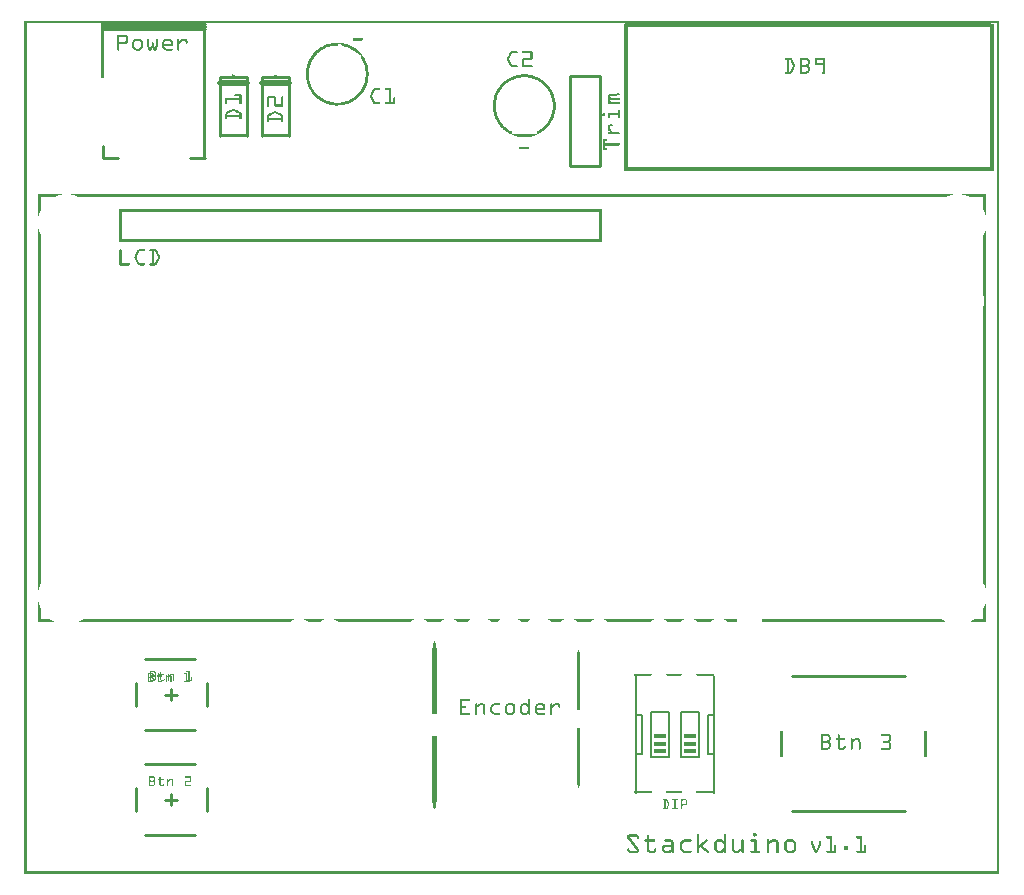
<source format=gto>
G04 MADE WITH FRITZING*
G04 WWW.FRITZING.ORG*
G04 DOUBLE SIDED*
G04 HOLES PLATED*
G04 CONTOUR ON CENTER OF CONTOUR VECTOR*
%ASAXBY*%
%FSLAX23Y23*%
%MOIN*%
%OFA0B0*%
%SFA1.0B1.0*%
%ADD10R,0.040000X0.015000*%
%ADD11R,1.234080X0.017667*%
%ADD12R,1.222890X0.017667*%
%ADD13R,0.017667X0.491000*%
%ADD14C,0.010000*%
%ADD15C,0.008000*%
%ADD16C,0.020000*%
%ADD17R,0.001000X0.001000*%
%LNSILK1*%
G90*
G70*
G54D10*
X2217Y460D03*
X2217Y435D03*
X2217Y410D03*
X2117Y460D03*
X2117Y435D03*
X2117Y410D03*
G54D11*
X2615Y2352D03*
G54D12*
X2613Y2829D03*
G54D13*
X3224Y2589D03*
X2006Y2589D03*
G54D14*
X602Y2388D02*
X552Y2388D01*
D02*
X262Y2428D02*
X262Y2388D01*
D02*
X262Y2388D02*
X312Y2388D01*
D02*
X262Y2818D02*
X602Y2818D01*
D02*
X262Y2823D02*
X602Y2823D01*
D02*
X262Y2828D02*
X602Y2828D01*
D02*
X262Y2833D02*
X602Y2833D01*
G54D15*
D02*
X2037Y662D02*
X2037Y532D01*
D02*
X2037Y402D02*
X2057Y402D01*
D02*
X2057Y402D02*
X2057Y532D01*
D02*
X2057Y532D02*
X2037Y532D01*
D02*
X2037Y402D02*
X2037Y272D01*
D02*
X2037Y532D02*
X2037Y402D01*
D02*
X2297Y272D02*
X2297Y402D01*
D02*
X2297Y532D02*
X2277Y532D01*
D02*
X2277Y532D02*
X2277Y402D01*
D02*
X2277Y402D02*
X2297Y402D01*
D02*
X2297Y532D02*
X2297Y662D01*
D02*
X2297Y402D02*
X2297Y532D01*
D02*
X2187Y542D02*
X2187Y392D01*
D02*
X2187Y542D02*
X2247Y542D01*
D02*
X2247Y392D02*
X2247Y542D01*
D02*
X2247Y392D02*
X2187Y392D01*
D02*
X2087Y542D02*
X2087Y392D01*
D02*
X2087Y542D02*
X2147Y542D01*
D02*
X2147Y392D02*
X2147Y542D01*
D02*
X2147Y392D02*
X2087Y392D01*
G54D14*
D02*
X2559Y661D02*
X2936Y661D01*
D02*
X2559Y211D02*
X2936Y211D01*
D02*
X743Y2656D02*
X743Y2461D01*
D02*
X653Y2461D02*
X653Y2656D01*
D02*
X653Y2656D02*
X743Y2656D01*
G54D16*
D02*
X653Y2636D02*
X743Y2636D01*
G54D14*
D02*
X882Y2656D02*
X882Y2461D01*
D02*
X792Y2461D02*
X792Y2656D01*
D02*
X792Y2656D02*
X882Y2656D01*
G54D16*
D02*
X792Y2636D02*
X882Y2636D01*
G54D14*
D02*
X1817Y2660D02*
X1817Y2360D01*
D02*
X1817Y2360D02*
X1917Y2360D01*
D02*
X1917Y2360D02*
X1917Y2660D01*
D02*
X1917Y2660D02*
X1817Y2660D01*
D02*
X371Y209D02*
X371Y288D01*
D02*
X567Y130D02*
X400Y130D01*
D02*
X567Y367D02*
X400Y367D01*
D02*
X607Y209D02*
X607Y288D01*
D02*
X489Y229D02*
X489Y268D01*
D02*
X469Y248D02*
X508Y248D01*
D02*
X371Y559D02*
X371Y638D01*
D02*
X567Y480D02*
X400Y480D01*
D02*
X567Y717D02*
X400Y717D01*
D02*
X607Y559D02*
X607Y638D01*
D02*
X489Y579D02*
X489Y618D01*
D02*
X469Y598D02*
X508Y598D01*
G54D17*
X0Y2843D02*
X3249Y2843D01*
X0Y2842D02*
X3249Y2842D01*
X0Y2841D02*
X3249Y2841D01*
X0Y2840D02*
X3249Y2840D01*
X0Y2839D02*
X3249Y2839D01*
X0Y2838D02*
X3249Y2838D01*
X0Y2837D02*
X3249Y2837D01*
X0Y2836D02*
X3249Y2836D01*
X0Y2835D02*
X7Y2835D01*
X256Y2835D02*
X605Y2835D01*
X3242Y2835D02*
X3249Y2835D01*
X0Y2834D02*
X7Y2834D01*
X256Y2834D02*
X605Y2834D01*
X3242Y2834D02*
X3249Y2834D01*
X0Y2833D02*
X7Y2833D01*
X256Y2833D02*
X265Y2833D01*
X596Y2833D02*
X605Y2833D01*
X3242Y2833D02*
X3249Y2833D01*
X0Y2832D02*
X7Y2832D01*
X256Y2832D02*
X265Y2832D01*
X596Y2832D02*
X605Y2832D01*
X3242Y2832D02*
X3249Y2832D01*
X0Y2831D02*
X7Y2831D01*
X256Y2831D02*
X265Y2831D01*
X596Y2831D02*
X605Y2831D01*
X3242Y2831D02*
X3249Y2831D01*
X0Y2830D02*
X7Y2830D01*
X256Y2830D02*
X265Y2830D01*
X596Y2830D02*
X605Y2830D01*
X3242Y2830D02*
X3249Y2830D01*
X0Y2829D02*
X7Y2829D01*
X256Y2829D02*
X265Y2829D01*
X596Y2829D02*
X605Y2829D01*
X3242Y2829D02*
X3249Y2829D01*
X0Y2828D02*
X7Y2828D01*
X256Y2828D02*
X265Y2828D01*
X596Y2828D02*
X605Y2828D01*
X3242Y2828D02*
X3249Y2828D01*
X0Y2827D02*
X7Y2827D01*
X256Y2827D02*
X265Y2827D01*
X596Y2827D02*
X605Y2827D01*
X3242Y2827D02*
X3249Y2827D01*
X0Y2826D02*
X7Y2826D01*
X256Y2826D02*
X265Y2826D01*
X596Y2826D02*
X605Y2826D01*
X3242Y2826D02*
X3249Y2826D01*
X0Y2825D02*
X7Y2825D01*
X256Y2825D02*
X265Y2825D01*
X596Y2825D02*
X605Y2825D01*
X3242Y2825D02*
X3249Y2825D01*
X0Y2824D02*
X7Y2824D01*
X256Y2824D02*
X265Y2824D01*
X596Y2824D02*
X605Y2824D01*
X3242Y2824D02*
X3249Y2824D01*
X0Y2823D02*
X7Y2823D01*
X256Y2823D02*
X265Y2823D01*
X596Y2823D02*
X605Y2823D01*
X3242Y2823D02*
X3249Y2823D01*
X0Y2822D02*
X7Y2822D01*
X256Y2822D02*
X265Y2822D01*
X596Y2822D02*
X605Y2822D01*
X3242Y2822D02*
X3249Y2822D01*
X0Y2821D02*
X7Y2821D01*
X256Y2821D02*
X265Y2821D01*
X596Y2821D02*
X605Y2821D01*
X3242Y2821D02*
X3249Y2821D01*
X0Y2820D02*
X7Y2820D01*
X256Y2820D02*
X265Y2820D01*
X596Y2820D02*
X605Y2820D01*
X3242Y2820D02*
X3249Y2820D01*
X0Y2819D02*
X7Y2819D01*
X256Y2819D02*
X265Y2819D01*
X596Y2819D02*
X605Y2819D01*
X3242Y2819D02*
X3249Y2819D01*
X0Y2818D02*
X7Y2818D01*
X256Y2818D02*
X265Y2818D01*
X596Y2818D02*
X605Y2818D01*
X3242Y2818D02*
X3249Y2818D01*
X0Y2817D02*
X7Y2817D01*
X256Y2817D02*
X265Y2817D01*
X596Y2817D02*
X605Y2817D01*
X3242Y2817D02*
X3249Y2817D01*
X0Y2816D02*
X7Y2816D01*
X256Y2816D02*
X265Y2816D01*
X596Y2816D02*
X605Y2816D01*
X3242Y2816D02*
X3249Y2816D01*
X0Y2815D02*
X7Y2815D01*
X256Y2815D02*
X265Y2815D01*
X596Y2815D02*
X605Y2815D01*
X3242Y2815D02*
X3249Y2815D01*
X0Y2814D02*
X7Y2814D01*
X256Y2814D02*
X265Y2814D01*
X596Y2814D02*
X605Y2814D01*
X3242Y2814D02*
X3249Y2814D01*
X0Y2813D02*
X7Y2813D01*
X256Y2813D02*
X265Y2813D01*
X596Y2813D02*
X605Y2813D01*
X3242Y2813D02*
X3249Y2813D01*
X0Y2812D02*
X7Y2812D01*
X256Y2812D02*
X265Y2812D01*
X596Y2812D02*
X605Y2812D01*
X3242Y2812D02*
X3249Y2812D01*
X0Y2811D02*
X7Y2811D01*
X256Y2811D02*
X265Y2811D01*
X596Y2811D02*
X605Y2811D01*
X3242Y2811D02*
X3249Y2811D01*
X0Y2810D02*
X7Y2810D01*
X256Y2810D02*
X265Y2810D01*
X596Y2810D02*
X605Y2810D01*
X3242Y2810D02*
X3249Y2810D01*
X0Y2809D02*
X7Y2809D01*
X256Y2809D02*
X265Y2809D01*
X596Y2809D02*
X605Y2809D01*
X3242Y2809D02*
X3249Y2809D01*
X0Y2808D02*
X7Y2808D01*
X256Y2808D02*
X265Y2808D01*
X596Y2808D02*
X605Y2808D01*
X3242Y2808D02*
X3249Y2808D01*
X0Y2807D02*
X7Y2807D01*
X256Y2807D02*
X265Y2807D01*
X596Y2807D02*
X605Y2807D01*
X3242Y2807D02*
X3249Y2807D01*
X0Y2806D02*
X7Y2806D01*
X256Y2806D02*
X265Y2806D01*
X596Y2806D02*
X605Y2806D01*
X3242Y2806D02*
X3249Y2806D01*
X0Y2805D02*
X7Y2805D01*
X256Y2805D02*
X265Y2805D01*
X596Y2805D02*
X605Y2805D01*
X3242Y2805D02*
X3249Y2805D01*
X0Y2804D02*
X7Y2804D01*
X256Y2804D02*
X265Y2804D01*
X596Y2804D02*
X605Y2804D01*
X3242Y2804D02*
X3249Y2804D01*
X0Y2803D02*
X7Y2803D01*
X256Y2803D02*
X265Y2803D01*
X596Y2803D02*
X605Y2803D01*
X3242Y2803D02*
X3249Y2803D01*
X0Y2802D02*
X7Y2802D01*
X256Y2802D02*
X265Y2802D01*
X596Y2802D02*
X605Y2802D01*
X3242Y2802D02*
X3249Y2802D01*
X0Y2801D02*
X7Y2801D01*
X256Y2801D02*
X265Y2801D01*
X596Y2801D02*
X605Y2801D01*
X3242Y2801D02*
X3249Y2801D01*
X0Y2800D02*
X7Y2800D01*
X256Y2800D02*
X265Y2800D01*
X596Y2800D02*
X605Y2800D01*
X3242Y2800D02*
X3249Y2800D01*
X0Y2799D02*
X7Y2799D01*
X256Y2799D02*
X265Y2799D01*
X596Y2799D02*
X605Y2799D01*
X3242Y2799D02*
X3249Y2799D01*
X0Y2798D02*
X7Y2798D01*
X256Y2798D02*
X265Y2798D01*
X310Y2798D02*
X338Y2798D01*
X596Y2798D02*
X605Y2798D01*
X3242Y2798D02*
X3249Y2798D01*
X0Y2797D02*
X7Y2797D01*
X256Y2797D02*
X265Y2797D01*
X310Y2797D02*
X339Y2797D01*
X596Y2797D02*
X605Y2797D01*
X3242Y2797D02*
X3249Y2797D01*
X0Y2796D02*
X7Y2796D01*
X256Y2796D02*
X265Y2796D01*
X310Y2796D02*
X340Y2796D01*
X596Y2796D02*
X605Y2796D01*
X3242Y2796D02*
X3249Y2796D01*
X0Y2795D02*
X7Y2795D01*
X256Y2795D02*
X265Y2795D01*
X310Y2795D02*
X341Y2795D01*
X596Y2795D02*
X605Y2795D01*
X3242Y2795D02*
X3249Y2795D01*
X0Y2794D02*
X7Y2794D01*
X256Y2794D02*
X265Y2794D01*
X310Y2794D02*
X342Y2794D01*
X596Y2794D02*
X605Y2794D01*
X3242Y2794D02*
X3249Y2794D01*
X0Y2793D02*
X7Y2793D01*
X256Y2793D02*
X265Y2793D01*
X310Y2793D02*
X343Y2793D01*
X596Y2793D02*
X605Y2793D01*
X3242Y2793D02*
X3249Y2793D01*
X0Y2792D02*
X7Y2792D01*
X256Y2792D02*
X265Y2792D01*
X310Y2792D02*
X343Y2792D01*
X596Y2792D02*
X605Y2792D01*
X3242Y2792D02*
X3249Y2792D01*
X0Y2791D02*
X7Y2791D01*
X256Y2791D02*
X265Y2791D01*
X310Y2791D02*
X316Y2791D01*
X336Y2791D02*
X343Y2791D01*
X596Y2791D02*
X605Y2791D01*
X3242Y2791D02*
X3249Y2791D01*
X0Y2790D02*
X7Y2790D01*
X256Y2790D02*
X265Y2790D01*
X310Y2790D02*
X316Y2790D01*
X337Y2790D02*
X344Y2790D01*
X596Y2790D02*
X605Y2790D01*
X3242Y2790D02*
X3249Y2790D01*
X0Y2789D02*
X7Y2789D01*
X256Y2789D02*
X265Y2789D01*
X310Y2789D02*
X316Y2789D01*
X338Y2789D02*
X344Y2789D01*
X596Y2789D02*
X605Y2789D01*
X3242Y2789D02*
X3249Y2789D01*
X0Y2788D02*
X7Y2788D01*
X256Y2788D02*
X265Y2788D01*
X310Y2788D02*
X316Y2788D01*
X338Y2788D02*
X344Y2788D01*
X596Y2788D02*
X605Y2788D01*
X1096Y2788D02*
X1124Y2788D01*
X3242Y2788D02*
X3249Y2788D01*
X0Y2787D02*
X7Y2787D01*
X256Y2787D02*
X265Y2787D01*
X310Y2787D02*
X316Y2787D01*
X338Y2787D02*
X344Y2787D01*
X596Y2787D02*
X605Y2787D01*
X1095Y2787D02*
X1126Y2787D01*
X3242Y2787D02*
X3249Y2787D01*
X0Y2786D02*
X7Y2786D01*
X256Y2786D02*
X265Y2786D01*
X310Y2786D02*
X316Y2786D01*
X338Y2786D02*
X344Y2786D01*
X596Y2786D02*
X605Y2786D01*
X1095Y2786D02*
X1126Y2786D01*
X3242Y2786D02*
X3249Y2786D01*
X0Y2785D02*
X7Y2785D01*
X256Y2785D02*
X265Y2785D01*
X310Y2785D02*
X316Y2785D01*
X338Y2785D02*
X344Y2785D01*
X596Y2785D02*
X605Y2785D01*
X1094Y2785D02*
X1127Y2785D01*
X3242Y2785D02*
X3249Y2785D01*
X0Y2784D02*
X7Y2784D01*
X256Y2784D02*
X265Y2784D01*
X310Y2784D02*
X316Y2784D01*
X338Y2784D02*
X344Y2784D01*
X371Y2784D02*
X383Y2784D01*
X412Y2784D02*
X413Y2784D01*
X440Y2784D02*
X442Y2784D01*
X471Y2784D02*
X483Y2784D01*
X512Y2784D02*
X514Y2784D01*
X526Y2784D02*
X535Y2784D01*
X596Y2784D02*
X605Y2784D01*
X1094Y2784D02*
X1127Y2784D01*
X3242Y2784D02*
X3249Y2784D01*
X0Y2783D02*
X7Y2783D01*
X256Y2783D02*
X265Y2783D01*
X310Y2783D02*
X316Y2783D01*
X338Y2783D02*
X344Y2783D01*
X368Y2783D02*
X386Y2783D01*
X410Y2783D02*
X414Y2783D01*
X439Y2783D02*
X443Y2783D01*
X468Y2783D02*
X486Y2783D01*
X511Y2783D02*
X515Y2783D01*
X524Y2783D02*
X538Y2783D01*
X596Y2783D02*
X605Y2783D01*
X1094Y2783D02*
X1127Y2783D01*
X3242Y2783D02*
X3249Y2783D01*
X0Y2782D02*
X7Y2782D01*
X256Y2782D02*
X265Y2782D01*
X310Y2782D02*
X316Y2782D01*
X338Y2782D02*
X344Y2782D01*
X367Y2782D02*
X387Y2782D01*
X410Y2782D02*
X415Y2782D01*
X439Y2782D02*
X444Y2782D01*
X466Y2782D02*
X487Y2782D01*
X510Y2782D02*
X516Y2782D01*
X523Y2782D02*
X540Y2782D01*
X596Y2782D02*
X605Y2782D01*
X1094Y2782D02*
X1127Y2782D01*
X3242Y2782D02*
X3249Y2782D01*
X0Y2781D02*
X7Y2781D01*
X256Y2781D02*
X265Y2781D01*
X310Y2781D02*
X316Y2781D01*
X338Y2781D02*
X344Y2781D01*
X365Y2781D02*
X388Y2781D01*
X409Y2781D02*
X415Y2781D01*
X438Y2781D02*
X444Y2781D01*
X465Y2781D02*
X488Y2781D01*
X510Y2781D02*
X516Y2781D01*
X522Y2781D02*
X541Y2781D01*
X596Y2781D02*
X605Y2781D01*
X1095Y2781D02*
X1126Y2781D01*
X3242Y2781D02*
X3249Y2781D01*
X0Y2780D02*
X7Y2780D01*
X256Y2780D02*
X265Y2780D01*
X310Y2780D02*
X316Y2780D01*
X338Y2780D02*
X344Y2780D01*
X364Y2780D02*
X389Y2780D01*
X409Y2780D02*
X415Y2780D01*
X438Y2780D02*
X444Y2780D01*
X464Y2780D02*
X489Y2780D01*
X510Y2780D02*
X516Y2780D01*
X521Y2780D02*
X542Y2780D01*
X596Y2780D02*
X605Y2780D01*
X1095Y2780D02*
X1126Y2780D01*
X3242Y2780D02*
X3249Y2780D01*
X0Y2779D02*
X7Y2779D01*
X256Y2779D02*
X265Y2779D01*
X310Y2779D02*
X316Y2779D01*
X338Y2779D02*
X344Y2779D01*
X363Y2779D02*
X391Y2779D01*
X409Y2779D02*
X415Y2779D01*
X438Y2779D02*
X444Y2779D01*
X463Y2779D02*
X491Y2779D01*
X510Y2779D02*
X516Y2779D01*
X520Y2779D02*
X542Y2779D01*
X596Y2779D02*
X605Y2779D01*
X1096Y2779D02*
X1125Y2779D01*
X3242Y2779D02*
X3249Y2779D01*
X0Y2778D02*
X7Y2778D01*
X256Y2778D02*
X265Y2778D01*
X310Y2778D02*
X316Y2778D01*
X338Y2778D02*
X344Y2778D01*
X362Y2778D02*
X391Y2778D01*
X409Y2778D02*
X415Y2778D01*
X438Y2778D02*
X444Y2778D01*
X462Y2778D02*
X491Y2778D01*
X510Y2778D02*
X516Y2778D01*
X519Y2778D02*
X543Y2778D01*
X596Y2778D02*
X605Y2778D01*
X3242Y2778D02*
X3249Y2778D01*
X0Y2777D02*
X7Y2777D01*
X256Y2777D02*
X265Y2777D01*
X310Y2777D02*
X316Y2777D01*
X338Y2777D02*
X344Y2777D01*
X362Y2777D02*
X371Y2777D01*
X383Y2777D02*
X392Y2777D01*
X409Y2777D02*
X415Y2777D01*
X438Y2777D02*
X444Y2777D01*
X462Y2777D02*
X471Y2777D01*
X483Y2777D02*
X492Y2777D01*
X510Y2777D02*
X527Y2777D01*
X535Y2777D02*
X543Y2777D01*
X596Y2777D02*
X605Y2777D01*
X3242Y2777D02*
X3249Y2777D01*
X0Y2776D02*
X7Y2776D01*
X256Y2776D02*
X265Y2776D01*
X310Y2776D02*
X316Y2776D01*
X338Y2776D02*
X344Y2776D01*
X361Y2776D02*
X369Y2776D01*
X385Y2776D02*
X393Y2776D01*
X409Y2776D02*
X415Y2776D01*
X438Y2776D02*
X444Y2776D01*
X461Y2776D02*
X469Y2776D01*
X485Y2776D02*
X493Y2776D01*
X510Y2776D02*
X526Y2776D01*
X537Y2776D02*
X543Y2776D01*
X596Y2776D02*
X605Y2776D01*
X3242Y2776D02*
X3249Y2776D01*
X0Y2775D02*
X7Y2775D01*
X256Y2775D02*
X265Y2775D01*
X310Y2775D02*
X316Y2775D01*
X337Y2775D02*
X344Y2775D01*
X361Y2775D02*
X368Y2775D01*
X386Y2775D02*
X393Y2775D01*
X409Y2775D02*
X415Y2775D01*
X438Y2775D02*
X444Y2775D01*
X461Y2775D02*
X468Y2775D01*
X486Y2775D02*
X493Y2775D01*
X510Y2775D02*
X525Y2775D01*
X537Y2775D02*
X544Y2775D01*
X596Y2775D02*
X605Y2775D01*
X3242Y2775D02*
X3249Y2775D01*
X0Y2774D02*
X7Y2774D01*
X256Y2774D02*
X265Y2774D01*
X310Y2774D02*
X316Y2774D01*
X337Y2774D02*
X343Y2774D01*
X360Y2774D02*
X367Y2774D01*
X387Y2774D02*
X393Y2774D01*
X409Y2774D02*
X416Y2774D01*
X438Y2774D02*
X444Y2774D01*
X460Y2774D02*
X467Y2774D01*
X487Y2774D02*
X493Y2774D01*
X510Y2774D02*
X524Y2774D01*
X538Y2774D02*
X544Y2774D01*
X596Y2774D02*
X605Y2774D01*
X3242Y2774D02*
X3249Y2774D01*
X0Y2773D02*
X7Y2773D01*
X256Y2773D02*
X265Y2773D01*
X310Y2773D02*
X316Y2773D01*
X336Y2773D02*
X343Y2773D01*
X360Y2773D02*
X366Y2773D01*
X387Y2773D02*
X394Y2773D01*
X410Y2773D02*
X416Y2773D01*
X438Y2773D02*
X444Y2773D01*
X460Y2773D02*
X466Y2773D01*
X487Y2773D02*
X494Y2773D01*
X510Y2773D02*
X523Y2773D01*
X538Y2773D02*
X544Y2773D01*
X596Y2773D02*
X605Y2773D01*
X3242Y2773D02*
X3249Y2773D01*
X0Y2772D02*
X7Y2772D01*
X256Y2772D02*
X265Y2772D01*
X310Y2772D02*
X343Y2772D01*
X360Y2772D02*
X366Y2772D01*
X388Y2772D02*
X394Y2772D01*
X410Y2772D02*
X416Y2772D01*
X426Y2772D02*
X428Y2772D01*
X438Y2772D02*
X444Y2772D01*
X460Y2772D02*
X466Y2772D01*
X488Y2772D02*
X494Y2772D01*
X510Y2772D02*
X521Y2772D01*
X538Y2772D02*
X544Y2772D01*
X596Y2772D02*
X605Y2772D01*
X3242Y2772D02*
X3249Y2772D01*
X0Y2771D02*
X7Y2771D01*
X256Y2771D02*
X265Y2771D01*
X310Y2771D02*
X342Y2771D01*
X360Y2771D02*
X366Y2771D01*
X388Y2771D02*
X394Y2771D01*
X410Y2771D02*
X416Y2771D01*
X424Y2771D02*
X429Y2771D01*
X438Y2771D02*
X444Y2771D01*
X460Y2771D02*
X466Y2771D01*
X488Y2771D02*
X494Y2771D01*
X510Y2771D02*
X520Y2771D01*
X538Y2771D02*
X543Y2771D01*
X596Y2771D02*
X605Y2771D01*
X1036Y2771D02*
X1051Y2771D01*
X3242Y2771D02*
X3249Y2771D01*
X0Y2770D02*
X7Y2770D01*
X256Y2770D02*
X265Y2770D01*
X310Y2770D02*
X342Y2770D01*
X360Y2770D02*
X366Y2770D01*
X388Y2770D02*
X394Y2770D01*
X410Y2770D02*
X416Y2770D01*
X424Y2770D02*
X430Y2770D01*
X438Y2770D02*
X444Y2770D01*
X460Y2770D02*
X466Y2770D01*
X488Y2770D02*
X494Y2770D01*
X510Y2770D02*
X519Y2770D01*
X538Y2770D02*
X543Y2770D01*
X596Y2770D02*
X605Y2770D01*
X1027Y2770D02*
X1059Y2770D01*
X3242Y2770D02*
X3249Y2770D01*
X0Y2769D02*
X7Y2769D01*
X256Y2769D02*
X265Y2769D01*
X310Y2769D02*
X341Y2769D01*
X360Y2769D02*
X366Y2769D01*
X388Y2769D02*
X394Y2769D01*
X410Y2769D02*
X416Y2769D01*
X424Y2769D02*
X430Y2769D01*
X438Y2769D02*
X444Y2769D01*
X460Y2769D02*
X466Y2769D01*
X488Y2769D02*
X494Y2769D01*
X510Y2769D02*
X518Y2769D01*
X539Y2769D02*
X542Y2769D01*
X596Y2769D02*
X605Y2769D01*
X1022Y2769D02*
X1064Y2769D01*
X3242Y2769D02*
X3249Y2769D01*
X0Y2768D02*
X7Y2768D01*
X256Y2768D02*
X265Y2768D01*
X310Y2768D02*
X340Y2768D01*
X360Y2768D02*
X366Y2768D01*
X388Y2768D02*
X394Y2768D01*
X410Y2768D02*
X416Y2768D01*
X424Y2768D02*
X430Y2768D01*
X438Y2768D02*
X444Y2768D01*
X460Y2768D02*
X466Y2768D01*
X488Y2768D02*
X494Y2768D01*
X510Y2768D02*
X517Y2768D01*
X596Y2768D02*
X605Y2768D01*
X1017Y2768D02*
X1069Y2768D01*
X3242Y2768D02*
X3249Y2768D01*
X0Y2767D02*
X7Y2767D01*
X256Y2767D02*
X265Y2767D01*
X310Y2767D02*
X339Y2767D01*
X360Y2767D02*
X366Y2767D01*
X388Y2767D02*
X394Y2767D01*
X410Y2767D02*
X416Y2767D01*
X424Y2767D02*
X430Y2767D01*
X438Y2767D02*
X444Y2767D01*
X460Y2767D02*
X466Y2767D01*
X488Y2767D02*
X494Y2767D01*
X510Y2767D02*
X516Y2767D01*
X596Y2767D02*
X605Y2767D01*
X1014Y2767D02*
X1047Y2767D01*
X1051Y2767D02*
X1072Y2767D01*
X3242Y2767D02*
X3249Y2767D01*
X0Y2766D02*
X7Y2766D01*
X256Y2766D02*
X265Y2766D01*
X310Y2766D02*
X337Y2766D01*
X360Y2766D02*
X366Y2766D01*
X388Y2766D02*
X394Y2766D01*
X410Y2766D02*
X416Y2766D01*
X424Y2766D02*
X430Y2766D01*
X438Y2766D02*
X444Y2766D01*
X460Y2766D02*
X494Y2766D01*
X510Y2766D02*
X516Y2766D01*
X596Y2766D02*
X605Y2766D01*
X1010Y2766D02*
X1047Y2766D01*
X1053Y2766D02*
X1076Y2766D01*
X3242Y2766D02*
X3249Y2766D01*
X0Y2765D02*
X7Y2765D01*
X256Y2765D02*
X265Y2765D01*
X310Y2765D02*
X316Y2765D01*
X360Y2765D02*
X366Y2765D01*
X388Y2765D02*
X394Y2765D01*
X410Y2765D02*
X416Y2765D01*
X424Y2765D02*
X430Y2765D01*
X438Y2765D02*
X444Y2765D01*
X460Y2765D02*
X494Y2765D01*
X510Y2765D02*
X516Y2765D01*
X596Y2765D02*
X605Y2765D01*
X1007Y2765D02*
X1046Y2765D01*
X1055Y2765D02*
X1078Y2765D01*
X3242Y2765D02*
X3249Y2765D01*
X0Y2764D02*
X7Y2764D01*
X256Y2764D02*
X265Y2764D01*
X310Y2764D02*
X316Y2764D01*
X360Y2764D02*
X366Y2764D01*
X388Y2764D02*
X394Y2764D01*
X410Y2764D02*
X416Y2764D01*
X424Y2764D02*
X430Y2764D01*
X438Y2764D02*
X444Y2764D01*
X460Y2764D02*
X494Y2764D01*
X510Y2764D02*
X516Y2764D01*
X596Y2764D02*
X605Y2764D01*
X1005Y2764D02*
X1046Y2764D01*
X1057Y2764D02*
X1081Y2764D01*
X3242Y2764D02*
X3249Y2764D01*
X0Y2763D02*
X7Y2763D01*
X256Y2763D02*
X265Y2763D01*
X310Y2763D02*
X316Y2763D01*
X360Y2763D02*
X366Y2763D01*
X388Y2763D02*
X394Y2763D01*
X410Y2763D02*
X416Y2763D01*
X424Y2763D02*
X430Y2763D01*
X438Y2763D02*
X444Y2763D01*
X460Y2763D02*
X494Y2763D01*
X510Y2763D02*
X516Y2763D01*
X596Y2763D02*
X605Y2763D01*
X1002Y2763D02*
X1045Y2763D01*
X1059Y2763D02*
X1083Y2763D01*
X3242Y2763D02*
X3249Y2763D01*
X0Y2762D02*
X7Y2762D01*
X256Y2762D02*
X265Y2762D01*
X310Y2762D02*
X316Y2762D01*
X360Y2762D02*
X366Y2762D01*
X388Y2762D02*
X394Y2762D01*
X410Y2762D02*
X416Y2762D01*
X424Y2762D02*
X430Y2762D01*
X438Y2762D02*
X444Y2762D01*
X460Y2762D02*
X493Y2762D01*
X510Y2762D02*
X516Y2762D01*
X596Y2762D02*
X605Y2762D01*
X1000Y2762D02*
X1045Y2762D01*
X1060Y2762D02*
X1086Y2762D01*
X3242Y2762D02*
X3249Y2762D01*
X0Y2761D02*
X7Y2761D01*
X256Y2761D02*
X265Y2761D01*
X310Y2761D02*
X316Y2761D01*
X360Y2761D02*
X366Y2761D01*
X388Y2761D02*
X394Y2761D01*
X410Y2761D02*
X416Y2761D01*
X424Y2761D02*
X430Y2761D01*
X438Y2761D02*
X444Y2761D01*
X460Y2761D02*
X493Y2761D01*
X510Y2761D02*
X516Y2761D01*
X596Y2761D02*
X605Y2761D01*
X998Y2761D02*
X1029Y2761D01*
X1062Y2761D02*
X1088Y2761D01*
X3242Y2761D02*
X3249Y2761D01*
X0Y2760D02*
X7Y2760D01*
X256Y2760D02*
X265Y2760D01*
X310Y2760D02*
X316Y2760D01*
X360Y2760D02*
X366Y2760D01*
X388Y2760D02*
X394Y2760D01*
X410Y2760D02*
X416Y2760D01*
X423Y2760D02*
X430Y2760D01*
X437Y2760D02*
X444Y2760D01*
X460Y2760D02*
X492Y2760D01*
X510Y2760D02*
X516Y2760D01*
X596Y2760D02*
X605Y2760D01*
X996Y2760D02*
X1023Y2760D01*
X1064Y2760D02*
X1090Y2760D01*
X3242Y2760D02*
X3249Y2760D01*
X0Y2759D02*
X7Y2759D01*
X256Y2759D02*
X265Y2759D01*
X310Y2759D02*
X316Y2759D01*
X360Y2759D02*
X366Y2759D01*
X388Y2759D02*
X394Y2759D01*
X410Y2759D02*
X416Y2759D01*
X423Y2759D02*
X431Y2759D01*
X437Y2759D02*
X443Y2759D01*
X460Y2759D02*
X466Y2759D01*
X510Y2759D02*
X516Y2759D01*
X596Y2759D02*
X605Y2759D01*
X994Y2759D02*
X1019Y2759D01*
X1066Y2759D02*
X1092Y2759D01*
X3242Y2759D02*
X3249Y2759D01*
X0Y2758D02*
X7Y2758D01*
X256Y2758D02*
X265Y2758D01*
X310Y2758D02*
X316Y2758D01*
X360Y2758D02*
X366Y2758D01*
X388Y2758D02*
X394Y2758D01*
X411Y2758D02*
X417Y2758D01*
X422Y2758D02*
X432Y2758D01*
X437Y2758D02*
X443Y2758D01*
X460Y2758D02*
X466Y2758D01*
X510Y2758D02*
X516Y2758D01*
X596Y2758D02*
X605Y2758D01*
X992Y2758D02*
X1015Y2758D01*
X1069Y2758D02*
X1093Y2758D01*
X3242Y2758D02*
X3249Y2758D01*
X0Y2757D02*
X7Y2757D01*
X256Y2757D02*
X265Y2757D01*
X310Y2757D02*
X316Y2757D01*
X360Y2757D02*
X366Y2757D01*
X388Y2757D02*
X394Y2757D01*
X411Y2757D02*
X417Y2757D01*
X421Y2757D02*
X432Y2757D01*
X437Y2757D02*
X443Y2757D01*
X460Y2757D02*
X466Y2757D01*
X510Y2757D02*
X516Y2757D01*
X596Y2757D02*
X605Y2757D01*
X990Y2757D02*
X1012Y2757D01*
X1072Y2757D02*
X1095Y2757D01*
X3242Y2757D02*
X3249Y2757D01*
X0Y2756D02*
X7Y2756D01*
X256Y2756D02*
X265Y2756D01*
X310Y2756D02*
X316Y2756D01*
X360Y2756D02*
X366Y2756D01*
X387Y2756D02*
X394Y2756D01*
X411Y2756D02*
X417Y2756D01*
X421Y2756D02*
X433Y2756D01*
X436Y2756D02*
X443Y2756D01*
X460Y2756D02*
X466Y2756D01*
X510Y2756D02*
X516Y2756D01*
X596Y2756D02*
X605Y2756D01*
X988Y2756D02*
X1009Y2756D01*
X1075Y2756D02*
X1097Y2756D01*
X3242Y2756D02*
X3249Y2756D01*
X0Y2755D02*
X7Y2755D01*
X256Y2755D02*
X265Y2755D01*
X310Y2755D02*
X316Y2755D01*
X360Y2755D02*
X367Y2755D01*
X387Y2755D02*
X393Y2755D01*
X411Y2755D02*
X418Y2755D01*
X420Y2755D02*
X433Y2755D01*
X436Y2755D02*
X442Y2755D01*
X460Y2755D02*
X467Y2755D01*
X510Y2755D02*
X516Y2755D01*
X596Y2755D02*
X605Y2755D01*
X987Y2755D02*
X1006Y2755D01*
X1078Y2755D02*
X1098Y2755D01*
X3242Y2755D02*
X3249Y2755D01*
X0Y2754D02*
X7Y2754D01*
X256Y2754D02*
X265Y2754D01*
X310Y2754D02*
X316Y2754D01*
X361Y2754D02*
X368Y2754D01*
X385Y2754D02*
X393Y2754D01*
X412Y2754D02*
X418Y2754D01*
X420Y2754D02*
X434Y2754D01*
X436Y2754D02*
X442Y2754D01*
X461Y2754D02*
X468Y2754D01*
X510Y2754D02*
X516Y2754D01*
X596Y2754D02*
X605Y2754D01*
X985Y2754D02*
X1004Y2754D01*
X1080Y2754D02*
X1100Y2754D01*
X3242Y2754D02*
X3249Y2754D01*
X0Y2753D02*
X7Y2753D01*
X256Y2753D02*
X265Y2753D01*
X310Y2753D02*
X316Y2753D01*
X361Y2753D02*
X369Y2753D01*
X384Y2753D02*
X393Y2753D01*
X412Y2753D02*
X442Y2753D01*
X461Y2753D02*
X469Y2753D01*
X510Y2753D02*
X516Y2753D01*
X596Y2753D02*
X605Y2753D01*
X984Y2753D02*
X1002Y2753D01*
X1082Y2753D02*
X1101Y2753D01*
X3242Y2753D02*
X3249Y2753D01*
X0Y2752D02*
X7Y2752D01*
X256Y2752D02*
X265Y2752D01*
X310Y2752D02*
X316Y2752D01*
X361Y2752D02*
X371Y2752D01*
X383Y2752D02*
X392Y2752D01*
X412Y2752D02*
X426Y2752D01*
X428Y2752D02*
X441Y2752D01*
X461Y2752D02*
X471Y2752D01*
X510Y2752D02*
X516Y2752D01*
X596Y2752D02*
X605Y2752D01*
X982Y2752D02*
X1000Y2752D01*
X1084Y2752D02*
X1103Y2752D01*
X3242Y2752D02*
X3249Y2752D01*
X0Y2751D02*
X7Y2751D01*
X256Y2751D02*
X265Y2751D01*
X310Y2751D02*
X316Y2751D01*
X362Y2751D02*
X391Y2751D01*
X413Y2751D02*
X425Y2751D01*
X429Y2751D02*
X441Y2751D01*
X462Y2751D02*
X492Y2751D01*
X510Y2751D02*
X516Y2751D01*
X596Y2751D02*
X605Y2751D01*
X981Y2751D02*
X998Y2751D01*
X1086Y2751D02*
X1104Y2751D01*
X3242Y2751D02*
X3249Y2751D01*
X0Y2750D02*
X7Y2750D01*
X256Y2750D02*
X265Y2750D01*
X310Y2750D02*
X316Y2750D01*
X363Y2750D02*
X390Y2750D01*
X413Y2750D02*
X424Y2750D01*
X429Y2750D02*
X441Y2750D01*
X463Y2750D02*
X493Y2750D01*
X510Y2750D02*
X516Y2750D01*
X596Y2750D02*
X605Y2750D01*
X980Y2750D02*
X996Y2750D01*
X1088Y2750D02*
X1106Y2750D01*
X3242Y2750D02*
X3249Y2750D01*
X0Y2749D02*
X7Y2749D01*
X256Y2749D02*
X265Y2749D01*
X310Y2749D02*
X316Y2749D01*
X364Y2749D02*
X389Y2749D01*
X413Y2749D02*
X424Y2749D01*
X430Y2749D02*
X441Y2749D01*
X464Y2749D02*
X494Y2749D01*
X510Y2749D02*
X516Y2749D01*
X596Y2749D02*
X605Y2749D01*
X978Y2749D02*
X994Y2749D01*
X1090Y2749D02*
X1107Y2749D01*
X3242Y2749D02*
X3249Y2749D01*
X0Y2748D02*
X7Y2748D01*
X256Y2748D02*
X265Y2748D01*
X310Y2748D02*
X316Y2748D01*
X365Y2748D02*
X388Y2748D01*
X413Y2748D02*
X423Y2748D01*
X430Y2748D02*
X440Y2748D01*
X465Y2748D02*
X494Y2748D01*
X510Y2748D02*
X516Y2748D01*
X596Y2748D02*
X605Y2748D01*
X977Y2748D02*
X992Y2748D01*
X1092Y2748D02*
X1108Y2748D01*
X3242Y2748D02*
X3249Y2748D01*
X0Y2747D02*
X7Y2747D01*
X256Y2747D02*
X265Y2747D01*
X310Y2747D02*
X316Y2747D01*
X367Y2747D02*
X387Y2747D01*
X414Y2747D02*
X423Y2747D01*
X431Y2747D02*
X440Y2747D01*
X466Y2747D02*
X493Y2747D01*
X510Y2747D02*
X516Y2747D01*
X596Y2747D02*
X605Y2747D01*
X976Y2747D02*
X991Y2747D01*
X1093Y2747D02*
X1109Y2747D01*
X3242Y2747D02*
X3249Y2747D01*
X0Y2746D02*
X7Y2746D01*
X256Y2746D02*
X265Y2746D01*
X311Y2746D02*
X315Y2746D01*
X368Y2746D02*
X385Y2746D01*
X414Y2746D02*
X422Y2746D01*
X432Y2746D02*
X439Y2746D01*
X468Y2746D02*
X493Y2746D01*
X511Y2746D02*
X515Y2746D01*
X596Y2746D02*
X605Y2746D01*
X975Y2746D02*
X989Y2746D01*
X1095Y2746D02*
X1110Y2746D01*
X3242Y2746D02*
X3249Y2746D01*
X0Y2745D02*
X7Y2745D01*
X256Y2745D02*
X265Y2745D01*
X312Y2745D02*
X314Y2745D01*
X371Y2745D02*
X383Y2745D01*
X416Y2745D02*
X421Y2745D01*
X433Y2745D02*
X438Y2745D01*
X471Y2745D02*
X491Y2745D01*
X512Y2745D02*
X514Y2745D01*
X596Y2745D02*
X605Y2745D01*
X973Y2745D02*
X988Y2745D01*
X1097Y2745D02*
X1112Y2745D01*
X3242Y2745D02*
X3249Y2745D01*
X0Y2744D02*
X7Y2744D01*
X256Y2744D02*
X265Y2744D01*
X596Y2744D02*
X605Y2744D01*
X972Y2744D02*
X987Y2744D01*
X1098Y2744D02*
X1113Y2744D01*
X3242Y2744D02*
X3249Y2744D01*
X0Y2743D02*
X7Y2743D01*
X256Y2743D02*
X265Y2743D01*
X596Y2743D02*
X605Y2743D01*
X971Y2743D02*
X985Y2743D01*
X1099Y2743D02*
X1114Y2743D01*
X1624Y2743D02*
X1641Y2743D01*
X1661Y2743D02*
X1689Y2743D01*
X3242Y2743D02*
X3249Y2743D01*
X0Y2742D02*
X7Y2742D01*
X256Y2742D02*
X265Y2742D01*
X596Y2742D02*
X605Y2742D01*
X970Y2742D02*
X984Y2742D01*
X1101Y2742D02*
X1115Y2742D01*
X1622Y2742D02*
X1642Y2742D01*
X1660Y2742D02*
X1690Y2742D01*
X3242Y2742D02*
X3249Y2742D01*
X0Y2741D02*
X7Y2741D01*
X256Y2741D02*
X265Y2741D01*
X596Y2741D02*
X605Y2741D01*
X969Y2741D02*
X983Y2741D01*
X1102Y2741D02*
X1116Y2741D01*
X1621Y2741D02*
X1643Y2741D01*
X1660Y2741D02*
X1691Y2741D01*
X3242Y2741D02*
X3249Y2741D01*
X0Y2740D02*
X7Y2740D01*
X256Y2740D02*
X265Y2740D01*
X596Y2740D02*
X605Y2740D01*
X968Y2740D02*
X981Y2740D01*
X1103Y2740D02*
X1117Y2740D01*
X1619Y2740D02*
X1643Y2740D01*
X1659Y2740D02*
X1692Y2740D01*
X3242Y2740D02*
X3249Y2740D01*
X0Y2739D02*
X7Y2739D01*
X256Y2739D02*
X265Y2739D01*
X596Y2739D02*
X605Y2739D01*
X967Y2739D02*
X980Y2739D01*
X1105Y2739D02*
X1118Y2739D01*
X1619Y2739D02*
X1643Y2739D01*
X1660Y2739D02*
X1693Y2739D01*
X3242Y2739D02*
X3249Y2739D01*
X0Y2738D02*
X7Y2738D01*
X256Y2738D02*
X265Y2738D01*
X596Y2738D02*
X605Y2738D01*
X966Y2738D02*
X979Y2738D01*
X1106Y2738D02*
X1119Y2738D01*
X1618Y2738D02*
X1642Y2738D01*
X1660Y2738D02*
X1693Y2738D01*
X3242Y2738D02*
X3249Y2738D01*
X0Y2737D02*
X7Y2737D01*
X256Y2737D02*
X265Y2737D01*
X596Y2737D02*
X605Y2737D01*
X965Y2737D02*
X978Y2737D01*
X1108Y2737D02*
X1120Y2737D01*
X1618Y2737D02*
X1641Y2737D01*
X1661Y2737D02*
X1693Y2737D01*
X3242Y2737D02*
X3249Y2737D01*
X0Y2736D02*
X7Y2736D01*
X256Y2736D02*
X265Y2736D01*
X596Y2736D02*
X605Y2736D01*
X964Y2736D02*
X977Y2736D01*
X1109Y2736D02*
X1120Y2736D01*
X1617Y2736D02*
X1625Y2736D01*
X1687Y2736D02*
X1693Y2736D01*
X3242Y2736D02*
X3249Y2736D01*
X0Y2735D02*
X7Y2735D01*
X256Y2735D02*
X265Y2735D01*
X596Y2735D02*
X605Y2735D01*
X963Y2735D02*
X976Y2735D01*
X1111Y2735D02*
X1121Y2735D01*
X1617Y2735D02*
X1624Y2735D01*
X1687Y2735D02*
X1693Y2735D01*
X3242Y2735D02*
X3249Y2735D01*
X0Y2734D02*
X7Y2734D01*
X256Y2734D02*
X265Y2734D01*
X596Y2734D02*
X605Y2734D01*
X963Y2734D02*
X975Y2734D01*
X1113Y2734D02*
X1122Y2734D01*
X1616Y2734D02*
X1623Y2734D01*
X1687Y2734D02*
X1693Y2734D01*
X3242Y2734D02*
X3249Y2734D01*
X0Y2733D02*
X7Y2733D01*
X256Y2733D02*
X265Y2733D01*
X596Y2733D02*
X605Y2733D01*
X962Y2733D02*
X974Y2733D01*
X1115Y2733D02*
X1123Y2733D01*
X1616Y2733D02*
X1623Y2733D01*
X1687Y2733D02*
X1693Y2733D01*
X3242Y2733D02*
X3249Y2733D01*
X0Y2732D02*
X7Y2732D01*
X256Y2732D02*
X265Y2732D01*
X596Y2732D02*
X605Y2732D01*
X961Y2732D02*
X973Y2732D01*
X1117Y2732D02*
X1124Y2732D01*
X1615Y2732D02*
X1622Y2732D01*
X1687Y2732D02*
X1693Y2732D01*
X3242Y2732D02*
X3249Y2732D01*
X0Y2731D02*
X7Y2731D01*
X256Y2731D02*
X265Y2731D01*
X596Y2731D02*
X605Y2731D01*
X960Y2731D02*
X972Y2731D01*
X1119Y2731D02*
X1125Y2731D01*
X1615Y2731D02*
X1622Y2731D01*
X1687Y2731D02*
X1693Y2731D01*
X3242Y2731D02*
X3249Y2731D01*
X0Y2730D02*
X7Y2730D01*
X256Y2730D02*
X265Y2730D01*
X596Y2730D02*
X605Y2730D01*
X959Y2730D02*
X971Y2730D01*
X1121Y2730D02*
X1125Y2730D01*
X1614Y2730D02*
X1621Y2730D01*
X1687Y2730D02*
X1693Y2730D01*
X3242Y2730D02*
X3249Y2730D01*
X0Y2729D02*
X7Y2729D01*
X256Y2729D02*
X265Y2729D01*
X596Y2729D02*
X605Y2729D01*
X959Y2729D02*
X970Y2729D01*
X1123Y2729D02*
X1126Y2729D01*
X1614Y2729D02*
X1621Y2729D01*
X1687Y2729D02*
X1693Y2729D01*
X3242Y2729D02*
X3249Y2729D01*
X0Y2728D02*
X7Y2728D01*
X256Y2728D02*
X265Y2728D01*
X596Y2728D02*
X605Y2728D01*
X958Y2728D02*
X969Y2728D01*
X1124Y2728D02*
X1127Y2728D01*
X1613Y2728D02*
X1620Y2728D01*
X1687Y2728D02*
X1693Y2728D01*
X3242Y2728D02*
X3249Y2728D01*
X0Y2727D02*
X7Y2727D01*
X256Y2727D02*
X265Y2727D01*
X596Y2727D02*
X605Y2727D01*
X957Y2727D02*
X969Y2727D01*
X1123Y2727D02*
X1127Y2727D01*
X1613Y2727D02*
X1620Y2727D01*
X1687Y2727D02*
X1693Y2727D01*
X3242Y2727D02*
X3249Y2727D01*
X0Y2726D02*
X7Y2726D01*
X256Y2726D02*
X265Y2726D01*
X596Y2726D02*
X605Y2726D01*
X956Y2726D02*
X968Y2726D01*
X1123Y2726D02*
X1128Y2726D01*
X1612Y2726D02*
X1619Y2726D01*
X1687Y2726D02*
X1693Y2726D01*
X3242Y2726D02*
X3249Y2726D01*
X0Y2725D02*
X7Y2725D01*
X256Y2725D02*
X265Y2725D01*
X596Y2725D02*
X605Y2725D01*
X956Y2725D02*
X967Y2725D01*
X1122Y2725D02*
X1129Y2725D01*
X1612Y2725D02*
X1619Y2725D01*
X1687Y2725D02*
X1693Y2725D01*
X3242Y2725D02*
X3249Y2725D01*
X0Y2724D02*
X7Y2724D01*
X256Y2724D02*
X265Y2724D01*
X596Y2724D02*
X605Y2724D01*
X955Y2724D02*
X966Y2724D01*
X1122Y2724D02*
X1130Y2724D01*
X1611Y2724D02*
X1618Y2724D01*
X1687Y2724D02*
X1693Y2724D01*
X3242Y2724D02*
X3249Y2724D01*
X0Y2723D02*
X7Y2723D01*
X256Y2723D02*
X265Y2723D01*
X596Y2723D02*
X605Y2723D01*
X954Y2723D02*
X966Y2723D01*
X1121Y2723D02*
X1130Y2723D01*
X1611Y2723D02*
X1618Y2723D01*
X1687Y2723D02*
X1693Y2723D01*
X3242Y2723D02*
X3249Y2723D01*
X0Y2722D02*
X7Y2722D01*
X256Y2722D02*
X265Y2722D01*
X596Y2722D02*
X605Y2722D01*
X954Y2722D02*
X965Y2722D01*
X1121Y2722D02*
X1131Y2722D01*
X1610Y2722D02*
X1617Y2722D01*
X1687Y2722D02*
X1693Y2722D01*
X3242Y2722D02*
X3249Y2722D01*
X0Y2721D02*
X7Y2721D01*
X256Y2721D02*
X265Y2721D01*
X596Y2721D02*
X605Y2721D01*
X953Y2721D02*
X964Y2721D01*
X1121Y2721D02*
X1131Y2721D01*
X1610Y2721D02*
X1617Y2721D01*
X1687Y2721D02*
X1693Y2721D01*
X2535Y2721D02*
X2554Y2721D01*
X2584Y2721D02*
X2608Y2721D01*
X2635Y2721D02*
X2666Y2721D01*
X3242Y2721D02*
X3249Y2721D01*
X0Y2720D02*
X7Y2720D01*
X256Y2720D02*
X265Y2720D01*
X596Y2720D02*
X605Y2720D01*
X953Y2720D02*
X963Y2720D01*
X1122Y2720D02*
X1132Y2720D01*
X1610Y2720D02*
X1616Y2720D01*
X1687Y2720D02*
X1693Y2720D01*
X2534Y2720D02*
X2555Y2720D01*
X2584Y2720D02*
X2610Y2720D01*
X2634Y2720D02*
X2667Y2720D01*
X3242Y2720D02*
X3249Y2720D01*
X0Y2719D02*
X7Y2719D01*
X256Y2719D02*
X265Y2719D01*
X596Y2719D02*
X605Y2719D01*
X952Y2719D02*
X963Y2719D01*
X1122Y2719D02*
X1133Y2719D01*
X1610Y2719D02*
X1616Y2719D01*
X1663Y2719D02*
X1693Y2719D01*
X2534Y2719D02*
X2557Y2719D01*
X2584Y2719D02*
X2612Y2719D01*
X2634Y2719D02*
X2667Y2719D01*
X3242Y2719D02*
X3249Y2719D01*
X0Y2718D02*
X7Y2718D01*
X256Y2718D02*
X265Y2718D01*
X596Y2718D02*
X605Y2718D01*
X951Y2718D02*
X962Y2718D01*
X1123Y2718D02*
X1133Y2718D01*
X1609Y2718D02*
X1616Y2718D01*
X1662Y2718D02*
X1693Y2718D01*
X2534Y2718D02*
X2557Y2718D01*
X2584Y2718D02*
X2613Y2718D01*
X2634Y2718D02*
X2668Y2718D01*
X3242Y2718D02*
X3249Y2718D01*
X0Y2717D02*
X7Y2717D01*
X256Y2717D02*
X265Y2717D01*
X596Y2717D02*
X605Y2717D01*
X951Y2717D02*
X961Y2717D01*
X1124Y2717D02*
X1134Y2717D01*
X1609Y2717D02*
X1615Y2717D01*
X1661Y2717D02*
X1692Y2717D01*
X2534Y2717D02*
X2558Y2717D01*
X2584Y2717D02*
X2614Y2717D01*
X2634Y2717D02*
X2668Y2717D01*
X3242Y2717D02*
X3249Y2717D01*
X0Y2716D02*
X7Y2716D01*
X256Y2716D02*
X265Y2716D01*
X596Y2716D02*
X605Y2716D01*
X950Y2716D02*
X961Y2716D01*
X1124Y2716D02*
X1134Y2716D01*
X1609Y2716D02*
X1615Y2716D01*
X1660Y2716D02*
X1692Y2716D01*
X2535Y2716D02*
X2559Y2716D01*
X2584Y2716D02*
X2615Y2716D01*
X2634Y2716D02*
X2668Y2716D01*
X3242Y2716D02*
X3249Y2716D01*
X0Y2715D02*
X7Y2715D01*
X256Y2715D02*
X265Y2715D01*
X596Y2715D02*
X605Y2715D01*
X950Y2715D02*
X960Y2715D01*
X1125Y2715D02*
X1135Y2715D01*
X1609Y2715D02*
X1616Y2715D01*
X1660Y2715D02*
X1691Y2715D01*
X2537Y2715D02*
X2559Y2715D01*
X2584Y2715D02*
X2616Y2715D01*
X2634Y2715D02*
X2668Y2715D01*
X3242Y2715D02*
X3249Y2715D01*
X0Y2714D02*
X7Y2714D01*
X256Y2714D02*
X265Y2714D01*
X596Y2714D02*
X605Y2714D01*
X949Y2714D02*
X960Y2714D01*
X1126Y2714D02*
X1135Y2714D01*
X1610Y2714D02*
X1616Y2714D01*
X1659Y2714D02*
X1689Y2714D01*
X2541Y2714D02*
X2547Y2714D01*
X2553Y2714D02*
X2560Y2714D01*
X2584Y2714D02*
X2590Y2714D01*
X2608Y2714D02*
X2616Y2714D01*
X2634Y2714D02*
X2640Y2714D01*
X2662Y2714D02*
X2668Y2714D01*
X3242Y2714D02*
X3249Y2714D01*
X0Y2713D02*
X7Y2713D01*
X256Y2713D02*
X265Y2713D01*
X596Y2713D02*
X605Y2713D01*
X949Y2713D02*
X959Y2713D01*
X1126Y2713D02*
X1136Y2713D01*
X1610Y2713D02*
X1616Y2713D01*
X1659Y2713D02*
X1666Y2713D01*
X2541Y2713D02*
X2547Y2713D01*
X2553Y2713D02*
X2560Y2713D01*
X2584Y2713D02*
X2590Y2713D01*
X2609Y2713D02*
X2617Y2713D01*
X2634Y2713D02*
X2640Y2713D01*
X2662Y2713D02*
X2668Y2713D01*
X3242Y2713D02*
X3249Y2713D01*
X0Y2712D02*
X7Y2712D01*
X256Y2712D02*
X265Y2712D01*
X596Y2712D02*
X605Y2712D01*
X948Y2712D02*
X959Y2712D01*
X1127Y2712D02*
X1136Y2712D01*
X1610Y2712D02*
X1617Y2712D01*
X1659Y2712D02*
X1665Y2712D01*
X2541Y2712D02*
X2547Y2712D01*
X2554Y2712D02*
X2561Y2712D01*
X2584Y2712D02*
X2590Y2712D01*
X2610Y2712D02*
X2617Y2712D01*
X2634Y2712D02*
X2640Y2712D01*
X2662Y2712D02*
X2668Y2712D01*
X3242Y2712D02*
X3249Y2712D01*
X0Y2711D02*
X7Y2711D01*
X256Y2711D02*
X265Y2711D01*
X596Y2711D02*
X605Y2711D01*
X948Y2711D02*
X958Y2711D01*
X1127Y2711D02*
X1137Y2711D01*
X1610Y2711D02*
X1617Y2711D01*
X1659Y2711D02*
X1665Y2711D01*
X2541Y2711D02*
X2547Y2711D01*
X2554Y2711D02*
X2561Y2711D01*
X2584Y2711D02*
X2590Y2711D01*
X2611Y2711D02*
X2617Y2711D01*
X2634Y2711D02*
X2640Y2711D01*
X2662Y2711D02*
X2668Y2711D01*
X3242Y2711D02*
X3249Y2711D01*
X0Y2710D02*
X7Y2710D01*
X256Y2710D02*
X265Y2710D01*
X596Y2710D02*
X605Y2710D01*
X947Y2710D02*
X958Y2710D01*
X1128Y2710D02*
X1137Y2710D01*
X1611Y2710D02*
X1618Y2710D01*
X1659Y2710D02*
X1665Y2710D01*
X2541Y2710D02*
X2547Y2710D01*
X2555Y2710D02*
X2562Y2710D01*
X2584Y2710D02*
X2590Y2710D01*
X2611Y2710D02*
X2617Y2710D01*
X2634Y2710D02*
X2640Y2710D01*
X2662Y2710D02*
X2668Y2710D01*
X3242Y2710D02*
X3249Y2710D01*
X0Y2709D02*
X7Y2709D01*
X256Y2709D02*
X265Y2709D01*
X596Y2709D02*
X605Y2709D01*
X947Y2709D02*
X957Y2709D01*
X1128Y2709D02*
X1138Y2709D01*
X1611Y2709D02*
X1618Y2709D01*
X1659Y2709D02*
X1665Y2709D01*
X2541Y2709D02*
X2547Y2709D01*
X2555Y2709D02*
X2562Y2709D01*
X2584Y2709D02*
X2590Y2709D01*
X2611Y2709D02*
X2617Y2709D01*
X2634Y2709D02*
X2640Y2709D01*
X2662Y2709D02*
X2668Y2709D01*
X3242Y2709D02*
X3249Y2709D01*
X0Y2708D02*
X7Y2708D01*
X256Y2708D02*
X265Y2708D01*
X596Y2708D02*
X605Y2708D01*
X947Y2708D02*
X957Y2708D01*
X1129Y2708D02*
X1138Y2708D01*
X1612Y2708D02*
X1619Y2708D01*
X1659Y2708D02*
X1665Y2708D01*
X2541Y2708D02*
X2547Y2708D01*
X2556Y2708D02*
X2563Y2708D01*
X2584Y2708D02*
X2590Y2708D01*
X2612Y2708D02*
X2618Y2708D01*
X2634Y2708D02*
X2640Y2708D01*
X2662Y2708D02*
X2668Y2708D01*
X3242Y2708D02*
X3249Y2708D01*
X0Y2707D02*
X7Y2707D01*
X256Y2707D02*
X265Y2707D01*
X596Y2707D02*
X605Y2707D01*
X946Y2707D02*
X956Y2707D01*
X1129Y2707D02*
X1138Y2707D01*
X1612Y2707D02*
X1619Y2707D01*
X1659Y2707D02*
X1665Y2707D01*
X2541Y2707D02*
X2547Y2707D01*
X2556Y2707D02*
X2563Y2707D01*
X2584Y2707D02*
X2590Y2707D01*
X2612Y2707D02*
X2618Y2707D01*
X2634Y2707D02*
X2640Y2707D01*
X2662Y2707D02*
X2668Y2707D01*
X3242Y2707D02*
X3249Y2707D01*
X0Y2706D02*
X7Y2706D01*
X256Y2706D02*
X265Y2706D01*
X596Y2706D02*
X605Y2706D01*
X946Y2706D02*
X956Y2706D01*
X1130Y2706D02*
X1139Y2706D01*
X1613Y2706D02*
X1620Y2706D01*
X1659Y2706D02*
X1665Y2706D01*
X2541Y2706D02*
X2547Y2706D01*
X2557Y2706D02*
X2564Y2706D01*
X2584Y2706D02*
X2590Y2706D01*
X2612Y2706D02*
X2618Y2706D01*
X2634Y2706D02*
X2640Y2706D01*
X2662Y2706D02*
X2668Y2706D01*
X3242Y2706D02*
X3249Y2706D01*
X0Y2705D02*
X7Y2705D01*
X256Y2705D02*
X265Y2705D01*
X596Y2705D02*
X605Y2705D01*
X945Y2705D02*
X955Y2705D01*
X1130Y2705D02*
X1139Y2705D01*
X1613Y2705D02*
X1620Y2705D01*
X1659Y2705D02*
X1665Y2705D01*
X2541Y2705D02*
X2547Y2705D01*
X2557Y2705D02*
X2564Y2705D01*
X2584Y2705D02*
X2590Y2705D01*
X2612Y2705D02*
X2618Y2705D01*
X2634Y2705D02*
X2640Y2705D01*
X2662Y2705D02*
X2668Y2705D01*
X3242Y2705D02*
X3249Y2705D01*
X0Y2704D02*
X7Y2704D01*
X256Y2704D02*
X265Y2704D01*
X596Y2704D02*
X605Y2704D01*
X945Y2704D02*
X955Y2704D01*
X1131Y2704D02*
X1140Y2704D01*
X1614Y2704D02*
X1621Y2704D01*
X1659Y2704D02*
X1665Y2704D01*
X2541Y2704D02*
X2547Y2704D01*
X2558Y2704D02*
X2565Y2704D01*
X2584Y2704D02*
X2590Y2704D01*
X2611Y2704D02*
X2617Y2704D01*
X2634Y2704D02*
X2668Y2704D01*
X3242Y2704D02*
X3249Y2704D01*
X0Y2703D02*
X7Y2703D01*
X256Y2703D02*
X265Y2703D01*
X596Y2703D02*
X605Y2703D01*
X945Y2703D02*
X954Y2703D01*
X1131Y2703D02*
X1140Y2703D01*
X1614Y2703D02*
X1621Y2703D01*
X1659Y2703D02*
X1665Y2703D01*
X2541Y2703D02*
X2547Y2703D01*
X2558Y2703D02*
X2565Y2703D01*
X2584Y2703D02*
X2590Y2703D01*
X2611Y2703D02*
X2617Y2703D01*
X2634Y2703D02*
X2668Y2703D01*
X3242Y2703D02*
X3249Y2703D01*
X0Y2702D02*
X7Y2702D01*
X256Y2702D02*
X265Y2702D01*
X596Y2702D02*
X605Y2702D01*
X944Y2702D02*
X954Y2702D01*
X1131Y2702D02*
X1140Y2702D01*
X1615Y2702D02*
X1622Y2702D01*
X1659Y2702D02*
X1665Y2702D01*
X2541Y2702D02*
X2547Y2702D01*
X2559Y2702D02*
X2566Y2702D01*
X2584Y2702D02*
X2590Y2702D01*
X2611Y2702D02*
X2617Y2702D01*
X2634Y2702D02*
X2668Y2702D01*
X3242Y2702D02*
X3249Y2702D01*
X0Y2701D02*
X7Y2701D01*
X256Y2701D02*
X265Y2701D01*
X596Y2701D02*
X605Y2701D01*
X944Y2701D02*
X953Y2701D01*
X1132Y2701D02*
X1141Y2701D01*
X1615Y2701D02*
X1622Y2701D01*
X1659Y2701D02*
X1665Y2701D01*
X2541Y2701D02*
X2547Y2701D01*
X2559Y2701D02*
X2566Y2701D01*
X2584Y2701D02*
X2590Y2701D01*
X2610Y2701D02*
X2617Y2701D01*
X2634Y2701D02*
X2668Y2701D01*
X3242Y2701D02*
X3249Y2701D01*
X0Y2700D02*
X7Y2700D01*
X256Y2700D02*
X265Y2700D01*
X596Y2700D02*
X605Y2700D01*
X943Y2700D02*
X953Y2700D01*
X1132Y2700D02*
X1141Y2700D01*
X1616Y2700D02*
X1623Y2700D01*
X1659Y2700D02*
X1665Y2700D01*
X2541Y2700D02*
X2547Y2700D01*
X2560Y2700D02*
X2567Y2700D01*
X2584Y2700D02*
X2590Y2700D01*
X2609Y2700D02*
X2617Y2700D01*
X2634Y2700D02*
X2668Y2700D01*
X3242Y2700D02*
X3249Y2700D01*
X0Y2699D02*
X7Y2699D01*
X256Y2699D02*
X265Y2699D01*
X596Y2699D02*
X605Y2699D01*
X943Y2699D02*
X953Y2699D01*
X1133Y2699D02*
X1141Y2699D01*
X1616Y2699D02*
X1623Y2699D01*
X1659Y2699D02*
X1665Y2699D01*
X2541Y2699D02*
X2547Y2699D01*
X2560Y2699D02*
X2567Y2699D01*
X2584Y2699D02*
X2590Y2699D01*
X2607Y2699D02*
X2616Y2699D01*
X2634Y2699D02*
X2668Y2699D01*
X3242Y2699D02*
X3249Y2699D01*
X0Y2698D02*
X7Y2698D01*
X256Y2698D02*
X265Y2698D01*
X596Y2698D02*
X605Y2698D01*
X943Y2698D02*
X952Y2698D01*
X1133Y2698D02*
X1142Y2698D01*
X1617Y2698D02*
X1624Y2698D01*
X1659Y2698D02*
X1665Y2698D01*
X2541Y2698D02*
X2547Y2698D01*
X2561Y2698D02*
X2567Y2698D01*
X2584Y2698D02*
X2615Y2698D01*
X2635Y2698D02*
X2668Y2698D01*
X3242Y2698D02*
X3249Y2698D01*
X0Y2697D02*
X7Y2697D01*
X256Y2697D02*
X265Y2697D01*
X596Y2697D02*
X605Y2697D01*
X943Y2697D02*
X952Y2697D01*
X1133Y2697D02*
X1142Y2697D01*
X1617Y2697D02*
X1625Y2697D01*
X1659Y2697D02*
X1665Y2697D01*
X2541Y2697D02*
X2547Y2697D01*
X2561Y2697D02*
X2567Y2697D01*
X2584Y2697D02*
X2615Y2697D01*
X2661Y2697D02*
X2668Y2697D01*
X3242Y2697D02*
X3249Y2697D01*
X0Y2696D02*
X7Y2696D01*
X256Y2696D02*
X265Y2696D01*
X596Y2696D02*
X605Y2696D01*
X942Y2696D02*
X952Y2696D01*
X1134Y2696D02*
X1142Y2696D01*
X1618Y2696D02*
X1641Y2696D01*
X1659Y2696D02*
X1691Y2696D01*
X2541Y2696D02*
X2547Y2696D01*
X2561Y2696D02*
X2568Y2696D01*
X2584Y2696D02*
X2614Y2696D01*
X2662Y2696D02*
X2668Y2696D01*
X3242Y2696D02*
X3249Y2696D01*
X0Y2695D02*
X7Y2695D01*
X256Y2695D02*
X265Y2695D01*
X596Y2695D02*
X605Y2695D01*
X942Y2695D02*
X951Y2695D01*
X1134Y2695D02*
X1143Y2695D01*
X1618Y2695D02*
X1642Y2695D01*
X1659Y2695D02*
X1692Y2695D01*
X2541Y2695D02*
X2547Y2695D01*
X2562Y2695D02*
X2568Y2695D01*
X2584Y2695D02*
X2613Y2695D01*
X2662Y2695D02*
X2668Y2695D01*
X3242Y2695D02*
X3249Y2695D01*
X0Y2694D02*
X7Y2694D01*
X256Y2694D02*
X265Y2694D01*
X596Y2694D02*
X605Y2694D01*
X942Y2694D02*
X951Y2694D01*
X1134Y2694D02*
X1143Y2694D01*
X1619Y2694D02*
X1643Y2694D01*
X1659Y2694D02*
X1693Y2694D01*
X2541Y2694D02*
X2547Y2694D01*
X2561Y2694D02*
X2568Y2694D01*
X2584Y2694D02*
X2614Y2694D01*
X2662Y2694D02*
X2668Y2694D01*
X3242Y2694D02*
X3249Y2694D01*
X0Y2693D02*
X7Y2693D01*
X256Y2693D02*
X265Y2693D01*
X596Y2693D02*
X605Y2693D01*
X941Y2693D02*
X951Y2693D01*
X1135Y2693D02*
X1143Y2693D01*
X1620Y2693D02*
X1643Y2693D01*
X1659Y2693D02*
X1693Y2693D01*
X2541Y2693D02*
X2547Y2693D01*
X2561Y2693D02*
X2567Y2693D01*
X2584Y2693D02*
X2614Y2693D01*
X2662Y2693D02*
X2668Y2693D01*
X3242Y2693D02*
X3249Y2693D01*
X0Y2692D02*
X7Y2692D01*
X256Y2692D02*
X265Y2692D01*
X596Y2692D02*
X605Y2692D01*
X941Y2692D02*
X950Y2692D01*
X1135Y2692D02*
X1143Y2692D01*
X1621Y2692D02*
X1643Y2692D01*
X1659Y2692D02*
X1693Y2692D01*
X2541Y2692D02*
X2547Y2692D01*
X2561Y2692D02*
X2567Y2692D01*
X2584Y2692D02*
X2615Y2692D01*
X2662Y2692D02*
X2668Y2692D01*
X3242Y2692D02*
X3249Y2692D01*
X0Y2691D02*
X7Y2691D01*
X256Y2691D02*
X265Y2691D01*
X596Y2691D02*
X605Y2691D01*
X941Y2691D02*
X950Y2691D01*
X1135Y2691D02*
X1144Y2691D01*
X1622Y2691D02*
X1642Y2691D01*
X1659Y2691D02*
X1692Y2691D01*
X2541Y2691D02*
X2547Y2691D01*
X2561Y2691D02*
X2567Y2691D01*
X2584Y2691D02*
X2590Y2691D01*
X2607Y2691D02*
X2616Y2691D01*
X2662Y2691D02*
X2668Y2691D01*
X3242Y2691D02*
X3249Y2691D01*
X0Y2690D02*
X7Y2690D01*
X256Y2690D02*
X265Y2690D01*
X596Y2690D02*
X605Y2690D01*
X941Y2690D02*
X950Y2690D01*
X1135Y2690D02*
X1144Y2690D01*
X1624Y2690D02*
X1641Y2690D01*
X1659Y2690D02*
X1691Y2690D01*
X2541Y2690D02*
X2547Y2690D01*
X2560Y2690D02*
X2567Y2690D01*
X2584Y2690D02*
X2590Y2690D01*
X2609Y2690D02*
X2616Y2690D01*
X2662Y2690D02*
X2668Y2690D01*
X3242Y2690D02*
X3249Y2690D01*
X0Y2689D02*
X7Y2689D01*
X256Y2689D02*
X265Y2689D01*
X596Y2689D02*
X605Y2689D01*
X941Y2689D02*
X950Y2689D01*
X1136Y2689D02*
X1144Y2689D01*
X2541Y2689D02*
X2547Y2689D01*
X2560Y2689D02*
X2566Y2689D01*
X2584Y2689D02*
X2590Y2689D01*
X2610Y2689D02*
X2617Y2689D01*
X2662Y2689D02*
X2668Y2689D01*
X3242Y2689D02*
X3249Y2689D01*
X0Y2688D02*
X7Y2688D01*
X256Y2688D02*
X265Y2688D01*
X596Y2688D02*
X605Y2688D01*
X940Y2688D02*
X949Y2688D01*
X1136Y2688D02*
X1144Y2688D01*
X2541Y2688D02*
X2547Y2688D01*
X2559Y2688D02*
X2566Y2688D01*
X2584Y2688D02*
X2590Y2688D01*
X2610Y2688D02*
X2617Y2688D01*
X2662Y2688D02*
X2668Y2688D01*
X3242Y2688D02*
X3249Y2688D01*
X0Y2687D02*
X7Y2687D01*
X256Y2687D02*
X265Y2687D01*
X596Y2687D02*
X605Y2687D01*
X940Y2687D02*
X949Y2687D01*
X1136Y2687D02*
X1145Y2687D01*
X2541Y2687D02*
X2547Y2687D01*
X2559Y2687D02*
X2566Y2687D01*
X2584Y2687D02*
X2590Y2687D01*
X2611Y2687D02*
X2617Y2687D01*
X2662Y2687D02*
X2668Y2687D01*
X3242Y2687D02*
X3249Y2687D01*
X0Y2686D02*
X7Y2686D01*
X256Y2686D02*
X265Y2686D01*
X596Y2686D02*
X605Y2686D01*
X940Y2686D02*
X949Y2686D01*
X1136Y2686D02*
X1145Y2686D01*
X2541Y2686D02*
X2547Y2686D01*
X2558Y2686D02*
X2565Y2686D01*
X2584Y2686D02*
X2590Y2686D01*
X2611Y2686D02*
X2617Y2686D01*
X2662Y2686D02*
X2668Y2686D01*
X3242Y2686D02*
X3249Y2686D01*
X0Y2685D02*
X7Y2685D01*
X256Y2685D02*
X265Y2685D01*
X596Y2685D02*
X605Y2685D01*
X940Y2685D02*
X949Y2685D01*
X1136Y2685D02*
X1145Y2685D01*
X2541Y2685D02*
X2547Y2685D01*
X2558Y2685D02*
X2565Y2685D01*
X2584Y2685D02*
X2590Y2685D01*
X2611Y2685D02*
X2618Y2685D01*
X2662Y2685D02*
X2668Y2685D01*
X3242Y2685D02*
X3249Y2685D01*
X0Y2684D02*
X7Y2684D01*
X256Y2684D02*
X265Y2684D01*
X596Y2684D02*
X605Y2684D01*
X940Y2684D02*
X948Y2684D01*
X1137Y2684D02*
X1145Y2684D01*
X2541Y2684D02*
X2547Y2684D01*
X2557Y2684D02*
X2564Y2684D01*
X2584Y2684D02*
X2590Y2684D01*
X2612Y2684D02*
X2618Y2684D01*
X2662Y2684D02*
X2668Y2684D01*
X3242Y2684D02*
X3249Y2684D01*
X0Y2683D02*
X7Y2683D01*
X256Y2683D02*
X265Y2683D01*
X596Y2683D02*
X605Y2683D01*
X939Y2683D02*
X948Y2683D01*
X1137Y2683D02*
X1145Y2683D01*
X2541Y2683D02*
X2547Y2683D01*
X2557Y2683D02*
X2564Y2683D01*
X2584Y2683D02*
X2590Y2683D01*
X2612Y2683D02*
X2618Y2683D01*
X2662Y2683D02*
X2668Y2683D01*
X3242Y2683D02*
X3249Y2683D01*
X0Y2682D02*
X7Y2682D01*
X256Y2682D02*
X265Y2682D01*
X596Y2682D02*
X605Y2682D01*
X939Y2682D02*
X948Y2682D01*
X1137Y2682D02*
X1145Y2682D01*
X2541Y2682D02*
X2547Y2682D01*
X2556Y2682D02*
X2563Y2682D01*
X2584Y2682D02*
X2590Y2682D01*
X2612Y2682D02*
X2618Y2682D01*
X2662Y2682D02*
X2668Y2682D01*
X3242Y2682D02*
X3249Y2682D01*
X0Y2681D02*
X7Y2681D01*
X256Y2681D02*
X265Y2681D01*
X596Y2681D02*
X605Y2681D01*
X939Y2681D02*
X948Y2681D01*
X1137Y2681D02*
X1146Y2681D01*
X2541Y2681D02*
X2547Y2681D01*
X2556Y2681D02*
X2563Y2681D01*
X2584Y2681D02*
X2590Y2681D01*
X2611Y2681D02*
X2618Y2681D01*
X2662Y2681D02*
X2668Y2681D01*
X3242Y2681D02*
X3249Y2681D01*
X0Y2680D02*
X7Y2680D01*
X256Y2680D02*
X265Y2680D01*
X596Y2680D02*
X605Y2680D01*
X939Y2680D02*
X948Y2680D01*
X1137Y2680D02*
X1146Y2680D01*
X2541Y2680D02*
X2547Y2680D01*
X2555Y2680D02*
X2562Y2680D01*
X2584Y2680D02*
X2590Y2680D01*
X2611Y2680D02*
X2617Y2680D01*
X2662Y2680D02*
X2668Y2680D01*
X3242Y2680D02*
X3249Y2680D01*
X0Y2679D02*
X7Y2679D01*
X256Y2679D02*
X265Y2679D01*
X596Y2679D02*
X605Y2679D01*
X939Y2679D02*
X948Y2679D01*
X1137Y2679D02*
X1146Y2679D01*
X2541Y2679D02*
X2547Y2679D01*
X2555Y2679D02*
X2562Y2679D01*
X2584Y2679D02*
X2590Y2679D01*
X2611Y2679D02*
X2617Y2679D01*
X2662Y2679D02*
X2668Y2679D01*
X3242Y2679D02*
X3249Y2679D01*
X0Y2678D02*
X7Y2678D01*
X256Y2678D02*
X265Y2678D01*
X596Y2678D02*
X605Y2678D01*
X939Y2678D02*
X947Y2678D01*
X1138Y2678D02*
X1146Y2678D01*
X2541Y2678D02*
X2547Y2678D01*
X2554Y2678D02*
X2561Y2678D01*
X2584Y2678D02*
X2590Y2678D01*
X2610Y2678D02*
X2617Y2678D01*
X2662Y2678D02*
X2668Y2678D01*
X3242Y2678D02*
X3249Y2678D01*
X0Y2677D02*
X7Y2677D01*
X256Y2677D02*
X265Y2677D01*
X596Y2677D02*
X605Y2677D01*
X939Y2677D02*
X947Y2677D01*
X1138Y2677D02*
X1146Y2677D01*
X2541Y2677D02*
X2547Y2677D01*
X2554Y2677D02*
X2561Y2677D01*
X2584Y2677D02*
X2590Y2677D01*
X2610Y2677D02*
X2617Y2677D01*
X2662Y2677D02*
X2668Y2677D01*
X3242Y2677D02*
X3249Y2677D01*
X0Y2676D02*
X7Y2676D01*
X256Y2676D02*
X265Y2676D01*
X596Y2676D02*
X605Y2676D01*
X939Y2676D02*
X947Y2676D01*
X1138Y2676D02*
X1146Y2676D01*
X2541Y2676D02*
X2547Y2676D01*
X2553Y2676D02*
X2560Y2676D01*
X2584Y2676D02*
X2590Y2676D01*
X2608Y2676D02*
X2616Y2676D01*
X2662Y2676D02*
X2668Y2676D01*
X3242Y2676D02*
X3249Y2676D01*
X0Y2675D02*
X7Y2675D01*
X256Y2675D02*
X265Y2675D01*
X596Y2675D02*
X605Y2675D01*
X939Y2675D02*
X947Y2675D01*
X1138Y2675D02*
X1146Y2675D01*
X2541Y2675D02*
X2547Y2675D01*
X2552Y2675D02*
X2560Y2675D01*
X2584Y2675D02*
X2590Y2675D01*
X2606Y2675D02*
X2616Y2675D01*
X2661Y2675D02*
X2668Y2675D01*
X3242Y2675D02*
X3249Y2675D01*
X0Y2674D02*
X7Y2674D01*
X256Y2674D02*
X265Y2674D01*
X596Y2674D02*
X605Y2674D01*
X938Y2674D02*
X947Y2674D01*
X1138Y2674D02*
X1146Y2674D01*
X2535Y2674D02*
X2559Y2674D01*
X2584Y2674D02*
X2615Y2674D01*
X2659Y2674D02*
X2668Y2674D01*
X3242Y2674D02*
X3249Y2674D01*
X0Y2673D02*
X7Y2673D01*
X256Y2673D02*
X265Y2673D01*
X596Y2673D02*
X605Y2673D01*
X938Y2673D02*
X947Y2673D01*
X1138Y2673D02*
X1146Y2673D01*
X2534Y2673D02*
X2559Y2673D01*
X2584Y2673D02*
X2614Y2673D01*
X2659Y2673D02*
X2668Y2673D01*
X3242Y2673D02*
X3249Y2673D01*
X0Y2672D02*
X7Y2672D01*
X256Y2672D02*
X265Y2672D01*
X596Y2672D02*
X605Y2672D01*
X938Y2672D02*
X947Y2672D01*
X1138Y2672D02*
X1147Y2672D01*
X2534Y2672D02*
X2558Y2672D01*
X2584Y2672D02*
X2613Y2672D01*
X2658Y2672D02*
X2668Y2672D01*
X3242Y2672D02*
X3249Y2672D01*
X0Y2671D02*
X7Y2671D01*
X256Y2671D02*
X265Y2671D01*
X596Y2671D02*
X605Y2671D01*
X938Y2671D02*
X947Y2671D01*
X1138Y2671D02*
X1147Y2671D01*
X2534Y2671D02*
X2557Y2671D01*
X2584Y2671D02*
X2612Y2671D01*
X2658Y2671D02*
X2668Y2671D01*
X3242Y2671D02*
X3249Y2671D01*
X0Y2670D02*
X7Y2670D01*
X256Y2670D02*
X265Y2670D01*
X596Y2670D02*
X605Y2670D01*
X938Y2670D02*
X947Y2670D01*
X1138Y2670D02*
X1147Y2670D01*
X2534Y2670D02*
X2556Y2670D01*
X2584Y2670D02*
X2611Y2670D01*
X2658Y2670D02*
X2667Y2670D01*
X3242Y2670D02*
X3249Y2670D01*
X0Y2669D02*
X7Y2669D01*
X256Y2669D02*
X265Y2669D01*
X596Y2669D02*
X605Y2669D01*
X938Y2669D02*
X947Y2669D01*
X1138Y2669D02*
X1147Y2669D01*
X2535Y2669D02*
X2554Y2669D01*
X2584Y2669D02*
X2609Y2669D01*
X2659Y2669D02*
X2667Y2669D01*
X3242Y2669D02*
X3249Y2669D01*
X0Y2668D02*
X7Y2668D01*
X256Y2668D02*
X265Y2668D01*
X596Y2668D02*
X605Y2668D01*
X938Y2668D02*
X947Y2668D01*
X1138Y2668D02*
X1147Y2668D01*
X2536Y2668D02*
X2552Y2668D01*
X2584Y2668D02*
X2606Y2668D01*
X2660Y2668D02*
X2665Y2668D01*
X3242Y2668D02*
X3249Y2668D01*
X0Y2667D02*
X7Y2667D01*
X256Y2667D02*
X265Y2667D01*
X596Y2667D02*
X605Y2667D01*
X938Y2667D02*
X947Y2667D01*
X1138Y2667D02*
X1147Y2667D01*
X3242Y2667D02*
X3249Y2667D01*
X0Y2666D02*
X7Y2666D01*
X256Y2666D02*
X265Y2666D01*
X596Y2666D02*
X605Y2666D01*
X938Y2666D02*
X947Y2666D01*
X1138Y2666D02*
X1147Y2666D01*
X3242Y2666D02*
X3249Y2666D01*
X0Y2665D02*
X7Y2665D01*
X256Y2665D02*
X265Y2665D01*
X596Y2665D02*
X605Y2665D01*
X693Y2665D02*
X693Y2665D01*
X702Y2665D02*
X702Y2665D01*
X832Y2665D02*
X832Y2665D01*
X841Y2665D02*
X841Y2665D01*
X938Y2665D02*
X947Y2665D01*
X1138Y2665D02*
X1147Y2665D01*
X1654Y2665D02*
X1677Y2665D01*
X3242Y2665D02*
X3249Y2665D01*
X0Y2664D02*
X7Y2664D01*
X256Y2664D02*
X265Y2664D01*
X596Y2664D02*
X605Y2664D01*
X693Y2664D02*
X702Y2664D01*
X832Y2664D02*
X841Y2664D01*
X938Y2664D02*
X947Y2664D01*
X1138Y2664D02*
X1147Y2664D01*
X1648Y2664D02*
X1684Y2664D01*
X3242Y2664D02*
X3249Y2664D01*
X0Y2663D02*
X7Y2663D01*
X256Y2663D02*
X265Y2663D01*
X596Y2663D02*
X605Y2663D01*
X693Y2663D02*
X702Y2663D01*
X832Y2663D02*
X841Y2663D01*
X938Y2663D02*
X947Y2663D01*
X1138Y2663D02*
X1147Y2663D01*
X1643Y2663D02*
X1689Y2663D01*
X3242Y2663D02*
X3249Y2663D01*
X0Y2662D02*
X7Y2662D01*
X256Y2662D02*
X265Y2662D01*
X596Y2662D02*
X605Y2662D01*
X693Y2662D02*
X702Y2662D01*
X832Y2662D02*
X841Y2662D01*
X938Y2662D02*
X947Y2662D01*
X1138Y2662D02*
X1147Y2662D01*
X1639Y2662D02*
X1693Y2662D01*
X1849Y2662D02*
X1849Y2662D01*
X3242Y2662D02*
X3249Y2662D01*
X0Y2661D02*
X7Y2661D01*
X256Y2661D02*
X265Y2661D01*
X596Y2661D02*
X605Y2661D01*
X693Y2661D02*
X702Y2661D01*
X832Y2661D02*
X841Y2661D01*
X938Y2661D02*
X947Y2661D01*
X1138Y2661D02*
X1147Y2661D01*
X1635Y2661D02*
X1696Y2661D01*
X1848Y2661D02*
X1850Y2661D01*
X3242Y2661D02*
X3249Y2661D01*
X0Y2660D02*
X7Y2660D01*
X256Y2660D02*
X265Y2660D01*
X596Y2660D02*
X605Y2660D01*
X693Y2660D02*
X702Y2660D01*
X832Y2660D02*
X841Y2660D01*
X938Y2660D02*
X947Y2660D01*
X1138Y2660D02*
X1147Y2660D01*
X1633Y2660D02*
X1699Y2660D01*
X1847Y2660D02*
X1851Y2660D01*
X3242Y2660D02*
X3249Y2660D01*
X0Y2659D02*
X7Y2659D01*
X256Y2659D02*
X265Y2659D01*
X596Y2659D02*
X605Y2659D01*
X693Y2659D02*
X702Y2659D01*
X832Y2659D02*
X841Y2659D01*
X939Y2659D02*
X947Y2659D01*
X1138Y2659D02*
X1146Y2659D01*
X1630Y2659D02*
X1702Y2659D01*
X1846Y2659D02*
X1852Y2659D01*
X3242Y2659D02*
X3249Y2659D01*
X0Y2658D02*
X7Y2658D01*
X256Y2658D02*
X265Y2658D01*
X596Y2658D02*
X605Y2658D01*
X693Y2658D02*
X702Y2658D01*
X832Y2658D02*
X841Y2658D01*
X939Y2658D02*
X947Y2658D01*
X1138Y2658D02*
X1146Y2658D01*
X1627Y2658D02*
X1704Y2658D01*
X1845Y2658D02*
X1851Y2658D01*
X3242Y2658D02*
X3249Y2658D01*
X0Y2657D02*
X7Y2657D01*
X256Y2657D02*
X265Y2657D01*
X596Y2657D02*
X605Y2657D01*
X693Y2657D02*
X702Y2657D01*
X832Y2657D02*
X841Y2657D01*
X939Y2657D02*
X947Y2657D01*
X1138Y2657D02*
X1146Y2657D01*
X1625Y2657D02*
X1707Y2657D01*
X1844Y2657D02*
X1850Y2657D01*
X3242Y2657D02*
X3249Y2657D01*
X0Y2656D02*
X7Y2656D01*
X256Y2656D02*
X265Y2656D01*
X596Y2656D02*
X605Y2656D01*
X939Y2656D02*
X947Y2656D01*
X1138Y2656D02*
X1146Y2656D01*
X1623Y2656D02*
X1709Y2656D01*
X1843Y2656D02*
X1849Y2656D01*
X3242Y2656D02*
X3249Y2656D01*
X0Y2655D02*
X7Y2655D01*
X256Y2655D02*
X265Y2655D01*
X596Y2655D02*
X605Y2655D01*
X939Y2655D02*
X947Y2655D01*
X1137Y2655D02*
X1146Y2655D01*
X1621Y2655D02*
X1653Y2655D01*
X1678Y2655D02*
X1711Y2655D01*
X1842Y2655D02*
X1848Y2655D01*
X3242Y2655D02*
X3249Y2655D01*
X0Y2654D02*
X7Y2654D01*
X257Y2654D02*
X265Y2654D01*
X596Y2654D02*
X605Y2654D01*
X939Y2654D02*
X948Y2654D01*
X1137Y2654D02*
X1146Y2654D01*
X1619Y2654D02*
X1647Y2654D01*
X1685Y2654D02*
X1713Y2654D01*
X3242Y2654D02*
X3249Y2654D01*
X0Y2653D02*
X7Y2653D01*
X596Y2653D02*
X605Y2653D01*
X939Y2653D02*
X948Y2653D01*
X1137Y2653D02*
X1146Y2653D01*
X1617Y2653D02*
X1642Y2653D01*
X1689Y2653D02*
X1715Y2653D01*
X3242Y2653D02*
X3249Y2653D01*
X0Y2652D02*
X7Y2652D01*
X596Y2652D02*
X605Y2652D01*
X939Y2652D02*
X948Y2652D01*
X1137Y2652D02*
X1146Y2652D01*
X1615Y2652D02*
X1638Y2652D01*
X1693Y2652D02*
X1717Y2652D01*
X3242Y2652D02*
X3249Y2652D01*
X0Y2651D02*
X7Y2651D01*
X596Y2651D02*
X605Y2651D01*
X939Y2651D02*
X948Y2651D01*
X1137Y2651D02*
X1146Y2651D01*
X1613Y2651D02*
X1635Y2651D01*
X1696Y2651D02*
X1718Y2651D01*
X3242Y2651D02*
X3249Y2651D01*
X0Y2650D02*
X7Y2650D01*
X596Y2650D02*
X605Y2650D01*
X940Y2650D02*
X948Y2650D01*
X1137Y2650D02*
X1145Y2650D01*
X1612Y2650D02*
X1632Y2650D01*
X1699Y2650D02*
X1720Y2650D01*
X3242Y2650D02*
X3249Y2650D01*
X0Y2649D02*
X7Y2649D01*
X596Y2649D02*
X605Y2649D01*
X940Y2649D02*
X948Y2649D01*
X1136Y2649D02*
X1145Y2649D01*
X1610Y2649D02*
X1630Y2649D01*
X1702Y2649D02*
X1722Y2649D01*
X3242Y2649D02*
X3249Y2649D01*
X0Y2648D02*
X7Y2648D01*
X596Y2648D02*
X605Y2648D01*
X940Y2648D02*
X948Y2648D01*
X1136Y2648D02*
X1145Y2648D01*
X1608Y2648D02*
X1627Y2648D01*
X1704Y2648D02*
X1723Y2648D01*
X3242Y2648D02*
X3249Y2648D01*
X0Y2647D02*
X7Y2647D01*
X596Y2647D02*
X605Y2647D01*
X940Y2647D02*
X949Y2647D01*
X1136Y2647D02*
X1145Y2647D01*
X1607Y2647D02*
X1625Y2647D01*
X1707Y2647D02*
X1725Y2647D01*
X3242Y2647D02*
X3249Y2647D01*
X0Y2646D02*
X7Y2646D01*
X596Y2646D02*
X605Y2646D01*
X940Y2646D02*
X949Y2646D01*
X1136Y2646D02*
X1145Y2646D01*
X1606Y2646D02*
X1623Y2646D01*
X1709Y2646D02*
X1726Y2646D01*
X3242Y2646D02*
X3249Y2646D01*
X0Y2645D02*
X7Y2645D01*
X596Y2645D02*
X605Y2645D01*
X941Y2645D02*
X949Y2645D01*
X1136Y2645D02*
X1145Y2645D01*
X1604Y2645D02*
X1621Y2645D01*
X1711Y2645D02*
X1727Y2645D01*
X3242Y2645D02*
X3249Y2645D01*
X0Y2644D02*
X7Y2644D01*
X596Y2644D02*
X605Y2644D01*
X941Y2644D02*
X949Y2644D01*
X1135Y2644D02*
X1144Y2644D01*
X1603Y2644D02*
X1619Y2644D01*
X1713Y2644D02*
X1729Y2644D01*
X3242Y2644D02*
X3249Y2644D01*
X0Y2643D02*
X7Y2643D01*
X596Y2643D02*
X605Y2643D01*
X941Y2643D02*
X950Y2643D01*
X1135Y2643D02*
X1144Y2643D01*
X1602Y2643D02*
X1617Y2643D01*
X1714Y2643D02*
X1730Y2643D01*
X3242Y2643D02*
X3249Y2643D01*
X0Y2642D02*
X7Y2642D01*
X596Y2642D02*
X605Y2642D01*
X941Y2642D02*
X950Y2642D01*
X1135Y2642D02*
X1144Y2642D01*
X1600Y2642D02*
X1615Y2642D01*
X1716Y2642D02*
X1731Y2642D01*
X3242Y2642D02*
X3249Y2642D01*
X0Y2641D02*
X7Y2641D01*
X596Y2641D02*
X605Y2641D01*
X942Y2641D02*
X950Y2641D01*
X1135Y2641D02*
X1144Y2641D01*
X1599Y2641D02*
X1614Y2641D01*
X1718Y2641D02*
X1732Y2641D01*
X3242Y2641D02*
X3249Y2641D01*
X0Y2640D02*
X7Y2640D01*
X596Y2640D02*
X605Y2640D01*
X942Y2640D02*
X950Y2640D01*
X1134Y2640D02*
X1143Y2640D01*
X1598Y2640D02*
X1612Y2640D01*
X1719Y2640D02*
X1734Y2640D01*
X3242Y2640D02*
X3249Y2640D01*
X0Y2639D02*
X7Y2639D01*
X596Y2639D02*
X605Y2639D01*
X942Y2639D02*
X951Y2639D01*
X1134Y2639D02*
X1143Y2639D01*
X1597Y2639D02*
X1611Y2639D01*
X1721Y2639D02*
X1735Y2639D01*
X3242Y2639D02*
X3249Y2639D01*
X0Y2638D02*
X7Y2638D01*
X596Y2638D02*
X605Y2638D01*
X942Y2638D02*
X951Y2638D01*
X1134Y2638D02*
X1143Y2638D01*
X1596Y2638D02*
X1609Y2638D01*
X1722Y2638D02*
X1736Y2638D01*
X3242Y2638D02*
X3249Y2638D01*
X0Y2637D02*
X7Y2637D01*
X596Y2637D02*
X605Y2637D01*
X943Y2637D02*
X951Y2637D01*
X1133Y2637D02*
X1143Y2637D01*
X1595Y2637D02*
X1608Y2637D01*
X1723Y2637D02*
X1737Y2637D01*
X3242Y2637D02*
X3249Y2637D01*
X0Y2636D02*
X7Y2636D01*
X596Y2636D02*
X605Y2636D01*
X943Y2636D02*
X952Y2636D01*
X1133Y2636D02*
X1142Y2636D01*
X1594Y2636D02*
X1607Y2636D01*
X1725Y2636D02*
X1738Y2636D01*
X3242Y2636D02*
X3249Y2636D01*
X0Y2635D02*
X7Y2635D01*
X596Y2635D02*
X605Y2635D01*
X943Y2635D02*
X952Y2635D01*
X1133Y2635D02*
X1142Y2635D01*
X1593Y2635D02*
X1606Y2635D01*
X1726Y2635D02*
X1739Y2635D01*
X3242Y2635D02*
X3249Y2635D01*
X0Y2634D02*
X7Y2634D01*
X596Y2634D02*
X605Y2634D01*
X944Y2634D02*
X952Y2634D01*
X1132Y2634D02*
X1142Y2634D01*
X1592Y2634D02*
X1604Y2634D01*
X1727Y2634D02*
X1740Y2634D01*
X1821Y2634D02*
X1821Y2634D01*
X3242Y2634D02*
X3249Y2634D01*
X0Y2633D02*
X7Y2633D01*
X596Y2633D02*
X605Y2633D01*
X944Y2633D02*
X953Y2633D01*
X1132Y2633D02*
X1141Y2633D01*
X1591Y2633D02*
X1603Y2633D01*
X1728Y2633D02*
X1741Y2633D01*
X1820Y2633D02*
X1821Y2633D01*
X3242Y2633D02*
X3249Y2633D01*
X0Y2632D02*
X7Y2632D01*
X596Y2632D02*
X605Y2632D01*
X944Y2632D02*
X953Y2632D01*
X1131Y2632D02*
X1141Y2632D01*
X1590Y2632D02*
X1602Y2632D01*
X1730Y2632D02*
X1742Y2632D01*
X1819Y2632D02*
X1821Y2632D01*
X3242Y2632D02*
X3249Y2632D01*
X0Y2631D02*
X7Y2631D01*
X596Y2631D02*
X605Y2631D01*
X945Y2631D02*
X954Y2631D01*
X1131Y2631D02*
X1141Y2631D01*
X1589Y2631D02*
X1601Y2631D01*
X1731Y2631D02*
X1743Y2631D01*
X1818Y2631D02*
X1821Y2631D01*
X3242Y2631D02*
X3249Y2631D01*
X0Y2630D02*
X7Y2630D01*
X596Y2630D02*
X605Y2630D01*
X945Y2630D02*
X954Y2630D01*
X1131Y2630D02*
X1140Y2630D01*
X1588Y2630D02*
X1600Y2630D01*
X1732Y2630D02*
X1744Y2630D01*
X1817Y2630D02*
X1821Y2630D01*
X3242Y2630D02*
X3249Y2630D01*
X0Y2629D02*
X7Y2629D01*
X596Y2629D02*
X605Y2629D01*
X945Y2629D02*
X954Y2629D01*
X1130Y2629D02*
X1140Y2629D01*
X1587Y2629D02*
X1599Y2629D01*
X1733Y2629D02*
X1745Y2629D01*
X1816Y2629D02*
X1821Y2629D01*
X3242Y2629D02*
X3249Y2629D01*
X0Y2628D02*
X7Y2628D01*
X596Y2628D02*
X605Y2628D01*
X946Y2628D02*
X955Y2628D01*
X1130Y2628D02*
X1140Y2628D01*
X1586Y2628D02*
X1598Y2628D01*
X1734Y2628D02*
X1745Y2628D01*
X1815Y2628D02*
X1821Y2628D01*
X3242Y2628D02*
X3249Y2628D01*
X0Y2627D02*
X7Y2627D01*
X596Y2627D02*
X605Y2627D01*
X946Y2627D02*
X955Y2627D01*
X1129Y2627D02*
X1139Y2627D01*
X1585Y2627D02*
X1597Y2627D01*
X1735Y2627D02*
X1746Y2627D01*
X1815Y2627D02*
X1820Y2627D01*
X3242Y2627D02*
X3249Y2627D01*
X0Y2626D02*
X7Y2626D01*
X596Y2626D02*
X605Y2626D01*
X947Y2626D02*
X956Y2626D01*
X1129Y2626D02*
X1139Y2626D01*
X1585Y2626D02*
X1596Y2626D01*
X1736Y2626D02*
X1747Y2626D01*
X1816Y2626D02*
X1819Y2626D01*
X3242Y2626D02*
X3249Y2626D01*
X0Y2625D02*
X7Y2625D01*
X596Y2625D02*
X605Y2625D01*
X947Y2625D02*
X956Y2625D01*
X1128Y2625D02*
X1138Y2625D01*
X1584Y2625D02*
X1595Y2625D01*
X1737Y2625D02*
X1748Y2625D01*
X1817Y2625D02*
X1818Y2625D01*
X3242Y2625D02*
X3249Y2625D01*
X0Y2624D02*
X7Y2624D01*
X596Y2624D02*
X605Y2624D01*
X947Y2624D02*
X957Y2624D01*
X1128Y2624D02*
X1138Y2624D01*
X1583Y2624D02*
X1594Y2624D01*
X1738Y2624D02*
X1749Y2624D01*
X3242Y2624D02*
X3249Y2624D01*
X0Y2623D02*
X7Y2623D01*
X596Y2623D02*
X605Y2623D01*
X948Y2623D02*
X957Y2623D01*
X1127Y2623D02*
X1137Y2623D01*
X1582Y2623D02*
X1593Y2623D01*
X1738Y2623D02*
X1749Y2623D01*
X3242Y2623D02*
X3249Y2623D01*
X0Y2622D02*
X7Y2622D01*
X596Y2622D02*
X605Y2622D01*
X948Y2622D02*
X958Y2622D01*
X1127Y2622D02*
X1137Y2622D01*
X1581Y2622D02*
X1592Y2622D01*
X1739Y2622D02*
X1750Y2622D01*
X3242Y2622D02*
X3249Y2622D01*
X0Y2621D02*
X7Y2621D01*
X596Y2621D02*
X605Y2621D01*
X949Y2621D02*
X958Y2621D01*
X1126Y2621D02*
X1137Y2621D01*
X1581Y2621D02*
X1591Y2621D01*
X1740Y2621D02*
X1751Y2621D01*
X3242Y2621D02*
X3249Y2621D01*
X0Y2620D02*
X7Y2620D01*
X596Y2620D02*
X605Y2620D01*
X949Y2620D02*
X959Y2620D01*
X1126Y2620D02*
X1136Y2620D01*
X1168Y2620D02*
X1184Y2620D01*
X1205Y2620D02*
X1222Y2620D01*
X1580Y2620D02*
X1591Y2620D01*
X1741Y2620D02*
X1752Y2620D01*
X3242Y2620D02*
X3249Y2620D01*
X0Y2619D02*
X7Y2619D01*
X596Y2619D02*
X605Y2619D01*
X950Y2619D02*
X959Y2619D01*
X1125Y2619D02*
X1136Y2619D01*
X1166Y2619D02*
X1185Y2619D01*
X1203Y2619D02*
X1222Y2619D01*
X1579Y2619D02*
X1590Y2619D01*
X1742Y2619D02*
X1752Y2619D01*
X3242Y2619D02*
X3249Y2619D01*
X0Y2618D02*
X7Y2618D01*
X596Y2618D02*
X605Y2618D01*
X950Y2618D02*
X960Y2618D01*
X1125Y2618D02*
X1135Y2618D01*
X1164Y2618D02*
X1186Y2618D01*
X1203Y2618D02*
X1222Y2618D01*
X1579Y2618D02*
X1589Y2618D01*
X1742Y2618D02*
X1753Y2618D01*
X3242Y2618D02*
X3249Y2618D01*
X0Y2617D02*
X7Y2617D01*
X596Y2617D02*
X605Y2617D01*
X951Y2617D02*
X961Y2617D01*
X1124Y2617D02*
X1134Y2617D01*
X1163Y2617D02*
X1186Y2617D01*
X1203Y2617D02*
X1222Y2617D01*
X1578Y2617D02*
X1588Y2617D01*
X1743Y2617D02*
X1754Y2617D01*
X3242Y2617D02*
X3249Y2617D01*
X0Y2616D02*
X7Y2616D01*
X596Y2616D02*
X605Y2616D01*
X951Y2616D02*
X961Y2616D01*
X1123Y2616D02*
X1134Y2616D01*
X1162Y2616D02*
X1186Y2616D01*
X1203Y2616D02*
X1222Y2616D01*
X1577Y2616D02*
X1588Y2616D01*
X1744Y2616D02*
X1754Y2616D01*
X3242Y2616D02*
X3249Y2616D01*
X0Y2615D02*
X7Y2615D01*
X596Y2615D02*
X605Y2615D01*
X952Y2615D02*
X962Y2615D01*
X1123Y2615D02*
X1133Y2615D01*
X1161Y2615D02*
X1186Y2615D01*
X1203Y2615D02*
X1222Y2615D01*
X1577Y2615D02*
X1587Y2615D01*
X1745Y2615D02*
X1755Y2615D01*
X3242Y2615D02*
X3249Y2615D01*
X0Y2614D02*
X7Y2614D01*
X596Y2614D02*
X605Y2614D01*
X952Y2614D02*
X963Y2614D01*
X1122Y2614D02*
X1133Y2614D01*
X1161Y2614D02*
X1185Y2614D01*
X1204Y2614D02*
X1222Y2614D01*
X1576Y2614D02*
X1586Y2614D01*
X1745Y2614D02*
X1755Y2614D01*
X3242Y2614D02*
X3249Y2614D01*
X0Y2613D02*
X7Y2613D01*
X596Y2613D02*
X605Y2613D01*
X953Y2613D02*
X963Y2613D01*
X1121Y2613D02*
X1132Y2613D01*
X1160Y2613D02*
X1168Y2613D01*
X1216Y2613D02*
X1222Y2613D01*
X1576Y2613D02*
X1586Y2613D01*
X1746Y2613D02*
X1756Y2613D01*
X3242Y2613D02*
X3249Y2613D01*
X0Y2612D02*
X7Y2612D01*
X596Y2612D02*
X605Y2612D01*
X954Y2612D02*
X964Y2612D01*
X1121Y2612D02*
X1132Y2612D01*
X1160Y2612D02*
X1167Y2612D01*
X1216Y2612D02*
X1222Y2612D01*
X1575Y2612D02*
X1585Y2612D01*
X1747Y2612D02*
X1757Y2612D01*
X3242Y2612D02*
X3249Y2612D01*
X0Y2611D02*
X7Y2611D01*
X596Y2611D02*
X605Y2611D01*
X954Y2611D02*
X965Y2611D01*
X1120Y2611D02*
X1131Y2611D01*
X1159Y2611D02*
X1166Y2611D01*
X1216Y2611D02*
X1222Y2611D01*
X1574Y2611D02*
X1584Y2611D01*
X1747Y2611D02*
X1757Y2611D01*
X3242Y2611D02*
X3249Y2611D01*
X0Y2610D02*
X7Y2610D01*
X596Y2610D02*
X605Y2610D01*
X955Y2610D02*
X965Y2610D01*
X1119Y2610D02*
X1130Y2610D01*
X1159Y2610D02*
X1166Y2610D01*
X1216Y2610D02*
X1222Y2610D01*
X1574Y2610D02*
X1584Y2610D01*
X1748Y2610D02*
X1758Y2610D01*
X3242Y2610D02*
X3249Y2610D01*
X0Y2609D02*
X7Y2609D01*
X596Y2609D02*
X605Y2609D01*
X956Y2609D02*
X966Y2609D01*
X1119Y2609D02*
X1130Y2609D01*
X1158Y2609D02*
X1165Y2609D01*
X1216Y2609D02*
X1222Y2609D01*
X1573Y2609D02*
X1583Y2609D01*
X1748Y2609D02*
X1758Y2609D01*
X3242Y2609D02*
X3249Y2609D01*
X0Y2608D02*
X7Y2608D01*
X596Y2608D02*
X605Y2608D01*
X956Y2608D02*
X967Y2608D01*
X1118Y2608D02*
X1129Y2608D01*
X1158Y2608D02*
X1165Y2608D01*
X1216Y2608D02*
X1222Y2608D01*
X1573Y2608D02*
X1583Y2608D01*
X1749Y2608D02*
X1759Y2608D01*
X3242Y2608D02*
X3249Y2608D01*
X0Y2607D02*
X7Y2607D01*
X596Y2607D02*
X605Y2607D01*
X957Y2607D02*
X968Y2607D01*
X1117Y2607D02*
X1128Y2607D01*
X1157Y2607D02*
X1164Y2607D01*
X1216Y2607D02*
X1222Y2607D01*
X1572Y2607D02*
X1582Y2607D01*
X1750Y2607D02*
X1759Y2607D01*
X3242Y2607D02*
X3249Y2607D01*
X0Y2606D02*
X7Y2606D01*
X596Y2606D02*
X605Y2606D01*
X958Y2606D02*
X969Y2606D01*
X1116Y2606D02*
X1128Y2606D01*
X1157Y2606D02*
X1164Y2606D01*
X1216Y2606D02*
X1222Y2606D01*
X1572Y2606D02*
X1581Y2606D01*
X1750Y2606D02*
X1760Y2606D01*
X3242Y2606D02*
X3249Y2606D01*
X0Y2605D02*
X7Y2605D01*
X596Y2605D02*
X605Y2605D01*
X958Y2605D02*
X969Y2605D01*
X1115Y2605D02*
X1127Y2605D01*
X1156Y2605D02*
X1163Y2605D01*
X1216Y2605D02*
X1222Y2605D01*
X1571Y2605D02*
X1581Y2605D01*
X1751Y2605D02*
X1760Y2605D01*
X3242Y2605D02*
X3249Y2605D01*
X0Y2604D02*
X7Y2604D01*
X596Y2604D02*
X605Y2604D01*
X959Y2604D02*
X970Y2604D01*
X1114Y2604D02*
X1126Y2604D01*
X1156Y2604D02*
X1163Y2604D01*
X1216Y2604D02*
X1222Y2604D01*
X1571Y2604D02*
X1580Y2604D01*
X1751Y2604D02*
X1761Y2604D01*
X3242Y2604D02*
X3249Y2604D01*
X0Y2603D02*
X7Y2603D01*
X596Y2603D02*
X605Y2603D01*
X960Y2603D02*
X971Y2603D01*
X1114Y2603D02*
X1125Y2603D01*
X1155Y2603D02*
X1162Y2603D01*
X1216Y2603D02*
X1222Y2603D01*
X1570Y2603D02*
X1580Y2603D01*
X1752Y2603D02*
X1761Y2603D01*
X3242Y2603D02*
X3249Y2603D01*
X0Y2602D02*
X7Y2602D01*
X596Y2602D02*
X605Y2602D01*
X960Y2602D02*
X972Y2602D01*
X1113Y2602D02*
X1125Y2602D01*
X1155Y2602D02*
X1162Y2602D01*
X1216Y2602D02*
X1222Y2602D01*
X1570Y2602D02*
X1579Y2602D01*
X1752Y2602D02*
X1762Y2602D01*
X1974Y2602D02*
X1982Y2602D01*
X3242Y2602D02*
X3249Y2602D01*
X0Y2601D02*
X7Y2601D01*
X596Y2601D02*
X605Y2601D01*
X961Y2601D02*
X973Y2601D01*
X1112Y2601D02*
X1124Y2601D01*
X1155Y2601D02*
X1161Y2601D01*
X1216Y2601D02*
X1222Y2601D01*
X1570Y2601D02*
X1579Y2601D01*
X1753Y2601D02*
X1762Y2601D01*
X1952Y2601D02*
X1983Y2601D01*
X3242Y2601D02*
X3249Y2601D01*
X0Y2600D02*
X7Y2600D01*
X596Y2600D02*
X605Y2600D01*
X703Y2600D02*
X720Y2600D01*
X962Y2600D02*
X974Y2600D01*
X1111Y2600D02*
X1123Y2600D01*
X1154Y2600D02*
X1161Y2600D01*
X1216Y2600D02*
X1222Y2600D01*
X1569Y2600D02*
X1579Y2600D01*
X1753Y2600D02*
X1762Y2600D01*
X1949Y2600D02*
X1984Y2600D01*
X3242Y2600D02*
X3249Y2600D01*
X0Y2599D02*
X7Y2599D01*
X596Y2599D02*
X605Y2599D01*
X701Y2599D02*
X722Y2599D01*
X963Y2599D02*
X975Y2599D01*
X1110Y2599D02*
X1122Y2599D01*
X1154Y2599D02*
X1160Y2599D01*
X1216Y2599D02*
X1222Y2599D01*
X1569Y2599D02*
X1578Y2599D01*
X1753Y2599D02*
X1763Y2599D01*
X1948Y2599D02*
X1984Y2599D01*
X3242Y2599D02*
X3249Y2599D01*
X0Y2598D02*
X7Y2598D01*
X596Y2598D02*
X605Y2598D01*
X700Y2598D02*
X723Y2598D01*
X964Y2598D02*
X976Y2598D01*
X1109Y2598D02*
X1121Y2598D01*
X1153Y2598D02*
X1160Y2598D01*
X1216Y2598D02*
X1222Y2598D01*
X1568Y2598D02*
X1578Y2598D01*
X1754Y2598D02*
X1763Y2598D01*
X1947Y2598D02*
X1984Y2598D01*
X3242Y2598D02*
X3249Y2598D01*
X0Y2597D02*
X7Y2597D01*
X596Y2597D02*
X605Y2597D01*
X699Y2597D02*
X723Y2597D01*
X965Y2597D02*
X977Y2597D01*
X1108Y2597D02*
X1120Y2597D01*
X1153Y2597D02*
X1159Y2597D01*
X1216Y2597D02*
X1222Y2597D01*
X1568Y2597D02*
X1577Y2597D01*
X1754Y2597D02*
X1764Y2597D01*
X1946Y2597D02*
X1984Y2597D01*
X3242Y2597D02*
X3249Y2597D01*
X0Y2596D02*
X7Y2596D01*
X596Y2596D02*
X605Y2596D01*
X699Y2596D02*
X723Y2596D01*
X965Y2596D02*
X978Y2596D01*
X1107Y2596D02*
X1120Y2596D01*
X1153Y2596D02*
X1159Y2596D01*
X1216Y2596D02*
X1222Y2596D01*
X1568Y2596D02*
X1577Y2596D01*
X1755Y2596D02*
X1764Y2596D01*
X1946Y2596D02*
X1983Y2596D01*
X3242Y2596D02*
X3249Y2596D01*
X0Y2595D02*
X7Y2595D01*
X596Y2595D02*
X605Y2595D01*
X700Y2595D02*
X723Y2595D01*
X966Y2595D02*
X979Y2595D01*
X1106Y2595D02*
X1119Y2595D01*
X1153Y2595D02*
X1159Y2595D01*
X1216Y2595D02*
X1222Y2595D01*
X1567Y2595D02*
X1576Y2595D01*
X1755Y2595D02*
X1764Y2595D01*
X1946Y2595D02*
X1976Y2595D01*
X3242Y2595D02*
X3249Y2595D01*
X0Y2594D02*
X7Y2594D01*
X596Y2594D02*
X605Y2594D01*
X701Y2594D02*
X723Y2594D01*
X967Y2594D02*
X981Y2594D01*
X1104Y2594D02*
X1118Y2594D01*
X1153Y2594D02*
X1159Y2594D01*
X1216Y2594D02*
X1222Y2594D01*
X1567Y2594D02*
X1576Y2594D01*
X1755Y2594D02*
X1765Y2594D01*
X1945Y2594D02*
X1952Y2594D01*
X3242Y2594D02*
X3249Y2594D01*
X0Y2593D02*
X7Y2593D01*
X596Y2593D02*
X605Y2593D01*
X703Y2593D02*
X723Y2593D01*
X968Y2593D02*
X982Y2593D01*
X1103Y2593D02*
X1117Y2593D01*
X1153Y2593D02*
X1159Y2593D01*
X1216Y2593D02*
X1222Y2593D01*
X1567Y2593D02*
X1576Y2593D01*
X1756Y2593D02*
X1765Y2593D01*
X1945Y2593D02*
X1951Y2593D01*
X3242Y2593D02*
X3249Y2593D01*
X0Y2592D02*
X7Y2592D01*
X596Y2592D02*
X605Y2592D01*
X717Y2592D02*
X723Y2592D01*
X813Y2592D02*
X834Y2592D01*
X858Y2592D02*
X860Y2592D01*
X969Y2592D02*
X983Y2592D01*
X1102Y2592D02*
X1116Y2592D01*
X1153Y2592D02*
X1159Y2592D01*
X1216Y2592D02*
X1222Y2592D01*
X1566Y2592D02*
X1575Y2592D01*
X1756Y2592D02*
X1765Y2592D01*
X1945Y2592D02*
X1952Y2592D01*
X3242Y2592D02*
X3249Y2592D01*
X0Y2591D02*
X7Y2591D01*
X596Y2591D02*
X605Y2591D01*
X717Y2591D02*
X723Y2591D01*
X812Y2591D02*
X836Y2591D01*
X857Y2591D02*
X861Y2591D01*
X970Y2591D02*
X984Y2591D01*
X1101Y2591D02*
X1115Y2591D01*
X1153Y2591D02*
X1159Y2591D01*
X1216Y2591D02*
X1222Y2591D01*
X1566Y2591D02*
X1575Y2591D01*
X1756Y2591D02*
X1766Y2591D01*
X1946Y2591D02*
X1953Y2591D01*
X3242Y2591D02*
X3249Y2591D01*
X0Y2590D02*
X7Y2590D01*
X596Y2590D02*
X605Y2590D01*
X717Y2590D02*
X723Y2590D01*
X811Y2590D02*
X837Y2590D01*
X856Y2590D02*
X862Y2590D01*
X971Y2590D02*
X986Y2590D01*
X1100Y2590D02*
X1114Y2590D01*
X1153Y2590D02*
X1159Y2590D01*
X1216Y2590D02*
X1222Y2590D01*
X1231Y2590D02*
X1235Y2590D01*
X1566Y2590D02*
X1575Y2590D01*
X1757Y2590D02*
X1766Y2590D01*
X1946Y2590D02*
X1953Y2590D01*
X3242Y2590D02*
X3249Y2590D01*
X0Y2589D02*
X7Y2589D01*
X596Y2589D02*
X605Y2589D01*
X717Y2589D02*
X723Y2589D01*
X810Y2589D02*
X838Y2589D01*
X856Y2589D02*
X862Y2589D01*
X972Y2589D02*
X987Y2589D01*
X1098Y2589D02*
X1112Y2589D01*
X1153Y2589D02*
X1160Y2589D01*
X1216Y2589D02*
X1222Y2589D01*
X1231Y2589D02*
X1236Y2589D01*
X1565Y2589D02*
X1574Y2589D01*
X1757Y2589D02*
X1766Y2589D01*
X1946Y2589D02*
X1954Y2589D01*
X3242Y2589D02*
X3249Y2589D01*
X0Y2588D02*
X7Y2588D01*
X596Y2588D02*
X605Y2588D01*
X717Y2588D02*
X723Y2588D01*
X809Y2588D02*
X838Y2588D01*
X856Y2588D02*
X862Y2588D01*
X974Y2588D02*
X989Y2588D01*
X1097Y2588D02*
X1111Y2588D01*
X1153Y2588D02*
X1160Y2588D01*
X1216Y2588D02*
X1222Y2588D01*
X1230Y2588D02*
X1236Y2588D01*
X1565Y2588D02*
X1574Y2588D01*
X1757Y2588D02*
X1767Y2588D01*
X1947Y2588D02*
X1955Y2588D01*
X3242Y2588D02*
X3249Y2588D01*
X0Y2587D02*
X7Y2587D01*
X596Y2587D02*
X605Y2587D01*
X717Y2587D02*
X723Y2587D01*
X809Y2587D02*
X838Y2587D01*
X856Y2587D02*
X862Y2587D01*
X975Y2587D02*
X990Y2587D01*
X1095Y2587D02*
X1110Y2587D01*
X1154Y2587D02*
X1161Y2587D01*
X1216Y2587D02*
X1222Y2587D01*
X1230Y2587D02*
X1236Y2587D01*
X1565Y2587D02*
X1574Y2587D01*
X1758Y2587D02*
X1767Y2587D01*
X1948Y2587D02*
X1983Y2587D01*
X3242Y2587D02*
X3249Y2587D01*
X0Y2586D02*
X7Y2586D01*
X596Y2586D02*
X605Y2586D01*
X670Y2586D02*
X723Y2586D01*
X809Y2586D02*
X838Y2586D01*
X856Y2586D02*
X862Y2586D01*
X976Y2586D02*
X992Y2586D01*
X1094Y2586D02*
X1109Y2586D01*
X1154Y2586D02*
X1161Y2586D01*
X1216Y2586D02*
X1222Y2586D01*
X1230Y2586D02*
X1236Y2586D01*
X1564Y2586D02*
X1574Y2586D01*
X1758Y2586D02*
X1767Y2586D01*
X1948Y2586D02*
X1984Y2586D01*
X3242Y2586D02*
X3249Y2586D01*
X0Y2585D02*
X7Y2585D01*
X596Y2585D02*
X605Y2585D01*
X670Y2585D02*
X723Y2585D01*
X809Y2585D02*
X815Y2585D01*
X832Y2585D02*
X838Y2585D01*
X856Y2585D02*
X862Y2585D01*
X977Y2585D02*
X993Y2585D01*
X1092Y2585D02*
X1108Y2585D01*
X1155Y2585D02*
X1162Y2585D01*
X1216Y2585D02*
X1222Y2585D01*
X1230Y2585D02*
X1236Y2585D01*
X1564Y2585D02*
X1573Y2585D01*
X1758Y2585D02*
X1767Y2585D01*
X1947Y2585D02*
X1984Y2585D01*
X3242Y2585D02*
X3249Y2585D01*
X0Y2584D02*
X7Y2584D01*
X596Y2584D02*
X605Y2584D01*
X670Y2584D02*
X723Y2584D01*
X809Y2584D02*
X815Y2584D01*
X832Y2584D02*
X838Y2584D01*
X856Y2584D02*
X862Y2584D01*
X978Y2584D02*
X995Y2584D01*
X1090Y2584D02*
X1106Y2584D01*
X1155Y2584D02*
X1162Y2584D01*
X1216Y2584D02*
X1222Y2584D01*
X1230Y2584D02*
X1236Y2584D01*
X1564Y2584D02*
X1573Y2584D01*
X1758Y2584D02*
X1768Y2584D01*
X1947Y2584D02*
X1984Y2584D01*
X3242Y2584D02*
X3249Y2584D01*
X0Y2583D02*
X7Y2583D01*
X596Y2583D02*
X605Y2583D01*
X670Y2583D02*
X723Y2583D01*
X809Y2583D02*
X815Y2583D01*
X832Y2583D02*
X838Y2583D01*
X856Y2583D02*
X862Y2583D01*
X980Y2583D02*
X997Y2583D01*
X1089Y2583D02*
X1105Y2583D01*
X1156Y2583D02*
X1163Y2583D01*
X1216Y2583D02*
X1222Y2583D01*
X1230Y2583D02*
X1236Y2583D01*
X1564Y2583D02*
X1573Y2583D01*
X1759Y2583D02*
X1768Y2583D01*
X1946Y2583D02*
X1984Y2583D01*
X3242Y2583D02*
X3249Y2583D01*
X0Y2582D02*
X7Y2582D01*
X596Y2582D02*
X605Y2582D01*
X670Y2582D02*
X723Y2582D01*
X809Y2582D02*
X815Y2582D01*
X832Y2582D02*
X838Y2582D01*
X856Y2582D02*
X862Y2582D01*
X981Y2582D02*
X999Y2582D01*
X1087Y2582D02*
X1104Y2582D01*
X1156Y2582D02*
X1163Y2582D01*
X1216Y2582D02*
X1222Y2582D01*
X1230Y2582D02*
X1236Y2582D01*
X1564Y2582D02*
X1573Y2582D01*
X1759Y2582D02*
X1768Y2582D01*
X1946Y2582D02*
X1983Y2582D01*
X3242Y2582D02*
X3249Y2582D01*
X0Y2581D02*
X7Y2581D01*
X596Y2581D02*
X605Y2581D01*
X670Y2581D02*
X723Y2581D01*
X809Y2581D02*
X815Y2581D01*
X832Y2581D02*
X838Y2581D01*
X856Y2581D02*
X862Y2581D01*
X982Y2581D02*
X1001Y2581D01*
X1085Y2581D02*
X1102Y2581D01*
X1157Y2581D02*
X1164Y2581D01*
X1216Y2581D02*
X1222Y2581D01*
X1230Y2581D02*
X1236Y2581D01*
X1563Y2581D02*
X1572Y2581D01*
X1759Y2581D02*
X1768Y2581D01*
X1945Y2581D02*
X1982Y2581D01*
X3242Y2581D02*
X3249Y2581D01*
X0Y2580D02*
X7Y2580D01*
X596Y2580D02*
X605Y2580D01*
X670Y2580D02*
X723Y2580D01*
X809Y2580D02*
X815Y2580D01*
X832Y2580D02*
X838Y2580D01*
X856Y2580D02*
X862Y2580D01*
X984Y2580D02*
X1003Y2580D01*
X1083Y2580D02*
X1101Y2580D01*
X1157Y2580D02*
X1164Y2580D01*
X1216Y2580D02*
X1222Y2580D01*
X1230Y2580D02*
X1236Y2580D01*
X1563Y2580D02*
X1572Y2580D01*
X1759Y2580D02*
X1768Y2580D01*
X1945Y2580D02*
X1951Y2580D01*
X3242Y2580D02*
X3249Y2580D01*
X0Y2579D02*
X7Y2579D01*
X596Y2579D02*
X605Y2579D01*
X670Y2579D02*
X676Y2579D01*
X717Y2579D02*
X723Y2579D01*
X809Y2579D02*
X815Y2579D01*
X832Y2579D02*
X838Y2579D01*
X856Y2579D02*
X862Y2579D01*
X985Y2579D02*
X1005Y2579D01*
X1081Y2579D02*
X1099Y2579D01*
X1158Y2579D02*
X1165Y2579D01*
X1216Y2579D02*
X1222Y2579D01*
X1230Y2579D02*
X1236Y2579D01*
X1563Y2579D02*
X1572Y2579D01*
X1760Y2579D02*
X1769Y2579D01*
X1945Y2579D02*
X1951Y2579D01*
X3242Y2579D02*
X3249Y2579D01*
X0Y2578D02*
X7Y2578D01*
X596Y2578D02*
X605Y2578D01*
X670Y2578D02*
X676Y2578D01*
X717Y2578D02*
X723Y2578D01*
X809Y2578D02*
X815Y2578D01*
X832Y2578D02*
X838Y2578D01*
X856Y2578D02*
X862Y2578D01*
X987Y2578D02*
X1008Y2578D01*
X1078Y2578D02*
X1098Y2578D01*
X1158Y2578D02*
X1165Y2578D01*
X1216Y2578D02*
X1222Y2578D01*
X1230Y2578D02*
X1236Y2578D01*
X1563Y2578D02*
X1572Y2578D01*
X1760Y2578D02*
X1769Y2578D01*
X1945Y2578D02*
X1952Y2578D01*
X3242Y2578D02*
X3249Y2578D01*
X0Y2577D02*
X7Y2577D01*
X596Y2577D02*
X605Y2577D01*
X670Y2577D02*
X676Y2577D01*
X717Y2577D02*
X723Y2577D01*
X809Y2577D02*
X815Y2577D01*
X832Y2577D02*
X838Y2577D01*
X856Y2577D02*
X862Y2577D01*
X988Y2577D02*
X1010Y2577D01*
X1076Y2577D02*
X1096Y2577D01*
X1159Y2577D02*
X1166Y2577D01*
X1216Y2577D02*
X1222Y2577D01*
X1230Y2577D02*
X1236Y2577D01*
X1563Y2577D02*
X1572Y2577D01*
X1760Y2577D02*
X1769Y2577D01*
X1945Y2577D02*
X1953Y2577D01*
X3242Y2577D02*
X3249Y2577D01*
X0Y2576D02*
X7Y2576D01*
X596Y2576D02*
X605Y2576D01*
X670Y2576D02*
X676Y2576D01*
X717Y2576D02*
X723Y2576D01*
X809Y2576D02*
X815Y2576D01*
X832Y2576D02*
X838Y2576D01*
X856Y2576D02*
X862Y2576D01*
X990Y2576D02*
X1013Y2576D01*
X1073Y2576D02*
X1094Y2576D01*
X1159Y2576D02*
X1166Y2576D01*
X1216Y2576D02*
X1222Y2576D01*
X1230Y2576D02*
X1236Y2576D01*
X1562Y2576D02*
X1571Y2576D01*
X1760Y2576D02*
X1769Y2576D01*
X1946Y2576D02*
X1953Y2576D01*
X3242Y2576D02*
X3249Y2576D01*
X0Y2575D02*
X7Y2575D01*
X596Y2575D02*
X605Y2575D01*
X670Y2575D02*
X676Y2575D01*
X717Y2575D02*
X723Y2575D01*
X809Y2575D02*
X815Y2575D01*
X832Y2575D02*
X838Y2575D01*
X856Y2575D02*
X862Y2575D01*
X992Y2575D02*
X1017Y2575D01*
X1069Y2575D02*
X1093Y2575D01*
X1160Y2575D02*
X1167Y2575D01*
X1216Y2575D02*
X1222Y2575D01*
X1230Y2575D02*
X1236Y2575D01*
X1562Y2575D02*
X1571Y2575D01*
X1760Y2575D02*
X1769Y2575D01*
X1946Y2575D02*
X1954Y2575D01*
X3242Y2575D02*
X3249Y2575D01*
X0Y2574D02*
X7Y2574D01*
X596Y2574D02*
X605Y2574D01*
X670Y2574D02*
X676Y2574D01*
X717Y2574D02*
X723Y2574D01*
X809Y2574D02*
X815Y2574D01*
X832Y2574D02*
X838Y2574D01*
X856Y2574D02*
X862Y2574D01*
X994Y2574D02*
X1020Y2574D01*
X1066Y2574D02*
X1091Y2574D01*
X1160Y2574D02*
X1167Y2574D01*
X1216Y2574D02*
X1222Y2574D01*
X1230Y2574D02*
X1236Y2574D01*
X1562Y2574D02*
X1571Y2574D01*
X1760Y2574D02*
X1769Y2574D01*
X1947Y2574D02*
X1955Y2574D01*
X3242Y2574D02*
X3249Y2574D01*
X0Y2573D02*
X7Y2573D01*
X596Y2573D02*
X605Y2573D01*
X670Y2573D02*
X676Y2573D01*
X717Y2573D02*
X723Y2573D01*
X809Y2573D02*
X815Y2573D01*
X832Y2573D02*
X838Y2573D01*
X856Y2573D02*
X862Y2573D01*
X996Y2573D02*
X1025Y2573D01*
X1061Y2573D02*
X1089Y2573D01*
X1161Y2573D02*
X1183Y2573D01*
X1205Y2573D02*
X1236Y2573D01*
X1562Y2573D02*
X1571Y2573D01*
X1760Y2573D02*
X1770Y2573D01*
X1947Y2573D02*
X1982Y2573D01*
X3242Y2573D02*
X3249Y2573D01*
X0Y2572D02*
X7Y2572D01*
X596Y2572D02*
X605Y2572D01*
X670Y2572D02*
X676Y2572D01*
X717Y2572D02*
X723Y2572D01*
X809Y2572D02*
X815Y2572D01*
X832Y2572D02*
X838Y2572D01*
X856Y2572D02*
X862Y2572D01*
X998Y2572D02*
X1032Y2572D01*
X1054Y2572D02*
X1087Y2572D01*
X1161Y2572D02*
X1185Y2572D01*
X1203Y2572D02*
X1236Y2572D01*
X1562Y2572D02*
X1571Y2572D01*
X1761Y2572D02*
X1770Y2572D01*
X1946Y2572D02*
X1983Y2572D01*
X3242Y2572D02*
X3249Y2572D01*
X0Y2571D02*
X7Y2571D01*
X596Y2571D02*
X605Y2571D01*
X670Y2571D02*
X676Y2571D01*
X717Y2571D02*
X723Y2571D01*
X809Y2571D02*
X815Y2571D01*
X832Y2571D02*
X838Y2571D01*
X856Y2571D02*
X862Y2571D01*
X1000Y2571D02*
X1084Y2571D01*
X1162Y2571D02*
X1186Y2571D01*
X1203Y2571D02*
X1236Y2571D01*
X1562Y2571D02*
X1571Y2571D01*
X1761Y2571D02*
X1770Y2571D01*
X1945Y2571D02*
X1984Y2571D01*
X3242Y2571D02*
X3249Y2571D01*
X0Y2570D02*
X7Y2570D01*
X596Y2570D02*
X605Y2570D01*
X670Y2570D02*
X676Y2570D01*
X717Y2570D02*
X723Y2570D01*
X809Y2570D02*
X815Y2570D01*
X832Y2570D02*
X838Y2570D01*
X856Y2570D02*
X862Y2570D01*
X1002Y2570D02*
X1082Y2570D01*
X1163Y2570D02*
X1186Y2570D01*
X1203Y2570D02*
X1236Y2570D01*
X1562Y2570D02*
X1571Y2570D01*
X1761Y2570D02*
X1770Y2570D01*
X1945Y2570D02*
X1984Y2570D01*
X3242Y2570D02*
X3249Y2570D01*
X0Y2569D02*
X7Y2569D01*
X596Y2569D02*
X605Y2569D01*
X670Y2569D02*
X676Y2569D01*
X717Y2569D02*
X723Y2569D01*
X809Y2569D02*
X815Y2569D01*
X832Y2569D02*
X838Y2569D01*
X856Y2569D02*
X862Y2569D01*
X1004Y2569D02*
X1080Y2569D01*
X1163Y2569D02*
X1186Y2569D01*
X1203Y2569D02*
X1236Y2569D01*
X1562Y2569D02*
X1571Y2569D01*
X1761Y2569D02*
X1770Y2569D01*
X1945Y2569D02*
X1984Y2569D01*
X3242Y2569D02*
X3249Y2569D01*
X0Y2568D02*
X7Y2568D01*
X596Y2568D02*
X605Y2568D01*
X670Y2568D02*
X676Y2568D01*
X717Y2568D02*
X723Y2568D01*
X809Y2568D02*
X815Y2568D01*
X832Y2568D02*
X838Y2568D01*
X856Y2568D02*
X862Y2568D01*
X1007Y2568D02*
X1077Y2568D01*
X1165Y2568D02*
X1186Y2568D01*
X1203Y2568D02*
X1236Y2568D01*
X1562Y2568D02*
X1571Y2568D01*
X1761Y2568D02*
X1770Y2568D01*
X1946Y2568D02*
X1984Y2568D01*
X3242Y2568D02*
X3249Y2568D01*
X0Y2567D02*
X7Y2567D01*
X596Y2567D02*
X605Y2567D01*
X671Y2567D02*
X675Y2567D01*
X718Y2567D02*
X723Y2567D01*
X809Y2567D02*
X815Y2567D01*
X832Y2567D02*
X838Y2567D01*
X856Y2567D02*
X862Y2567D01*
X1010Y2567D02*
X1074Y2567D01*
X1166Y2567D02*
X1185Y2567D01*
X1204Y2567D02*
X1235Y2567D01*
X1562Y2567D02*
X1571Y2567D01*
X1761Y2567D02*
X1770Y2567D01*
X1946Y2567D02*
X1983Y2567D01*
X3242Y2567D02*
X3249Y2567D01*
X0Y2566D02*
X7Y2566D01*
X596Y2566D02*
X605Y2566D01*
X672Y2566D02*
X674Y2566D01*
X719Y2566D02*
X722Y2566D01*
X809Y2566D02*
X815Y2566D01*
X832Y2566D02*
X838Y2566D01*
X856Y2566D02*
X862Y2566D01*
X1013Y2566D02*
X1071Y2566D01*
X1561Y2566D02*
X1570Y2566D01*
X1761Y2566D02*
X1770Y2566D01*
X3242Y2566D02*
X3249Y2566D01*
X0Y2565D02*
X7Y2565D01*
X596Y2565D02*
X605Y2565D01*
X809Y2565D02*
X815Y2565D01*
X832Y2565D02*
X862Y2565D01*
X1017Y2565D02*
X1067Y2565D01*
X1561Y2565D02*
X1570Y2565D01*
X1761Y2565D02*
X1770Y2565D01*
X3242Y2565D02*
X3249Y2565D01*
X0Y2564D02*
X7Y2564D01*
X596Y2564D02*
X605Y2564D01*
X809Y2564D02*
X815Y2564D01*
X833Y2564D02*
X862Y2564D01*
X1021Y2564D02*
X1062Y2564D01*
X1561Y2564D02*
X1570Y2564D01*
X1761Y2564D02*
X1770Y2564D01*
X3242Y2564D02*
X3249Y2564D01*
X0Y2563D02*
X7Y2563D01*
X596Y2563D02*
X605Y2563D01*
X809Y2563D02*
X815Y2563D01*
X833Y2563D02*
X862Y2563D01*
X1027Y2563D02*
X1057Y2563D01*
X1561Y2563D02*
X1570Y2563D01*
X1761Y2563D02*
X1770Y2563D01*
X3242Y2563D02*
X3249Y2563D01*
X0Y2562D02*
X7Y2562D01*
X596Y2562D02*
X605Y2562D01*
X809Y2562D02*
X815Y2562D01*
X833Y2562D02*
X862Y2562D01*
X1037Y2562D02*
X1046Y2562D01*
X1561Y2562D02*
X1570Y2562D01*
X1761Y2562D02*
X1770Y2562D01*
X3242Y2562D02*
X3249Y2562D01*
X0Y2561D02*
X7Y2561D01*
X596Y2561D02*
X605Y2561D01*
X809Y2561D02*
X815Y2561D01*
X834Y2561D02*
X862Y2561D01*
X1561Y2561D02*
X1570Y2561D01*
X1761Y2561D02*
X1770Y2561D01*
X3242Y2561D02*
X3249Y2561D01*
X0Y2560D02*
X7Y2560D01*
X596Y2560D02*
X605Y2560D01*
X809Y2560D02*
X815Y2560D01*
X835Y2560D02*
X862Y2560D01*
X1561Y2560D02*
X1570Y2560D01*
X1761Y2560D02*
X1770Y2560D01*
X3242Y2560D02*
X3249Y2560D01*
X0Y2559D02*
X7Y2559D01*
X596Y2559D02*
X605Y2559D01*
X810Y2559D02*
X814Y2559D01*
X836Y2559D02*
X862Y2559D01*
X1561Y2559D02*
X1570Y2559D01*
X1761Y2559D02*
X1770Y2559D01*
X3242Y2559D02*
X3249Y2559D01*
X0Y2558D02*
X7Y2558D01*
X596Y2558D02*
X605Y2558D01*
X1561Y2558D02*
X1570Y2558D01*
X1761Y2558D02*
X1770Y2558D01*
X3242Y2558D02*
X3249Y2558D01*
X0Y2557D02*
X7Y2557D01*
X596Y2557D02*
X605Y2557D01*
X1561Y2557D02*
X1570Y2557D01*
X1761Y2557D02*
X1770Y2557D01*
X3242Y2557D02*
X3249Y2557D01*
X0Y2556D02*
X7Y2556D01*
X596Y2556D02*
X605Y2556D01*
X1561Y2556D02*
X1570Y2556D01*
X1761Y2556D02*
X1770Y2556D01*
X3242Y2556D02*
X3249Y2556D01*
X0Y2555D02*
X7Y2555D01*
X596Y2555D02*
X605Y2555D01*
X1561Y2555D02*
X1570Y2555D01*
X1761Y2555D02*
X1770Y2555D01*
X3242Y2555D02*
X3249Y2555D01*
X0Y2554D02*
X7Y2554D01*
X596Y2554D02*
X605Y2554D01*
X1562Y2554D02*
X1571Y2554D01*
X1761Y2554D02*
X1770Y2554D01*
X3242Y2554D02*
X3249Y2554D01*
X0Y2553D02*
X7Y2553D01*
X596Y2553D02*
X605Y2553D01*
X1562Y2553D02*
X1571Y2553D01*
X1761Y2553D02*
X1770Y2553D01*
X3242Y2553D02*
X3249Y2553D01*
X0Y2552D02*
X7Y2552D01*
X596Y2552D02*
X605Y2552D01*
X1562Y2552D02*
X1571Y2552D01*
X1761Y2552D02*
X1770Y2552D01*
X3242Y2552D02*
X3249Y2552D01*
X0Y2551D02*
X7Y2551D01*
X596Y2551D02*
X605Y2551D01*
X1562Y2551D02*
X1571Y2551D01*
X1761Y2551D02*
X1770Y2551D01*
X3242Y2551D02*
X3249Y2551D01*
X0Y2550D02*
X7Y2550D01*
X596Y2550D02*
X605Y2550D01*
X1562Y2550D02*
X1571Y2550D01*
X1761Y2550D02*
X1770Y2550D01*
X3242Y2550D02*
X3249Y2550D01*
X0Y2549D02*
X7Y2549D01*
X596Y2549D02*
X605Y2549D01*
X692Y2549D02*
X702Y2549D01*
X1562Y2549D02*
X1571Y2549D01*
X1761Y2549D02*
X1770Y2549D01*
X3242Y2549D02*
X3249Y2549D01*
X0Y2548D02*
X7Y2548D01*
X596Y2548D02*
X605Y2548D01*
X689Y2548D02*
X704Y2548D01*
X1562Y2548D02*
X1571Y2548D01*
X1760Y2548D02*
X1769Y2548D01*
X3242Y2548D02*
X3249Y2548D01*
X0Y2547D02*
X7Y2547D01*
X596Y2547D02*
X605Y2547D01*
X687Y2547D02*
X706Y2547D01*
X1562Y2547D02*
X1571Y2547D01*
X1760Y2547D02*
X1769Y2547D01*
X1980Y2547D02*
X1982Y2547D01*
X3242Y2547D02*
X3249Y2547D01*
X0Y2546D02*
X7Y2546D01*
X596Y2546D02*
X605Y2546D01*
X685Y2546D02*
X708Y2546D01*
X1562Y2546D02*
X1571Y2546D01*
X1760Y2546D02*
X1769Y2546D01*
X1979Y2546D02*
X1983Y2546D01*
X3242Y2546D02*
X3249Y2546D01*
X0Y2545D02*
X7Y2545D01*
X596Y2545D02*
X605Y2545D01*
X683Y2545D02*
X710Y2545D01*
X1563Y2545D02*
X1572Y2545D01*
X1760Y2545D02*
X1769Y2545D01*
X1978Y2545D02*
X1984Y2545D01*
X3242Y2545D02*
X3249Y2545D01*
X0Y2544D02*
X7Y2544D01*
X596Y2544D02*
X605Y2544D01*
X681Y2544D02*
X712Y2544D01*
X1563Y2544D02*
X1572Y2544D01*
X1760Y2544D02*
X1769Y2544D01*
X1978Y2544D02*
X1984Y2544D01*
X3242Y2544D02*
X3249Y2544D01*
X0Y2543D02*
X7Y2543D01*
X596Y2543D02*
X605Y2543D01*
X679Y2543D02*
X714Y2543D01*
X1563Y2543D02*
X1572Y2543D01*
X1760Y2543D02*
X1769Y2543D01*
X1978Y2543D02*
X1984Y2543D01*
X3242Y2543D02*
X3249Y2543D01*
X0Y2542D02*
X7Y2542D01*
X596Y2542D02*
X605Y2542D01*
X677Y2542D02*
X692Y2542D01*
X701Y2542D02*
X716Y2542D01*
X832Y2542D02*
X839Y2542D01*
X1563Y2542D02*
X1572Y2542D01*
X1759Y2542D02*
X1769Y2542D01*
X1978Y2542D02*
X1984Y2542D01*
X3242Y2542D02*
X3249Y2542D01*
X0Y2541D02*
X7Y2541D01*
X596Y2541D02*
X605Y2541D01*
X675Y2541D02*
X690Y2541D01*
X703Y2541D02*
X718Y2541D01*
X829Y2541D02*
X842Y2541D01*
X1563Y2541D02*
X1572Y2541D01*
X1759Y2541D02*
X1768Y2541D01*
X1978Y2541D02*
X1984Y2541D01*
X3242Y2541D02*
X3249Y2541D01*
X0Y2540D02*
X7Y2540D01*
X596Y2540D02*
X605Y2540D01*
X674Y2540D02*
X688Y2540D01*
X705Y2540D02*
X719Y2540D01*
X827Y2540D02*
X844Y2540D01*
X1563Y2540D02*
X1573Y2540D01*
X1759Y2540D02*
X1768Y2540D01*
X1978Y2540D02*
X1984Y2540D01*
X3242Y2540D02*
X3249Y2540D01*
X0Y2539D02*
X7Y2539D01*
X596Y2539D02*
X605Y2539D01*
X673Y2539D02*
X686Y2539D01*
X707Y2539D02*
X720Y2539D01*
X825Y2539D02*
X846Y2539D01*
X1564Y2539D02*
X1573Y2539D01*
X1759Y2539D02*
X1768Y2539D01*
X1978Y2539D02*
X1984Y2539D01*
X3242Y2539D02*
X3249Y2539D01*
X0Y2538D02*
X7Y2538D01*
X596Y2538D02*
X605Y2538D01*
X672Y2538D02*
X684Y2538D01*
X709Y2538D02*
X721Y2538D01*
X823Y2538D02*
X848Y2538D01*
X1564Y2538D02*
X1573Y2538D01*
X1759Y2538D02*
X1768Y2538D01*
X1978Y2538D02*
X1984Y2538D01*
X3242Y2538D02*
X3249Y2538D01*
X0Y2537D02*
X7Y2537D01*
X596Y2537D02*
X605Y2537D01*
X671Y2537D02*
X682Y2537D01*
X711Y2537D02*
X722Y2537D01*
X821Y2537D02*
X850Y2537D01*
X1564Y2537D02*
X1573Y2537D01*
X1758Y2537D02*
X1767Y2537D01*
X1930Y2537D02*
X1933Y2537D01*
X1948Y2537D02*
X1984Y2537D01*
X3242Y2537D02*
X3249Y2537D01*
X0Y2536D02*
X7Y2536D01*
X596Y2536D02*
X605Y2536D01*
X671Y2536D02*
X680Y2536D01*
X713Y2536D02*
X722Y2536D01*
X819Y2536D02*
X852Y2536D01*
X1564Y2536D02*
X1573Y2536D01*
X1758Y2536D02*
X1767Y2536D01*
X1928Y2536D02*
X1935Y2536D01*
X1946Y2536D02*
X1984Y2536D01*
X3242Y2536D02*
X3249Y2536D01*
X0Y2535D02*
X7Y2535D01*
X596Y2535D02*
X605Y2535D01*
X671Y2535D02*
X678Y2535D01*
X715Y2535D02*
X723Y2535D01*
X817Y2535D02*
X832Y2535D01*
X839Y2535D02*
X854Y2535D01*
X1565Y2535D02*
X1574Y2535D01*
X1758Y2535D02*
X1767Y2535D01*
X1928Y2535D02*
X1936Y2535D01*
X1945Y2535D02*
X1984Y2535D01*
X3242Y2535D02*
X3249Y2535D01*
X0Y2534D02*
X7Y2534D01*
X596Y2534D02*
X605Y2534D01*
X670Y2534D02*
X677Y2534D01*
X716Y2534D02*
X723Y2534D01*
X815Y2534D02*
X830Y2534D01*
X841Y2534D02*
X856Y2534D01*
X1565Y2534D02*
X1574Y2534D01*
X1758Y2534D02*
X1767Y2534D01*
X1927Y2534D02*
X1936Y2534D01*
X1945Y2534D02*
X1984Y2534D01*
X3242Y2534D02*
X3249Y2534D01*
X0Y2533D02*
X7Y2533D01*
X596Y2533D02*
X605Y2533D01*
X670Y2533D02*
X676Y2533D01*
X717Y2533D02*
X723Y2533D01*
X813Y2533D02*
X828Y2533D01*
X843Y2533D02*
X858Y2533D01*
X1565Y2533D02*
X1574Y2533D01*
X1757Y2533D02*
X1766Y2533D01*
X1927Y2533D02*
X1936Y2533D01*
X1945Y2533D02*
X1984Y2533D01*
X3242Y2533D02*
X3249Y2533D01*
X0Y2532D02*
X7Y2532D01*
X596Y2532D02*
X605Y2532D01*
X670Y2532D02*
X676Y2532D01*
X717Y2532D02*
X723Y2532D01*
X812Y2532D02*
X826Y2532D01*
X845Y2532D02*
X859Y2532D01*
X1565Y2532D02*
X1575Y2532D01*
X1757Y2532D02*
X1766Y2532D01*
X1927Y2532D02*
X1936Y2532D01*
X1945Y2532D02*
X1984Y2532D01*
X3242Y2532D02*
X3249Y2532D01*
X0Y2531D02*
X7Y2531D01*
X596Y2531D02*
X605Y2531D01*
X670Y2531D02*
X676Y2531D01*
X717Y2531D02*
X723Y2531D01*
X811Y2531D02*
X824Y2531D01*
X847Y2531D02*
X860Y2531D01*
X1566Y2531D02*
X1575Y2531D01*
X1757Y2531D02*
X1766Y2531D01*
X1927Y2531D02*
X1936Y2531D01*
X1945Y2531D02*
X1984Y2531D01*
X3242Y2531D02*
X3249Y2531D01*
X0Y2530D02*
X7Y2530D01*
X596Y2530D02*
X605Y2530D01*
X670Y2530D02*
X676Y2530D01*
X717Y2530D02*
X723Y2530D01*
X811Y2530D02*
X822Y2530D01*
X849Y2530D02*
X860Y2530D01*
X1566Y2530D02*
X1575Y2530D01*
X1756Y2530D02*
X1766Y2530D01*
X1927Y2530D02*
X1936Y2530D01*
X1945Y2530D02*
X1952Y2530D01*
X1978Y2530D02*
X1984Y2530D01*
X3242Y2530D02*
X3249Y2530D01*
X0Y2529D02*
X7Y2529D01*
X596Y2529D02*
X605Y2529D01*
X670Y2529D02*
X723Y2529D01*
X810Y2529D02*
X820Y2529D01*
X851Y2529D02*
X861Y2529D01*
X1566Y2529D02*
X1576Y2529D01*
X1756Y2529D02*
X1765Y2529D01*
X1927Y2529D02*
X1936Y2529D01*
X1945Y2529D02*
X1951Y2529D01*
X1978Y2529D02*
X1984Y2529D01*
X3242Y2529D02*
X3249Y2529D01*
X0Y2528D02*
X7Y2528D01*
X596Y2528D02*
X605Y2528D01*
X670Y2528D02*
X723Y2528D01*
X810Y2528D02*
X818Y2528D01*
X853Y2528D02*
X861Y2528D01*
X1567Y2528D02*
X1576Y2528D01*
X1756Y2528D02*
X1765Y2528D01*
X1928Y2528D02*
X1936Y2528D01*
X1945Y2528D02*
X1951Y2528D01*
X1978Y2528D02*
X1984Y2528D01*
X3242Y2528D02*
X3249Y2528D01*
X0Y2527D02*
X7Y2527D01*
X596Y2527D02*
X605Y2527D01*
X670Y2527D02*
X723Y2527D01*
X809Y2527D02*
X816Y2527D01*
X855Y2527D02*
X862Y2527D01*
X1567Y2527D02*
X1576Y2527D01*
X1755Y2527D02*
X1765Y2527D01*
X1929Y2527D02*
X1935Y2527D01*
X1945Y2527D02*
X1951Y2527D01*
X1978Y2527D02*
X1984Y2527D01*
X3242Y2527D02*
X3249Y2527D01*
X0Y2526D02*
X7Y2526D01*
X596Y2526D02*
X605Y2526D01*
X670Y2526D02*
X723Y2526D01*
X809Y2526D02*
X815Y2526D01*
X856Y2526D02*
X862Y2526D01*
X1567Y2526D02*
X1577Y2526D01*
X1755Y2526D02*
X1764Y2526D01*
X1945Y2526D02*
X1951Y2526D01*
X1978Y2526D02*
X1984Y2526D01*
X3242Y2526D02*
X3249Y2526D01*
X0Y2525D02*
X7Y2525D01*
X596Y2525D02*
X605Y2525D01*
X670Y2525D02*
X723Y2525D01*
X809Y2525D02*
X815Y2525D01*
X856Y2525D02*
X862Y2525D01*
X1568Y2525D02*
X1577Y2525D01*
X1754Y2525D02*
X1764Y2525D01*
X1945Y2525D02*
X1951Y2525D01*
X1978Y2525D02*
X1984Y2525D01*
X3242Y2525D02*
X3249Y2525D01*
X0Y2524D02*
X7Y2524D01*
X596Y2524D02*
X605Y2524D01*
X670Y2524D02*
X723Y2524D01*
X809Y2524D02*
X815Y2524D01*
X856Y2524D02*
X862Y2524D01*
X1568Y2524D02*
X1577Y2524D01*
X1754Y2524D02*
X1763Y2524D01*
X1945Y2524D02*
X1951Y2524D01*
X1978Y2524D02*
X1984Y2524D01*
X3242Y2524D02*
X3249Y2524D01*
X0Y2523D02*
X7Y2523D01*
X596Y2523D02*
X605Y2523D01*
X670Y2523D02*
X723Y2523D01*
X809Y2523D02*
X815Y2523D01*
X856Y2523D02*
X862Y2523D01*
X1569Y2523D02*
X1578Y2523D01*
X1754Y2523D02*
X1763Y2523D01*
X1945Y2523D02*
X1951Y2523D01*
X1978Y2523D02*
X1984Y2523D01*
X3242Y2523D02*
X3249Y2523D01*
X0Y2522D02*
X7Y2522D01*
X596Y2522D02*
X605Y2522D01*
X670Y2522D02*
X676Y2522D01*
X717Y2522D02*
X723Y2522D01*
X809Y2522D02*
X815Y2522D01*
X856Y2522D02*
X862Y2522D01*
X1569Y2522D02*
X1578Y2522D01*
X1753Y2522D02*
X1763Y2522D01*
X1945Y2522D02*
X1951Y2522D01*
X1978Y2522D02*
X1984Y2522D01*
X3242Y2522D02*
X3249Y2522D01*
X0Y2521D02*
X7Y2521D01*
X596Y2521D02*
X605Y2521D01*
X670Y2521D02*
X676Y2521D01*
X717Y2521D02*
X723Y2521D01*
X809Y2521D02*
X862Y2521D01*
X1569Y2521D02*
X1579Y2521D01*
X1753Y2521D02*
X1762Y2521D01*
X1946Y2521D02*
X1951Y2521D01*
X1979Y2521D02*
X1983Y2521D01*
X3242Y2521D02*
X3249Y2521D01*
X0Y2520D02*
X7Y2520D01*
X596Y2520D02*
X605Y2520D01*
X670Y2520D02*
X676Y2520D01*
X717Y2520D02*
X723Y2520D01*
X809Y2520D02*
X862Y2520D01*
X1570Y2520D02*
X1579Y2520D01*
X1752Y2520D02*
X1762Y2520D01*
X1947Y2520D02*
X1950Y2520D01*
X1980Y2520D02*
X1982Y2520D01*
X3242Y2520D02*
X3249Y2520D01*
X0Y2519D02*
X7Y2519D01*
X596Y2519D02*
X605Y2519D01*
X670Y2519D02*
X676Y2519D01*
X717Y2519D02*
X723Y2519D01*
X809Y2519D02*
X862Y2519D01*
X1570Y2519D02*
X1580Y2519D01*
X1752Y2519D02*
X1761Y2519D01*
X3242Y2519D02*
X3249Y2519D01*
X0Y2518D02*
X7Y2518D01*
X596Y2518D02*
X605Y2518D01*
X670Y2518D02*
X676Y2518D01*
X717Y2518D02*
X723Y2518D01*
X809Y2518D02*
X862Y2518D01*
X1571Y2518D02*
X1580Y2518D01*
X1751Y2518D02*
X1761Y2518D01*
X3242Y2518D02*
X3249Y2518D01*
X0Y2517D02*
X7Y2517D01*
X596Y2517D02*
X605Y2517D01*
X671Y2517D02*
X675Y2517D01*
X718Y2517D02*
X723Y2517D01*
X809Y2517D02*
X862Y2517D01*
X1571Y2517D02*
X1581Y2517D01*
X1751Y2517D02*
X1760Y2517D01*
X3242Y2517D02*
X3249Y2517D01*
X0Y2516D02*
X7Y2516D01*
X596Y2516D02*
X605Y2516D01*
X672Y2516D02*
X674Y2516D01*
X719Y2516D02*
X722Y2516D01*
X809Y2516D02*
X862Y2516D01*
X1572Y2516D02*
X1581Y2516D01*
X1750Y2516D02*
X1760Y2516D01*
X3242Y2516D02*
X3249Y2516D01*
X0Y2515D02*
X7Y2515D01*
X596Y2515D02*
X605Y2515D01*
X809Y2515D02*
X862Y2515D01*
X1572Y2515D02*
X1582Y2515D01*
X1750Y2515D02*
X1760Y2515D01*
X3242Y2515D02*
X3249Y2515D01*
X0Y2514D02*
X7Y2514D01*
X596Y2514D02*
X605Y2514D01*
X809Y2514D02*
X815Y2514D01*
X856Y2514D02*
X862Y2514D01*
X1573Y2514D02*
X1582Y2514D01*
X1749Y2514D02*
X1759Y2514D01*
X3242Y2514D02*
X3249Y2514D01*
X0Y2513D02*
X7Y2513D01*
X596Y2513D02*
X605Y2513D01*
X809Y2513D02*
X815Y2513D01*
X856Y2513D02*
X862Y2513D01*
X1573Y2513D02*
X1583Y2513D01*
X1749Y2513D02*
X1758Y2513D01*
X3242Y2513D02*
X3249Y2513D01*
X0Y2512D02*
X7Y2512D01*
X596Y2512D02*
X605Y2512D01*
X809Y2512D02*
X815Y2512D01*
X856Y2512D02*
X862Y2512D01*
X1574Y2512D02*
X1583Y2512D01*
X1748Y2512D02*
X1758Y2512D01*
X3242Y2512D02*
X3249Y2512D01*
X0Y2511D02*
X7Y2511D01*
X596Y2511D02*
X605Y2511D01*
X809Y2511D02*
X815Y2511D01*
X856Y2511D02*
X862Y2511D01*
X1574Y2511D02*
X1584Y2511D01*
X1748Y2511D02*
X1757Y2511D01*
X3242Y2511D02*
X3249Y2511D01*
X0Y2510D02*
X7Y2510D01*
X596Y2510D02*
X605Y2510D01*
X809Y2510D02*
X815Y2510D01*
X856Y2510D02*
X862Y2510D01*
X1575Y2510D02*
X1585Y2510D01*
X1747Y2510D02*
X1757Y2510D01*
X3242Y2510D02*
X3249Y2510D01*
X0Y2509D02*
X7Y2509D01*
X596Y2509D02*
X605Y2509D01*
X810Y2509D02*
X814Y2509D01*
X857Y2509D02*
X861Y2509D01*
X1575Y2509D02*
X1585Y2509D01*
X1746Y2509D02*
X1756Y2509D01*
X3242Y2509D02*
X3249Y2509D01*
X0Y2508D02*
X7Y2508D01*
X596Y2508D02*
X605Y2508D01*
X1576Y2508D02*
X1586Y2508D01*
X1746Y2508D02*
X1756Y2508D01*
X3242Y2508D02*
X3249Y2508D01*
X0Y2507D02*
X7Y2507D01*
X596Y2507D02*
X605Y2507D01*
X1576Y2507D02*
X1587Y2507D01*
X1745Y2507D02*
X1755Y2507D01*
X3242Y2507D02*
X3249Y2507D01*
X0Y2506D02*
X7Y2506D01*
X596Y2506D02*
X605Y2506D01*
X1577Y2506D02*
X1587Y2506D01*
X1744Y2506D02*
X1754Y2506D01*
X3242Y2506D02*
X3249Y2506D01*
X0Y2505D02*
X7Y2505D01*
X596Y2505D02*
X605Y2505D01*
X1578Y2505D02*
X1588Y2505D01*
X1744Y2505D02*
X1754Y2505D01*
X3242Y2505D02*
X3249Y2505D01*
X0Y2504D02*
X7Y2504D01*
X596Y2504D02*
X605Y2504D01*
X1578Y2504D02*
X1589Y2504D01*
X1743Y2504D02*
X1753Y2504D01*
X3242Y2504D02*
X3249Y2504D01*
X0Y2503D02*
X7Y2503D01*
X596Y2503D02*
X605Y2503D01*
X1579Y2503D02*
X1589Y2503D01*
X1742Y2503D02*
X1753Y2503D01*
X3242Y2503D02*
X3249Y2503D01*
X0Y2502D02*
X7Y2502D01*
X596Y2502D02*
X605Y2502D01*
X1580Y2502D02*
X1590Y2502D01*
X1741Y2502D02*
X1752Y2502D01*
X3242Y2502D02*
X3249Y2502D01*
X0Y2501D02*
X7Y2501D01*
X596Y2501D02*
X605Y2501D01*
X1580Y2501D02*
X1591Y2501D01*
X1741Y2501D02*
X1751Y2501D01*
X3242Y2501D02*
X3249Y2501D01*
X0Y2500D02*
X7Y2500D01*
X596Y2500D02*
X605Y2500D01*
X1581Y2500D02*
X1592Y2500D01*
X1740Y2500D02*
X1750Y2500D01*
X1953Y2500D02*
X1958Y2500D01*
X3242Y2500D02*
X3249Y2500D01*
X0Y2499D02*
X7Y2499D01*
X596Y2499D02*
X605Y2499D01*
X1582Y2499D02*
X1593Y2499D01*
X1739Y2499D02*
X1750Y2499D01*
X1951Y2499D02*
X1959Y2499D01*
X3242Y2499D02*
X3249Y2499D01*
X0Y2498D02*
X7Y2498D01*
X596Y2498D02*
X605Y2498D01*
X1583Y2498D02*
X1594Y2498D01*
X1738Y2498D02*
X1749Y2498D01*
X1949Y2498D02*
X1960Y2498D01*
X3242Y2498D02*
X3249Y2498D01*
X0Y2497D02*
X7Y2497D01*
X596Y2497D02*
X605Y2497D01*
X1583Y2497D02*
X1594Y2497D01*
X1737Y2497D02*
X1748Y2497D01*
X1948Y2497D02*
X1960Y2497D01*
X3242Y2497D02*
X3249Y2497D01*
X0Y2496D02*
X7Y2496D01*
X596Y2496D02*
X605Y2496D01*
X1584Y2496D02*
X1595Y2496D01*
X1736Y2496D02*
X1747Y2496D01*
X1947Y2496D02*
X1960Y2496D01*
X3242Y2496D02*
X3249Y2496D01*
X0Y2495D02*
X7Y2495D01*
X596Y2495D02*
X605Y2495D01*
X1585Y2495D02*
X1596Y2495D01*
X1735Y2495D02*
X1747Y2495D01*
X1947Y2495D02*
X1960Y2495D01*
X3242Y2495D02*
X3249Y2495D01*
X0Y2494D02*
X7Y2494D01*
X596Y2494D02*
X605Y2494D01*
X1586Y2494D02*
X1597Y2494D01*
X1734Y2494D02*
X1746Y2494D01*
X1946Y2494D02*
X1959Y2494D01*
X3242Y2494D02*
X3249Y2494D01*
X0Y2493D02*
X7Y2493D01*
X596Y2493D02*
X605Y2493D01*
X1587Y2493D02*
X1598Y2493D01*
X1733Y2493D02*
X1745Y2493D01*
X1946Y2493D02*
X1953Y2493D01*
X3242Y2493D02*
X3249Y2493D01*
X0Y2492D02*
X7Y2492D01*
X596Y2492D02*
X605Y2492D01*
X1587Y2492D02*
X1599Y2492D01*
X1732Y2492D02*
X1744Y2492D01*
X1945Y2492D02*
X1952Y2492D01*
X3242Y2492D02*
X3249Y2492D01*
X0Y2491D02*
X7Y2491D01*
X596Y2491D02*
X605Y2491D01*
X1588Y2491D02*
X1600Y2491D01*
X1731Y2491D02*
X1743Y2491D01*
X1945Y2491D02*
X1951Y2491D01*
X3242Y2491D02*
X3249Y2491D01*
X0Y2490D02*
X7Y2490D01*
X596Y2490D02*
X605Y2490D01*
X1589Y2490D02*
X1601Y2490D01*
X1730Y2490D02*
X1742Y2490D01*
X1945Y2490D02*
X1951Y2490D01*
X3242Y2490D02*
X3249Y2490D01*
X0Y2489D02*
X7Y2489D01*
X596Y2489D02*
X605Y2489D01*
X1590Y2489D02*
X1603Y2489D01*
X1729Y2489D02*
X1741Y2489D01*
X1945Y2489D02*
X1951Y2489D01*
X3242Y2489D02*
X3249Y2489D01*
X0Y2488D02*
X7Y2488D01*
X596Y2488D02*
X605Y2488D01*
X1591Y2488D02*
X1604Y2488D01*
X1728Y2488D02*
X1740Y2488D01*
X1945Y2488D02*
X1951Y2488D01*
X3242Y2488D02*
X3249Y2488D01*
X0Y2487D02*
X7Y2487D01*
X596Y2487D02*
X605Y2487D01*
X1592Y2487D02*
X1605Y2487D01*
X1727Y2487D02*
X1739Y2487D01*
X1945Y2487D02*
X1951Y2487D01*
X3242Y2487D02*
X3249Y2487D01*
X0Y2486D02*
X7Y2486D01*
X596Y2486D02*
X605Y2486D01*
X1593Y2486D02*
X1606Y2486D01*
X1725Y2486D02*
X1738Y2486D01*
X1945Y2486D02*
X1951Y2486D01*
X3242Y2486D02*
X3249Y2486D01*
X0Y2485D02*
X7Y2485D01*
X596Y2485D02*
X605Y2485D01*
X1594Y2485D02*
X1607Y2485D01*
X1724Y2485D02*
X1737Y2485D01*
X1945Y2485D02*
X1951Y2485D01*
X3242Y2485D02*
X3249Y2485D01*
X0Y2484D02*
X7Y2484D01*
X596Y2484D02*
X605Y2484D01*
X1595Y2484D02*
X1609Y2484D01*
X1723Y2484D02*
X1736Y2484D01*
X1945Y2484D02*
X1951Y2484D01*
X3242Y2484D02*
X3249Y2484D01*
X0Y2483D02*
X7Y2483D01*
X596Y2483D02*
X605Y2483D01*
X1596Y2483D02*
X1610Y2483D01*
X1721Y2483D02*
X1735Y2483D01*
X1945Y2483D02*
X1952Y2483D01*
X3242Y2483D02*
X3249Y2483D01*
X0Y2482D02*
X7Y2482D01*
X596Y2482D02*
X605Y2482D01*
X1597Y2482D02*
X1612Y2482D01*
X1720Y2482D02*
X1734Y2482D01*
X1945Y2482D02*
X1953Y2482D01*
X3242Y2482D02*
X3249Y2482D01*
X0Y2481D02*
X7Y2481D01*
X596Y2481D02*
X605Y2481D01*
X1599Y2481D02*
X1613Y2481D01*
X1718Y2481D02*
X1733Y2481D01*
X1946Y2481D02*
X1954Y2481D01*
X3242Y2481D02*
X3249Y2481D01*
X0Y2480D02*
X7Y2480D01*
X596Y2480D02*
X605Y2480D01*
X1600Y2480D02*
X1615Y2480D01*
X1717Y2480D02*
X1732Y2480D01*
X1946Y2480D02*
X1955Y2480D01*
X3242Y2480D02*
X3249Y2480D01*
X0Y2479D02*
X7Y2479D01*
X596Y2479D02*
X605Y2479D01*
X1601Y2479D02*
X1616Y2479D01*
X1715Y2479D02*
X1731Y2479D01*
X1947Y2479D02*
X1956Y2479D01*
X3242Y2479D02*
X3249Y2479D01*
X0Y2478D02*
X7Y2478D01*
X596Y2478D02*
X605Y2478D01*
X1602Y2478D02*
X1618Y2478D01*
X1713Y2478D02*
X1729Y2478D01*
X1948Y2478D02*
X1956Y2478D01*
X3242Y2478D02*
X3249Y2478D01*
X0Y2477D02*
X7Y2477D01*
X596Y2477D02*
X605Y2477D01*
X1604Y2477D02*
X1620Y2477D01*
X1712Y2477D02*
X1728Y2477D01*
X1949Y2477D02*
X1957Y2477D01*
X3242Y2477D02*
X3249Y2477D01*
X0Y2476D02*
X7Y2476D01*
X596Y2476D02*
X605Y2476D01*
X1605Y2476D02*
X1622Y2476D01*
X1710Y2476D02*
X1727Y2476D01*
X1950Y2476D02*
X1958Y2476D01*
X3242Y2476D02*
X3249Y2476D01*
X0Y2475D02*
X7Y2475D01*
X596Y2475D02*
X605Y2475D01*
X1606Y2475D02*
X1623Y2475D01*
X1709Y2475D02*
X1725Y2475D01*
X1951Y2475D02*
X1959Y2475D01*
X3242Y2475D02*
X3249Y2475D01*
X0Y2474D02*
X7Y2474D01*
X596Y2474D02*
X605Y2474D01*
X1608Y2474D02*
X1623Y2474D01*
X1709Y2474D02*
X1724Y2474D01*
X1952Y2474D02*
X1960Y2474D01*
X3242Y2474D02*
X3249Y2474D01*
X0Y2473D02*
X7Y2473D01*
X596Y2473D02*
X605Y2473D01*
X1609Y2473D02*
X1623Y2473D01*
X1709Y2473D02*
X1722Y2473D01*
X1952Y2473D02*
X1961Y2473D01*
X3242Y2473D02*
X3249Y2473D01*
X0Y2472D02*
X7Y2472D01*
X596Y2472D02*
X605Y2472D01*
X1611Y2472D02*
X1623Y2472D01*
X1709Y2472D02*
X1721Y2472D01*
X1947Y2472D02*
X1982Y2472D01*
X3242Y2472D02*
X3249Y2472D01*
X0Y2471D02*
X7Y2471D01*
X596Y2471D02*
X605Y2471D01*
X1612Y2471D02*
X1623Y2471D01*
X1709Y2471D02*
X1719Y2471D01*
X1946Y2471D02*
X1983Y2471D01*
X3242Y2471D02*
X3249Y2471D01*
X0Y2470D02*
X7Y2470D01*
X596Y2470D02*
X605Y2470D01*
X1614Y2470D02*
X1623Y2470D01*
X1709Y2470D02*
X1717Y2470D01*
X1945Y2470D02*
X1984Y2470D01*
X3242Y2470D02*
X3249Y2470D01*
X0Y2469D02*
X7Y2469D01*
X596Y2469D02*
X605Y2469D01*
X1616Y2469D02*
X1623Y2469D01*
X1709Y2469D02*
X1716Y2469D01*
X1945Y2469D02*
X1984Y2469D01*
X3242Y2469D02*
X3249Y2469D01*
X0Y2468D02*
X7Y2468D01*
X596Y2468D02*
X605Y2468D01*
X1618Y2468D02*
X1645Y2468D01*
X1687Y2468D02*
X1714Y2468D01*
X1945Y2468D02*
X1984Y2468D01*
X3242Y2468D02*
X3249Y2468D01*
X0Y2467D02*
X7Y2467D01*
X596Y2467D02*
X605Y2467D01*
X1620Y2467D02*
X1650Y2467D01*
X1682Y2467D02*
X1712Y2467D01*
X1946Y2467D02*
X1984Y2467D01*
X3242Y2467D02*
X3249Y2467D01*
X0Y2466D02*
X7Y2466D01*
X596Y2466D02*
X605Y2466D01*
X653Y2466D02*
X742Y2466D01*
X792Y2466D02*
X881Y2466D01*
X1622Y2466D02*
X1659Y2466D01*
X1672Y2466D02*
X1710Y2466D01*
X1947Y2466D02*
X1983Y2466D01*
X3242Y2466D02*
X3249Y2466D01*
X0Y2465D02*
X7Y2465D01*
X596Y2465D02*
X605Y2465D01*
X653Y2465D02*
X742Y2465D01*
X792Y2465D02*
X881Y2465D01*
X1624Y2465D02*
X1708Y2465D01*
X3242Y2465D02*
X3249Y2465D01*
X0Y2464D02*
X7Y2464D01*
X596Y2464D02*
X605Y2464D01*
X653Y2464D02*
X742Y2464D01*
X792Y2464D02*
X881Y2464D01*
X1626Y2464D02*
X1706Y2464D01*
X3242Y2464D02*
X3249Y2464D01*
X0Y2463D02*
X7Y2463D01*
X596Y2463D02*
X605Y2463D01*
X653Y2463D02*
X742Y2463D01*
X792Y2463D02*
X881Y2463D01*
X1629Y2463D02*
X1703Y2463D01*
X3242Y2463D02*
X3249Y2463D01*
X0Y2462D02*
X7Y2462D01*
X596Y2462D02*
X605Y2462D01*
X653Y2462D02*
X742Y2462D01*
X792Y2462D02*
X881Y2462D01*
X1631Y2462D02*
X1700Y2462D01*
X3242Y2462D02*
X3249Y2462D01*
X0Y2461D02*
X7Y2461D01*
X596Y2461D02*
X605Y2461D01*
X653Y2461D02*
X742Y2461D01*
X792Y2461D02*
X881Y2461D01*
X1634Y2461D02*
X1698Y2461D01*
X3242Y2461D02*
X3249Y2461D01*
X0Y2460D02*
X7Y2460D01*
X596Y2460D02*
X605Y2460D01*
X653Y2460D02*
X742Y2460D01*
X792Y2460D02*
X881Y2460D01*
X1637Y2460D02*
X1694Y2460D01*
X3242Y2460D02*
X3249Y2460D01*
X0Y2459D02*
X7Y2459D01*
X596Y2459D02*
X605Y2459D01*
X653Y2459D02*
X742Y2459D01*
X792Y2459D02*
X881Y2459D01*
X1641Y2459D02*
X1691Y2459D01*
X3242Y2459D02*
X3249Y2459D01*
X0Y2458D02*
X7Y2458D01*
X596Y2458D02*
X605Y2458D01*
X653Y2458D02*
X689Y2458D01*
X706Y2458D02*
X742Y2458D01*
X792Y2458D02*
X828Y2458D01*
X844Y2458D02*
X881Y2458D01*
X1645Y2458D02*
X1686Y2458D01*
X3242Y2458D02*
X3249Y2458D01*
X0Y2457D02*
X7Y2457D01*
X596Y2457D02*
X605Y2457D01*
X653Y2457D02*
X686Y2457D01*
X709Y2457D02*
X742Y2457D01*
X792Y2457D02*
X824Y2457D01*
X848Y2457D02*
X881Y2457D01*
X1651Y2457D02*
X1681Y2457D01*
X3242Y2457D02*
X3249Y2457D01*
X0Y2456D02*
X7Y2456D01*
X596Y2456D02*
X605Y2456D01*
X1660Y2456D02*
X1672Y2456D01*
X3242Y2456D02*
X3249Y2456D01*
X0Y2455D02*
X7Y2455D01*
X596Y2455D02*
X605Y2455D01*
X3242Y2455D02*
X3249Y2455D01*
X0Y2454D02*
X7Y2454D01*
X596Y2454D02*
X605Y2454D01*
X3242Y2454D02*
X3249Y2454D01*
X0Y2453D02*
X7Y2453D01*
X596Y2453D02*
X605Y2453D01*
X3242Y2453D02*
X3249Y2453D01*
X0Y2452D02*
X7Y2452D01*
X596Y2452D02*
X605Y2452D01*
X3242Y2452D02*
X3249Y2452D01*
X0Y2451D02*
X7Y2451D01*
X596Y2451D02*
X605Y2451D01*
X3242Y2451D02*
X3249Y2451D01*
X0Y2450D02*
X7Y2450D01*
X596Y2450D02*
X605Y2450D01*
X3242Y2450D02*
X3249Y2450D01*
X0Y2449D02*
X7Y2449D01*
X596Y2449D02*
X605Y2449D01*
X1930Y2449D02*
X1941Y2449D01*
X3242Y2449D02*
X3249Y2449D01*
X0Y2448D02*
X7Y2448D01*
X596Y2448D02*
X605Y2448D01*
X1930Y2448D02*
X1942Y2448D01*
X3242Y2448D02*
X3249Y2448D01*
X0Y2447D02*
X7Y2447D01*
X596Y2447D02*
X605Y2447D01*
X1930Y2447D02*
X1942Y2447D01*
X3242Y2447D02*
X3249Y2447D01*
X0Y2446D02*
X7Y2446D01*
X596Y2446D02*
X605Y2446D01*
X1930Y2446D02*
X1942Y2446D01*
X3242Y2446D02*
X3249Y2446D01*
X0Y2445D02*
X7Y2445D01*
X596Y2445D02*
X605Y2445D01*
X1930Y2445D02*
X1942Y2445D01*
X3242Y2445D02*
X3249Y2445D01*
X0Y2444D02*
X7Y2444D01*
X596Y2444D02*
X605Y2444D01*
X1930Y2444D02*
X1942Y2444D01*
X3242Y2444D02*
X3249Y2444D01*
X0Y2443D02*
X7Y2443D01*
X596Y2443D02*
X605Y2443D01*
X1930Y2443D02*
X1940Y2443D01*
X3242Y2443D02*
X3249Y2443D01*
X0Y2442D02*
X7Y2442D01*
X596Y2442D02*
X605Y2442D01*
X1930Y2442D02*
X1936Y2442D01*
X3242Y2442D02*
X3249Y2442D01*
X0Y2441D02*
X7Y2441D01*
X596Y2441D02*
X605Y2441D01*
X1930Y2441D02*
X1936Y2441D01*
X3242Y2441D02*
X3249Y2441D01*
X0Y2440D02*
X7Y2440D01*
X596Y2440D02*
X605Y2440D01*
X1930Y2440D02*
X1936Y2440D01*
X3242Y2440D02*
X3249Y2440D01*
X0Y2439D02*
X7Y2439D01*
X596Y2439D02*
X605Y2439D01*
X1930Y2439D02*
X1936Y2439D01*
X3242Y2439D02*
X3249Y2439D01*
X0Y2438D02*
X7Y2438D01*
X596Y2438D02*
X605Y2438D01*
X1930Y2438D02*
X1936Y2438D01*
X3242Y2438D02*
X3249Y2438D01*
X0Y2437D02*
X7Y2437D01*
X596Y2437D02*
X605Y2437D01*
X1930Y2437D02*
X1936Y2437D01*
X3242Y2437D02*
X3249Y2437D01*
X0Y2436D02*
X7Y2436D01*
X596Y2436D02*
X605Y2436D01*
X1930Y2436D02*
X1936Y2436D01*
X3242Y2436D02*
X3249Y2436D01*
X0Y2435D02*
X7Y2435D01*
X596Y2435D02*
X605Y2435D01*
X1930Y2435D02*
X1983Y2435D01*
X3242Y2435D02*
X3249Y2435D01*
X0Y2434D02*
X7Y2434D01*
X596Y2434D02*
X605Y2434D01*
X1930Y2434D02*
X1984Y2434D01*
X3242Y2434D02*
X3249Y2434D01*
X0Y2433D02*
X7Y2433D01*
X596Y2433D02*
X605Y2433D01*
X1930Y2433D02*
X1984Y2433D01*
X3242Y2433D02*
X3249Y2433D01*
X0Y2432D02*
X7Y2432D01*
X596Y2432D02*
X605Y2432D01*
X1930Y2432D02*
X1984Y2432D01*
X3242Y2432D02*
X3249Y2432D01*
X0Y2431D02*
X7Y2431D01*
X596Y2431D02*
X605Y2431D01*
X1930Y2431D02*
X1984Y2431D01*
X3242Y2431D02*
X3249Y2431D01*
X0Y2430D02*
X7Y2430D01*
X596Y2430D02*
X605Y2430D01*
X1930Y2430D02*
X1983Y2430D01*
X3242Y2430D02*
X3249Y2430D01*
X0Y2429D02*
X7Y2429D01*
X596Y2429D02*
X605Y2429D01*
X1930Y2429D02*
X1982Y2429D01*
X3242Y2429D02*
X3249Y2429D01*
X0Y2428D02*
X7Y2428D01*
X596Y2428D02*
X605Y2428D01*
X1930Y2428D02*
X1936Y2428D01*
X3242Y2428D02*
X3249Y2428D01*
X0Y2427D02*
X7Y2427D01*
X596Y2427D02*
X605Y2427D01*
X1930Y2427D02*
X1936Y2427D01*
X3242Y2427D02*
X3249Y2427D01*
X0Y2426D02*
X7Y2426D01*
X596Y2426D02*
X605Y2426D01*
X1930Y2426D02*
X1936Y2426D01*
X3242Y2426D02*
X3249Y2426D01*
X0Y2425D02*
X7Y2425D01*
X596Y2425D02*
X605Y2425D01*
X1930Y2425D02*
X1936Y2425D01*
X3242Y2425D02*
X3249Y2425D01*
X0Y2424D02*
X7Y2424D01*
X596Y2424D02*
X605Y2424D01*
X1651Y2424D02*
X1681Y2424D01*
X1930Y2424D02*
X1936Y2424D01*
X3242Y2424D02*
X3249Y2424D01*
X0Y2423D02*
X7Y2423D01*
X596Y2423D02*
X605Y2423D01*
X1650Y2423D02*
X1682Y2423D01*
X1930Y2423D02*
X1936Y2423D01*
X3242Y2423D02*
X3249Y2423D01*
X0Y2422D02*
X7Y2422D01*
X596Y2422D02*
X605Y2422D01*
X1650Y2422D02*
X1682Y2422D01*
X1930Y2422D02*
X1936Y2422D01*
X3242Y2422D02*
X3249Y2422D01*
X0Y2421D02*
X7Y2421D01*
X596Y2421D02*
X605Y2421D01*
X1650Y2421D02*
X1682Y2421D01*
X1930Y2421D02*
X1941Y2421D01*
X3242Y2421D02*
X3249Y2421D01*
X0Y2420D02*
X7Y2420D01*
X596Y2420D02*
X605Y2420D01*
X1650Y2420D02*
X1682Y2420D01*
X1930Y2420D02*
X1942Y2420D01*
X3242Y2420D02*
X3249Y2420D01*
X0Y2419D02*
X7Y2419D01*
X596Y2419D02*
X605Y2419D01*
X1650Y2419D02*
X1682Y2419D01*
X1930Y2419D02*
X1942Y2419D01*
X3242Y2419D02*
X3249Y2419D01*
X0Y2418D02*
X7Y2418D01*
X596Y2418D02*
X605Y2418D01*
X1650Y2418D02*
X1682Y2418D01*
X1930Y2418D02*
X1942Y2418D01*
X3242Y2418D02*
X3249Y2418D01*
X0Y2417D02*
X7Y2417D01*
X596Y2417D02*
X605Y2417D01*
X1650Y2417D02*
X1682Y2417D01*
X1930Y2417D02*
X1942Y2417D01*
X3242Y2417D02*
X3249Y2417D01*
X0Y2416D02*
X7Y2416D01*
X596Y2416D02*
X605Y2416D01*
X1651Y2416D02*
X1681Y2416D01*
X1930Y2416D02*
X1942Y2416D01*
X3242Y2416D02*
X3249Y2416D01*
X0Y2415D02*
X7Y2415D01*
X596Y2415D02*
X605Y2415D01*
X1930Y2415D02*
X1940Y2415D01*
X3242Y2415D02*
X3249Y2415D01*
X0Y2414D02*
X7Y2414D01*
X596Y2414D02*
X605Y2414D01*
X3242Y2414D02*
X3249Y2414D01*
X0Y2413D02*
X7Y2413D01*
X596Y2413D02*
X605Y2413D01*
X3242Y2413D02*
X3249Y2413D01*
X0Y2412D02*
X7Y2412D01*
X596Y2412D02*
X605Y2412D01*
X3242Y2412D02*
X3249Y2412D01*
X0Y2411D02*
X7Y2411D01*
X596Y2411D02*
X605Y2411D01*
X3242Y2411D02*
X3249Y2411D01*
X0Y2410D02*
X7Y2410D01*
X596Y2410D02*
X605Y2410D01*
X3242Y2410D02*
X3249Y2410D01*
X0Y2409D02*
X7Y2409D01*
X596Y2409D02*
X605Y2409D01*
X3242Y2409D02*
X3249Y2409D01*
X0Y2408D02*
X7Y2408D01*
X596Y2408D02*
X605Y2408D01*
X3242Y2408D02*
X3249Y2408D01*
X0Y2407D02*
X7Y2407D01*
X596Y2407D02*
X605Y2407D01*
X3242Y2407D02*
X3249Y2407D01*
X0Y2406D02*
X7Y2406D01*
X596Y2406D02*
X605Y2406D01*
X3242Y2406D02*
X3249Y2406D01*
X0Y2405D02*
X7Y2405D01*
X596Y2405D02*
X605Y2405D01*
X3242Y2405D02*
X3249Y2405D01*
X0Y2404D02*
X7Y2404D01*
X596Y2404D02*
X605Y2404D01*
X3242Y2404D02*
X3249Y2404D01*
X0Y2403D02*
X7Y2403D01*
X596Y2403D02*
X605Y2403D01*
X3242Y2403D02*
X3249Y2403D01*
X0Y2402D02*
X7Y2402D01*
X596Y2402D02*
X605Y2402D01*
X3242Y2402D02*
X3249Y2402D01*
X0Y2401D02*
X7Y2401D01*
X596Y2401D02*
X605Y2401D01*
X3242Y2401D02*
X3249Y2401D01*
X0Y2400D02*
X7Y2400D01*
X596Y2400D02*
X605Y2400D01*
X3242Y2400D02*
X3249Y2400D01*
X0Y2399D02*
X7Y2399D01*
X596Y2399D02*
X605Y2399D01*
X3242Y2399D02*
X3249Y2399D01*
X0Y2398D02*
X7Y2398D01*
X596Y2398D02*
X605Y2398D01*
X3242Y2398D02*
X3249Y2398D01*
X0Y2397D02*
X7Y2397D01*
X596Y2397D02*
X605Y2397D01*
X3242Y2397D02*
X3249Y2397D01*
X0Y2396D02*
X7Y2396D01*
X596Y2396D02*
X605Y2396D01*
X3242Y2396D02*
X3249Y2396D01*
X0Y2395D02*
X7Y2395D01*
X596Y2395D02*
X605Y2395D01*
X3242Y2395D02*
X3249Y2395D01*
X0Y2394D02*
X7Y2394D01*
X596Y2394D02*
X605Y2394D01*
X3242Y2394D02*
X3249Y2394D01*
X0Y2393D02*
X7Y2393D01*
X596Y2393D02*
X605Y2393D01*
X3242Y2393D02*
X3249Y2393D01*
X0Y2392D02*
X7Y2392D01*
X596Y2392D02*
X605Y2392D01*
X3242Y2392D02*
X3249Y2392D01*
X0Y2391D02*
X7Y2391D01*
X596Y2391D02*
X605Y2391D01*
X3242Y2391D02*
X3249Y2391D01*
X0Y2390D02*
X7Y2390D01*
X596Y2390D02*
X605Y2390D01*
X3242Y2390D02*
X3249Y2390D01*
X0Y2389D02*
X7Y2389D01*
X597Y2389D02*
X605Y2389D01*
X3242Y2389D02*
X3249Y2389D01*
X0Y2388D02*
X7Y2388D01*
X3242Y2388D02*
X3249Y2388D01*
X0Y2387D02*
X7Y2387D01*
X3242Y2387D02*
X3249Y2387D01*
X0Y2386D02*
X7Y2386D01*
X3242Y2386D02*
X3249Y2386D01*
X0Y2385D02*
X7Y2385D01*
X3242Y2385D02*
X3249Y2385D01*
X0Y2384D02*
X7Y2384D01*
X3242Y2384D02*
X3249Y2384D01*
X0Y2383D02*
X7Y2383D01*
X3242Y2383D02*
X3249Y2383D01*
X0Y2382D02*
X7Y2382D01*
X3242Y2382D02*
X3249Y2382D01*
X0Y2381D02*
X7Y2381D01*
X3242Y2381D02*
X3249Y2381D01*
X0Y2380D02*
X7Y2380D01*
X3242Y2380D02*
X3249Y2380D01*
X0Y2379D02*
X7Y2379D01*
X3242Y2379D02*
X3249Y2379D01*
X0Y2378D02*
X7Y2378D01*
X3242Y2378D02*
X3249Y2378D01*
X0Y2377D02*
X7Y2377D01*
X3242Y2377D02*
X3249Y2377D01*
X0Y2376D02*
X7Y2376D01*
X3242Y2376D02*
X3249Y2376D01*
X0Y2375D02*
X7Y2375D01*
X3242Y2375D02*
X3249Y2375D01*
X0Y2374D02*
X7Y2374D01*
X3242Y2374D02*
X3249Y2374D01*
X0Y2373D02*
X7Y2373D01*
X3242Y2373D02*
X3249Y2373D01*
X0Y2372D02*
X7Y2372D01*
X3242Y2372D02*
X3249Y2372D01*
X0Y2371D02*
X7Y2371D01*
X3242Y2371D02*
X3249Y2371D01*
X0Y2370D02*
X7Y2370D01*
X3242Y2370D02*
X3249Y2370D01*
X0Y2369D02*
X7Y2369D01*
X3242Y2369D02*
X3249Y2369D01*
X0Y2368D02*
X7Y2368D01*
X3242Y2368D02*
X3249Y2368D01*
X0Y2367D02*
X7Y2367D01*
X3242Y2367D02*
X3249Y2367D01*
X0Y2366D02*
X7Y2366D01*
X3242Y2366D02*
X3249Y2366D01*
X0Y2365D02*
X7Y2365D01*
X3242Y2365D02*
X3249Y2365D01*
X0Y2364D02*
X7Y2364D01*
X3242Y2364D02*
X3249Y2364D01*
X0Y2363D02*
X7Y2363D01*
X3242Y2363D02*
X3249Y2363D01*
X0Y2362D02*
X7Y2362D01*
X3242Y2362D02*
X3249Y2362D01*
X0Y2361D02*
X7Y2361D01*
X3242Y2361D02*
X3249Y2361D01*
X0Y2360D02*
X7Y2360D01*
X3242Y2360D02*
X3249Y2360D01*
X0Y2359D02*
X7Y2359D01*
X3242Y2359D02*
X3249Y2359D01*
X0Y2358D02*
X7Y2358D01*
X3242Y2358D02*
X3249Y2358D01*
X0Y2357D02*
X7Y2357D01*
X3242Y2357D02*
X3249Y2357D01*
X0Y2356D02*
X7Y2356D01*
X3242Y2356D02*
X3249Y2356D01*
X0Y2355D02*
X7Y2355D01*
X3242Y2355D02*
X3249Y2355D01*
X0Y2354D02*
X7Y2354D01*
X3242Y2354D02*
X3249Y2354D01*
X0Y2353D02*
X7Y2353D01*
X3242Y2353D02*
X3249Y2353D01*
X0Y2352D02*
X7Y2352D01*
X3242Y2352D02*
X3249Y2352D01*
X0Y2351D02*
X7Y2351D01*
X3242Y2351D02*
X3249Y2351D01*
X0Y2350D02*
X7Y2350D01*
X3242Y2350D02*
X3249Y2350D01*
X0Y2349D02*
X7Y2349D01*
X3242Y2349D02*
X3249Y2349D01*
X0Y2348D02*
X7Y2348D01*
X3242Y2348D02*
X3249Y2348D01*
X0Y2347D02*
X7Y2347D01*
X3242Y2347D02*
X3249Y2347D01*
X0Y2346D02*
X7Y2346D01*
X3242Y2346D02*
X3249Y2346D01*
X0Y2345D02*
X7Y2345D01*
X3242Y2345D02*
X3249Y2345D01*
X0Y2344D02*
X7Y2344D01*
X3242Y2344D02*
X3249Y2344D01*
X0Y2343D02*
X7Y2343D01*
X3242Y2343D02*
X3249Y2343D01*
X0Y2342D02*
X7Y2342D01*
X3242Y2342D02*
X3249Y2342D01*
X0Y2341D02*
X7Y2341D01*
X3242Y2341D02*
X3249Y2341D01*
X0Y2340D02*
X7Y2340D01*
X3242Y2340D02*
X3249Y2340D01*
X0Y2339D02*
X7Y2339D01*
X3242Y2339D02*
X3249Y2339D01*
X0Y2338D02*
X7Y2338D01*
X3242Y2338D02*
X3249Y2338D01*
X0Y2337D02*
X7Y2337D01*
X3242Y2337D02*
X3249Y2337D01*
X0Y2336D02*
X7Y2336D01*
X3242Y2336D02*
X3249Y2336D01*
X0Y2335D02*
X7Y2335D01*
X3242Y2335D02*
X3249Y2335D01*
X0Y2334D02*
X7Y2334D01*
X3242Y2334D02*
X3249Y2334D01*
X0Y2333D02*
X7Y2333D01*
X3242Y2333D02*
X3249Y2333D01*
X0Y2332D02*
X7Y2332D01*
X3242Y2332D02*
X3249Y2332D01*
X0Y2331D02*
X7Y2331D01*
X3242Y2331D02*
X3249Y2331D01*
X0Y2330D02*
X7Y2330D01*
X3242Y2330D02*
X3249Y2330D01*
X0Y2329D02*
X7Y2329D01*
X3242Y2329D02*
X3249Y2329D01*
X0Y2328D02*
X7Y2328D01*
X3242Y2328D02*
X3249Y2328D01*
X0Y2327D02*
X7Y2327D01*
X3242Y2327D02*
X3249Y2327D01*
X0Y2326D02*
X7Y2326D01*
X3242Y2326D02*
X3249Y2326D01*
X0Y2325D02*
X7Y2325D01*
X3242Y2325D02*
X3249Y2325D01*
X0Y2324D02*
X7Y2324D01*
X3242Y2324D02*
X3249Y2324D01*
X0Y2323D02*
X7Y2323D01*
X3242Y2323D02*
X3249Y2323D01*
X0Y2322D02*
X7Y2322D01*
X3242Y2322D02*
X3249Y2322D01*
X0Y2321D02*
X7Y2321D01*
X3242Y2321D02*
X3249Y2321D01*
X0Y2320D02*
X7Y2320D01*
X3242Y2320D02*
X3249Y2320D01*
X0Y2319D02*
X7Y2319D01*
X3242Y2319D02*
X3249Y2319D01*
X0Y2318D02*
X7Y2318D01*
X3242Y2318D02*
X3249Y2318D01*
X0Y2317D02*
X7Y2317D01*
X3242Y2317D02*
X3249Y2317D01*
X0Y2316D02*
X7Y2316D01*
X3242Y2316D02*
X3249Y2316D01*
X0Y2315D02*
X7Y2315D01*
X3242Y2315D02*
X3249Y2315D01*
X0Y2314D02*
X7Y2314D01*
X3242Y2314D02*
X3249Y2314D01*
X0Y2313D02*
X7Y2313D01*
X3242Y2313D02*
X3249Y2313D01*
X0Y2312D02*
X7Y2312D01*
X3242Y2312D02*
X3249Y2312D01*
X0Y2311D02*
X7Y2311D01*
X3242Y2311D02*
X3249Y2311D01*
X0Y2310D02*
X7Y2310D01*
X3242Y2310D02*
X3249Y2310D01*
X0Y2309D02*
X7Y2309D01*
X3242Y2309D02*
X3249Y2309D01*
X0Y2308D02*
X7Y2308D01*
X3242Y2308D02*
X3249Y2308D01*
X0Y2307D02*
X7Y2307D01*
X3242Y2307D02*
X3249Y2307D01*
X0Y2306D02*
X7Y2306D01*
X3242Y2306D02*
X3249Y2306D01*
X0Y2305D02*
X7Y2305D01*
X3242Y2305D02*
X3249Y2305D01*
X0Y2304D02*
X7Y2304D01*
X3242Y2304D02*
X3249Y2304D01*
X0Y2303D02*
X7Y2303D01*
X3242Y2303D02*
X3249Y2303D01*
X0Y2302D02*
X7Y2302D01*
X3242Y2302D02*
X3249Y2302D01*
X0Y2301D02*
X7Y2301D01*
X3242Y2301D02*
X3249Y2301D01*
X0Y2300D02*
X7Y2300D01*
X3242Y2300D02*
X3249Y2300D01*
X0Y2299D02*
X7Y2299D01*
X3242Y2299D02*
X3249Y2299D01*
X0Y2298D02*
X7Y2298D01*
X3242Y2298D02*
X3249Y2298D01*
X0Y2297D02*
X7Y2297D01*
X3242Y2297D02*
X3249Y2297D01*
X0Y2296D02*
X7Y2296D01*
X3242Y2296D02*
X3249Y2296D01*
X0Y2295D02*
X7Y2295D01*
X3242Y2295D02*
X3249Y2295D01*
X0Y2294D02*
X7Y2294D01*
X3242Y2294D02*
X3249Y2294D01*
X0Y2293D02*
X7Y2293D01*
X3242Y2293D02*
X3249Y2293D01*
X0Y2292D02*
X7Y2292D01*
X3242Y2292D02*
X3249Y2292D01*
X0Y2291D02*
X7Y2291D01*
X3242Y2291D02*
X3249Y2291D01*
X0Y2290D02*
X7Y2290D01*
X3242Y2290D02*
X3249Y2290D01*
X0Y2289D02*
X7Y2289D01*
X3242Y2289D02*
X3249Y2289D01*
X0Y2288D02*
X7Y2288D01*
X3242Y2288D02*
X3249Y2288D01*
X0Y2287D02*
X7Y2287D01*
X3242Y2287D02*
X3249Y2287D01*
X0Y2286D02*
X7Y2286D01*
X3242Y2286D02*
X3249Y2286D01*
X0Y2285D02*
X7Y2285D01*
X3242Y2285D02*
X3249Y2285D01*
X0Y2284D02*
X7Y2284D01*
X3242Y2284D02*
X3249Y2284D01*
X0Y2283D02*
X7Y2283D01*
X3242Y2283D02*
X3249Y2283D01*
X0Y2282D02*
X7Y2282D01*
X3242Y2282D02*
X3249Y2282D01*
X0Y2281D02*
X7Y2281D01*
X3242Y2281D02*
X3249Y2281D01*
X0Y2280D02*
X7Y2280D01*
X3242Y2280D02*
X3249Y2280D01*
X0Y2279D02*
X7Y2279D01*
X3242Y2279D02*
X3249Y2279D01*
X0Y2278D02*
X7Y2278D01*
X3242Y2278D02*
X3249Y2278D01*
X0Y2277D02*
X7Y2277D01*
X3242Y2277D02*
X3249Y2277D01*
X0Y2276D02*
X7Y2276D01*
X3242Y2276D02*
X3249Y2276D01*
X0Y2275D02*
X7Y2275D01*
X3242Y2275D02*
X3249Y2275D01*
X0Y2274D02*
X7Y2274D01*
X3242Y2274D02*
X3249Y2274D01*
X0Y2273D02*
X7Y2273D01*
X3242Y2273D02*
X3249Y2273D01*
X0Y2272D02*
X7Y2272D01*
X3242Y2272D02*
X3249Y2272D01*
X0Y2271D02*
X7Y2271D01*
X3242Y2271D02*
X3249Y2271D01*
X0Y2270D02*
X7Y2270D01*
X3242Y2270D02*
X3249Y2270D01*
X0Y2269D02*
X7Y2269D01*
X3242Y2269D02*
X3249Y2269D01*
X0Y2268D02*
X7Y2268D01*
X3242Y2268D02*
X3249Y2268D01*
X0Y2267D02*
X7Y2267D01*
X3242Y2267D02*
X3249Y2267D01*
X0Y2266D02*
X7Y2266D01*
X3242Y2266D02*
X3249Y2266D01*
X0Y2265D02*
X7Y2265D01*
X47Y2265D02*
X124Y2265D01*
X156Y2265D02*
X3096Y2265D01*
X3127Y2265D02*
X3205Y2265D01*
X3242Y2265D02*
X3249Y2265D01*
X0Y2264D02*
X7Y2264D01*
X47Y2264D02*
X119Y2264D01*
X161Y2264D02*
X3091Y2264D01*
X3132Y2264D02*
X3205Y2264D01*
X3242Y2264D02*
X3249Y2264D01*
X0Y2263D02*
X7Y2263D01*
X47Y2263D02*
X115Y2263D01*
X165Y2263D02*
X3087Y2263D01*
X3136Y2263D02*
X3205Y2263D01*
X3242Y2263D02*
X3249Y2263D01*
X0Y2262D02*
X7Y2262D01*
X47Y2262D02*
X112Y2262D01*
X168Y2262D02*
X3083Y2262D01*
X3140Y2262D02*
X3205Y2262D01*
X3242Y2262D02*
X3249Y2262D01*
X0Y2261D02*
X7Y2261D01*
X47Y2261D02*
X109Y2261D01*
X171Y2261D02*
X3080Y2261D01*
X3143Y2261D02*
X3205Y2261D01*
X3242Y2261D02*
X3249Y2261D01*
X0Y2260D02*
X7Y2260D01*
X47Y2260D02*
X106Y2260D01*
X174Y2260D02*
X3078Y2260D01*
X3145Y2260D02*
X3205Y2260D01*
X3242Y2260D02*
X3249Y2260D01*
X0Y2259D02*
X7Y2259D01*
X47Y2259D02*
X104Y2259D01*
X176Y2259D02*
X3075Y2259D01*
X3148Y2259D02*
X3205Y2259D01*
X3242Y2259D02*
X3249Y2259D01*
X0Y2258D02*
X7Y2258D01*
X47Y2258D02*
X101Y2258D01*
X178Y2258D02*
X3073Y2258D01*
X3150Y2258D02*
X3205Y2258D01*
X3242Y2258D02*
X3249Y2258D01*
X0Y2257D02*
X7Y2257D01*
X47Y2257D02*
X99Y2257D01*
X181Y2257D02*
X3071Y2257D01*
X3152Y2257D02*
X3205Y2257D01*
X3242Y2257D02*
X3249Y2257D01*
X0Y2256D02*
X7Y2256D01*
X47Y2256D02*
X97Y2256D01*
X183Y2256D02*
X3069Y2256D01*
X3154Y2256D02*
X3205Y2256D01*
X3242Y2256D02*
X3249Y2256D01*
X0Y2255D02*
X7Y2255D01*
X47Y2255D02*
X56Y2255D01*
X3196Y2255D02*
X3205Y2255D01*
X3242Y2255D02*
X3249Y2255D01*
X0Y2254D02*
X7Y2254D01*
X47Y2254D02*
X56Y2254D01*
X3196Y2254D02*
X3205Y2254D01*
X3242Y2254D02*
X3249Y2254D01*
X0Y2253D02*
X7Y2253D01*
X47Y2253D02*
X56Y2253D01*
X3196Y2253D02*
X3205Y2253D01*
X3242Y2253D02*
X3249Y2253D01*
X0Y2252D02*
X7Y2252D01*
X47Y2252D02*
X56Y2252D01*
X3196Y2252D02*
X3205Y2252D01*
X3242Y2252D02*
X3249Y2252D01*
X0Y2251D02*
X7Y2251D01*
X47Y2251D02*
X56Y2251D01*
X3196Y2251D02*
X3205Y2251D01*
X3242Y2251D02*
X3249Y2251D01*
X0Y2250D02*
X7Y2250D01*
X47Y2250D02*
X56Y2250D01*
X3196Y2250D02*
X3205Y2250D01*
X3242Y2250D02*
X3249Y2250D01*
X0Y2249D02*
X7Y2249D01*
X47Y2249D02*
X56Y2249D01*
X3196Y2249D02*
X3205Y2249D01*
X3242Y2249D02*
X3249Y2249D01*
X0Y2248D02*
X7Y2248D01*
X47Y2248D02*
X56Y2248D01*
X3196Y2248D02*
X3205Y2248D01*
X3242Y2248D02*
X3249Y2248D01*
X0Y2247D02*
X7Y2247D01*
X47Y2247D02*
X56Y2247D01*
X3196Y2247D02*
X3205Y2247D01*
X3242Y2247D02*
X3249Y2247D01*
X0Y2246D02*
X7Y2246D01*
X47Y2246D02*
X56Y2246D01*
X3196Y2246D02*
X3205Y2246D01*
X3242Y2246D02*
X3249Y2246D01*
X0Y2245D02*
X7Y2245D01*
X47Y2245D02*
X56Y2245D01*
X3196Y2245D02*
X3205Y2245D01*
X3242Y2245D02*
X3249Y2245D01*
X0Y2244D02*
X7Y2244D01*
X47Y2244D02*
X56Y2244D01*
X3196Y2244D02*
X3205Y2244D01*
X3242Y2244D02*
X3249Y2244D01*
X0Y2243D02*
X7Y2243D01*
X47Y2243D02*
X56Y2243D01*
X3196Y2243D02*
X3205Y2243D01*
X3242Y2243D02*
X3249Y2243D01*
X0Y2242D02*
X7Y2242D01*
X47Y2242D02*
X56Y2242D01*
X3196Y2242D02*
X3205Y2242D01*
X3242Y2242D02*
X3249Y2242D01*
X0Y2241D02*
X7Y2241D01*
X47Y2241D02*
X56Y2241D01*
X3196Y2241D02*
X3205Y2241D01*
X3242Y2241D02*
X3249Y2241D01*
X0Y2240D02*
X7Y2240D01*
X47Y2240D02*
X56Y2240D01*
X3196Y2240D02*
X3205Y2240D01*
X3242Y2240D02*
X3249Y2240D01*
X0Y2239D02*
X7Y2239D01*
X47Y2239D02*
X56Y2239D01*
X3196Y2239D02*
X3205Y2239D01*
X3242Y2239D02*
X3249Y2239D01*
X0Y2238D02*
X7Y2238D01*
X47Y2238D02*
X56Y2238D01*
X3196Y2238D02*
X3205Y2238D01*
X3242Y2238D02*
X3249Y2238D01*
X0Y2237D02*
X7Y2237D01*
X47Y2237D02*
X56Y2237D01*
X3196Y2237D02*
X3205Y2237D01*
X3242Y2237D02*
X3249Y2237D01*
X0Y2236D02*
X7Y2236D01*
X47Y2236D02*
X56Y2236D01*
X3196Y2236D02*
X3205Y2236D01*
X3242Y2236D02*
X3249Y2236D01*
X0Y2235D02*
X7Y2235D01*
X47Y2235D02*
X56Y2235D01*
X3196Y2235D02*
X3205Y2235D01*
X3242Y2235D02*
X3249Y2235D01*
X0Y2234D02*
X7Y2234D01*
X47Y2234D02*
X56Y2234D01*
X3196Y2234D02*
X3205Y2234D01*
X3242Y2234D02*
X3249Y2234D01*
X0Y2233D02*
X7Y2233D01*
X47Y2233D02*
X56Y2233D01*
X3196Y2233D02*
X3205Y2233D01*
X3242Y2233D02*
X3249Y2233D01*
X0Y2232D02*
X7Y2232D01*
X47Y2232D02*
X56Y2232D01*
X3196Y2232D02*
X3205Y2232D01*
X3242Y2232D02*
X3249Y2232D01*
X0Y2231D02*
X7Y2231D01*
X47Y2231D02*
X56Y2231D01*
X3196Y2231D02*
X3205Y2231D01*
X3242Y2231D02*
X3249Y2231D01*
X0Y2230D02*
X7Y2230D01*
X47Y2230D02*
X56Y2230D01*
X3196Y2230D02*
X3205Y2230D01*
X3242Y2230D02*
X3249Y2230D01*
X0Y2229D02*
X7Y2229D01*
X47Y2229D02*
X56Y2229D01*
X3196Y2229D02*
X3205Y2229D01*
X3242Y2229D02*
X3249Y2229D01*
X0Y2228D02*
X7Y2228D01*
X47Y2228D02*
X56Y2228D01*
X3196Y2228D02*
X3205Y2228D01*
X3242Y2228D02*
X3249Y2228D01*
X0Y2227D02*
X7Y2227D01*
X47Y2227D02*
X56Y2227D01*
X3196Y2227D02*
X3205Y2227D01*
X3242Y2227D02*
X3249Y2227D01*
X0Y2226D02*
X7Y2226D01*
X47Y2226D02*
X56Y2226D01*
X3196Y2226D02*
X3205Y2226D01*
X3242Y2226D02*
X3249Y2226D01*
X0Y2225D02*
X7Y2225D01*
X47Y2225D02*
X56Y2225D01*
X3196Y2225D02*
X3205Y2225D01*
X3242Y2225D02*
X3249Y2225D01*
X0Y2224D02*
X7Y2224D01*
X47Y2224D02*
X56Y2224D01*
X3196Y2224D02*
X3205Y2224D01*
X3242Y2224D02*
X3249Y2224D01*
X0Y2223D02*
X7Y2223D01*
X47Y2223D02*
X56Y2223D01*
X3196Y2223D02*
X3205Y2223D01*
X3242Y2223D02*
X3249Y2223D01*
X0Y2222D02*
X7Y2222D01*
X47Y2222D02*
X56Y2222D01*
X3196Y2222D02*
X3205Y2222D01*
X3242Y2222D02*
X3249Y2222D01*
X0Y2221D02*
X7Y2221D01*
X47Y2221D02*
X56Y2221D01*
X3196Y2221D02*
X3205Y2221D01*
X3242Y2221D02*
X3249Y2221D01*
X0Y2220D02*
X7Y2220D01*
X47Y2220D02*
X56Y2220D01*
X3196Y2220D02*
X3205Y2220D01*
X3242Y2220D02*
X3249Y2220D01*
X0Y2219D02*
X7Y2219D01*
X47Y2219D02*
X56Y2219D01*
X3196Y2219D02*
X3205Y2219D01*
X3242Y2219D02*
X3249Y2219D01*
X0Y2218D02*
X7Y2218D01*
X47Y2218D02*
X56Y2218D01*
X3196Y2218D02*
X3205Y2218D01*
X3242Y2218D02*
X3249Y2218D01*
X0Y2217D02*
X7Y2217D01*
X47Y2217D02*
X56Y2217D01*
X3196Y2217D02*
X3205Y2217D01*
X3242Y2217D02*
X3249Y2217D01*
X0Y2216D02*
X7Y2216D01*
X47Y2216D02*
X56Y2216D01*
X3196Y2216D02*
X3205Y2216D01*
X3242Y2216D02*
X3249Y2216D01*
X0Y2215D02*
X7Y2215D01*
X47Y2215D02*
X55Y2215D01*
X317Y2215D02*
X1925Y2215D01*
X3196Y2215D02*
X3205Y2215D01*
X3242Y2215D02*
X3249Y2215D01*
X0Y2214D02*
X7Y2214D01*
X47Y2214D02*
X55Y2214D01*
X317Y2214D02*
X1925Y2214D01*
X3197Y2214D02*
X3205Y2214D01*
X3242Y2214D02*
X3249Y2214D01*
X0Y2213D02*
X7Y2213D01*
X47Y2213D02*
X54Y2213D01*
X317Y2213D02*
X1925Y2213D01*
X3197Y2213D02*
X3205Y2213D01*
X3242Y2213D02*
X3249Y2213D01*
X0Y2212D02*
X7Y2212D01*
X47Y2212D02*
X54Y2212D01*
X317Y2212D02*
X1925Y2212D01*
X3198Y2212D02*
X3205Y2212D01*
X3242Y2212D02*
X3249Y2212D01*
X0Y2211D02*
X7Y2211D01*
X47Y2211D02*
X53Y2211D01*
X317Y2211D02*
X1925Y2211D01*
X3198Y2211D02*
X3205Y2211D01*
X3242Y2211D02*
X3249Y2211D01*
X0Y2210D02*
X7Y2210D01*
X47Y2210D02*
X53Y2210D01*
X317Y2210D02*
X1925Y2210D01*
X3199Y2210D02*
X3205Y2210D01*
X3242Y2210D02*
X3249Y2210D01*
X0Y2209D02*
X7Y2209D01*
X47Y2209D02*
X52Y2209D01*
X317Y2209D02*
X1925Y2209D01*
X3199Y2209D02*
X3205Y2209D01*
X3242Y2209D02*
X3249Y2209D01*
X0Y2208D02*
X7Y2208D01*
X47Y2208D02*
X52Y2208D01*
X317Y2208D02*
X1925Y2208D01*
X3200Y2208D02*
X3205Y2208D01*
X3242Y2208D02*
X3249Y2208D01*
X0Y2207D02*
X7Y2207D01*
X47Y2207D02*
X51Y2207D01*
X317Y2207D02*
X1925Y2207D01*
X3200Y2207D02*
X3205Y2207D01*
X3242Y2207D02*
X3249Y2207D01*
X0Y2206D02*
X7Y2206D01*
X47Y2206D02*
X51Y2206D01*
X317Y2206D02*
X1925Y2206D01*
X3200Y2206D02*
X3205Y2206D01*
X3242Y2206D02*
X3249Y2206D01*
X0Y2205D02*
X7Y2205D01*
X47Y2205D02*
X51Y2205D01*
X317Y2205D02*
X326Y2205D01*
X1916Y2205D02*
X1925Y2205D01*
X3201Y2205D02*
X3205Y2205D01*
X3242Y2205D02*
X3249Y2205D01*
X0Y2204D02*
X7Y2204D01*
X47Y2204D02*
X50Y2204D01*
X317Y2204D02*
X326Y2204D01*
X1916Y2204D02*
X1925Y2204D01*
X3201Y2204D02*
X3205Y2204D01*
X3242Y2204D02*
X3249Y2204D01*
X0Y2203D02*
X7Y2203D01*
X47Y2203D02*
X50Y2203D01*
X317Y2203D02*
X323Y2203D01*
X1916Y2203D02*
X1925Y2203D01*
X3202Y2203D02*
X3205Y2203D01*
X3242Y2203D02*
X3249Y2203D01*
X0Y2202D02*
X7Y2202D01*
X47Y2202D02*
X49Y2202D01*
X317Y2202D02*
X323Y2202D01*
X1916Y2202D02*
X1925Y2202D01*
X3202Y2202D02*
X3205Y2202D01*
X3242Y2202D02*
X3249Y2202D01*
X0Y2201D02*
X7Y2201D01*
X47Y2201D02*
X49Y2201D01*
X317Y2201D02*
X323Y2201D01*
X1916Y2201D02*
X1925Y2201D01*
X3202Y2201D02*
X3205Y2201D01*
X3242Y2201D02*
X3249Y2201D01*
X0Y2200D02*
X7Y2200D01*
X47Y2200D02*
X49Y2200D01*
X317Y2200D02*
X323Y2200D01*
X1916Y2200D02*
X1925Y2200D01*
X3203Y2200D02*
X3205Y2200D01*
X3242Y2200D02*
X3249Y2200D01*
X0Y2199D02*
X7Y2199D01*
X47Y2199D02*
X48Y2199D01*
X317Y2199D02*
X323Y2199D01*
X1916Y2199D02*
X1925Y2199D01*
X3203Y2199D02*
X3205Y2199D01*
X3242Y2199D02*
X3249Y2199D01*
X0Y2198D02*
X7Y2198D01*
X47Y2198D02*
X48Y2198D01*
X317Y2198D02*
X323Y2198D01*
X1916Y2198D02*
X1925Y2198D01*
X3203Y2198D02*
X3205Y2198D01*
X3242Y2198D02*
X3249Y2198D01*
X0Y2197D02*
X7Y2197D01*
X47Y2197D02*
X48Y2197D01*
X317Y2197D02*
X323Y2197D01*
X1916Y2197D02*
X1925Y2197D01*
X3204Y2197D02*
X3205Y2197D01*
X3242Y2197D02*
X3249Y2197D01*
X0Y2196D02*
X7Y2196D01*
X47Y2196D02*
X48Y2196D01*
X317Y2196D02*
X323Y2196D01*
X1916Y2196D02*
X1925Y2196D01*
X3204Y2196D02*
X3205Y2196D01*
X3242Y2196D02*
X3249Y2196D01*
X0Y2195D02*
X7Y2195D01*
X47Y2195D02*
X47Y2195D01*
X317Y2195D02*
X323Y2195D01*
X1916Y2195D02*
X1925Y2195D01*
X3204Y2195D02*
X3205Y2195D01*
X3242Y2195D02*
X3249Y2195D01*
X0Y2194D02*
X7Y2194D01*
X47Y2194D02*
X47Y2194D01*
X317Y2194D02*
X323Y2194D01*
X1916Y2194D02*
X1925Y2194D01*
X3204Y2194D02*
X3205Y2194D01*
X3242Y2194D02*
X3249Y2194D01*
X0Y2193D02*
X7Y2193D01*
X47Y2193D02*
X47Y2193D01*
X317Y2193D02*
X323Y2193D01*
X1916Y2193D02*
X1925Y2193D01*
X3205Y2193D02*
X3205Y2193D01*
X3242Y2193D02*
X3249Y2193D01*
X0Y2192D02*
X7Y2192D01*
X317Y2192D02*
X323Y2192D01*
X1916Y2192D02*
X1925Y2192D01*
X3205Y2192D02*
X3205Y2192D01*
X3242Y2192D02*
X3249Y2192D01*
X0Y2191D02*
X7Y2191D01*
X317Y2191D02*
X323Y2191D01*
X1916Y2191D02*
X1925Y2191D01*
X3205Y2191D02*
X3205Y2191D01*
X3242Y2191D02*
X3249Y2191D01*
X0Y2190D02*
X7Y2190D01*
X317Y2190D02*
X323Y2190D01*
X1916Y2190D02*
X1925Y2190D01*
X3205Y2190D02*
X3205Y2190D01*
X3242Y2190D02*
X3249Y2190D01*
X0Y2189D02*
X7Y2189D01*
X317Y2189D02*
X323Y2189D01*
X1916Y2189D02*
X1925Y2189D01*
X3242Y2189D02*
X3249Y2189D01*
X0Y2188D02*
X7Y2188D01*
X317Y2188D02*
X323Y2188D01*
X1916Y2188D02*
X1925Y2188D01*
X3242Y2188D02*
X3249Y2188D01*
X0Y2187D02*
X7Y2187D01*
X317Y2187D02*
X323Y2187D01*
X1916Y2187D02*
X1925Y2187D01*
X3242Y2187D02*
X3249Y2187D01*
X0Y2186D02*
X7Y2186D01*
X317Y2186D02*
X323Y2186D01*
X1916Y2186D02*
X1925Y2186D01*
X3242Y2186D02*
X3249Y2186D01*
X0Y2185D02*
X7Y2185D01*
X317Y2185D02*
X323Y2185D01*
X1916Y2185D02*
X1925Y2185D01*
X3242Y2185D02*
X3249Y2185D01*
X0Y2184D02*
X7Y2184D01*
X317Y2184D02*
X323Y2184D01*
X1916Y2184D02*
X1925Y2184D01*
X3242Y2184D02*
X3249Y2184D01*
X0Y2183D02*
X7Y2183D01*
X317Y2183D02*
X323Y2183D01*
X1916Y2183D02*
X1925Y2183D01*
X3242Y2183D02*
X3249Y2183D01*
X0Y2182D02*
X7Y2182D01*
X317Y2182D02*
X323Y2182D01*
X1916Y2182D02*
X1925Y2182D01*
X3242Y2182D02*
X3249Y2182D01*
X0Y2181D02*
X7Y2181D01*
X317Y2181D02*
X323Y2181D01*
X1916Y2181D02*
X1925Y2181D01*
X3242Y2181D02*
X3249Y2181D01*
X0Y2180D02*
X7Y2180D01*
X317Y2180D02*
X323Y2180D01*
X1916Y2180D02*
X1925Y2180D01*
X3242Y2180D02*
X3249Y2180D01*
X0Y2179D02*
X7Y2179D01*
X317Y2179D02*
X323Y2179D01*
X1916Y2179D02*
X1925Y2179D01*
X3242Y2179D02*
X3249Y2179D01*
X0Y2178D02*
X7Y2178D01*
X317Y2178D02*
X323Y2178D01*
X1916Y2178D02*
X1925Y2178D01*
X3242Y2178D02*
X3249Y2178D01*
X0Y2177D02*
X7Y2177D01*
X317Y2177D02*
X323Y2177D01*
X1916Y2177D02*
X1925Y2177D01*
X3242Y2177D02*
X3249Y2177D01*
X0Y2176D02*
X7Y2176D01*
X317Y2176D02*
X323Y2176D01*
X1916Y2176D02*
X1925Y2176D01*
X3242Y2176D02*
X3249Y2176D01*
X0Y2175D02*
X7Y2175D01*
X317Y2175D02*
X323Y2175D01*
X1916Y2175D02*
X1925Y2175D01*
X3242Y2175D02*
X3249Y2175D01*
X0Y2174D02*
X7Y2174D01*
X317Y2174D02*
X323Y2174D01*
X1916Y2174D02*
X1925Y2174D01*
X3242Y2174D02*
X3249Y2174D01*
X0Y2173D02*
X7Y2173D01*
X317Y2173D02*
X323Y2173D01*
X1916Y2173D02*
X1925Y2173D01*
X3242Y2173D02*
X3249Y2173D01*
X0Y2172D02*
X7Y2172D01*
X317Y2172D02*
X323Y2172D01*
X1916Y2172D02*
X1925Y2172D01*
X3242Y2172D02*
X3249Y2172D01*
X0Y2171D02*
X7Y2171D01*
X317Y2171D02*
X323Y2171D01*
X1916Y2171D02*
X1925Y2171D01*
X3242Y2171D02*
X3249Y2171D01*
X0Y2170D02*
X7Y2170D01*
X317Y2170D02*
X323Y2170D01*
X1916Y2170D02*
X1925Y2170D01*
X3242Y2170D02*
X3249Y2170D01*
X0Y2169D02*
X7Y2169D01*
X317Y2169D02*
X323Y2169D01*
X1916Y2169D02*
X1925Y2169D01*
X3242Y2169D02*
X3249Y2169D01*
X0Y2168D02*
X7Y2168D01*
X317Y2168D02*
X323Y2168D01*
X1916Y2168D02*
X1925Y2168D01*
X3242Y2168D02*
X3249Y2168D01*
X0Y2167D02*
X7Y2167D01*
X317Y2167D02*
X323Y2167D01*
X1916Y2167D02*
X1925Y2167D01*
X3242Y2167D02*
X3249Y2167D01*
X0Y2166D02*
X7Y2166D01*
X317Y2166D02*
X323Y2166D01*
X1916Y2166D02*
X1925Y2166D01*
X3242Y2166D02*
X3249Y2166D01*
X0Y2165D02*
X7Y2165D01*
X317Y2165D02*
X323Y2165D01*
X1916Y2165D02*
X1925Y2165D01*
X3242Y2165D02*
X3249Y2165D01*
X0Y2164D02*
X7Y2164D01*
X317Y2164D02*
X323Y2164D01*
X1916Y2164D02*
X1925Y2164D01*
X3242Y2164D02*
X3249Y2164D01*
X0Y2163D02*
X7Y2163D01*
X317Y2163D02*
X323Y2163D01*
X1916Y2163D02*
X1925Y2163D01*
X3242Y2163D02*
X3249Y2163D01*
X0Y2162D02*
X7Y2162D01*
X317Y2162D02*
X323Y2162D01*
X1916Y2162D02*
X1925Y2162D01*
X3242Y2162D02*
X3249Y2162D01*
X0Y2161D02*
X7Y2161D01*
X317Y2161D02*
X323Y2161D01*
X1916Y2161D02*
X1925Y2161D01*
X3242Y2161D02*
X3249Y2161D01*
X0Y2160D02*
X7Y2160D01*
X317Y2160D02*
X323Y2160D01*
X1916Y2160D02*
X1925Y2160D01*
X3242Y2160D02*
X3249Y2160D01*
X0Y2159D02*
X7Y2159D01*
X317Y2159D02*
X323Y2159D01*
X1916Y2159D02*
X1925Y2159D01*
X3242Y2159D02*
X3249Y2159D01*
X0Y2158D02*
X7Y2158D01*
X317Y2158D02*
X323Y2158D01*
X1916Y2158D02*
X1925Y2158D01*
X3242Y2158D02*
X3249Y2158D01*
X0Y2157D02*
X7Y2157D01*
X317Y2157D02*
X323Y2157D01*
X1916Y2157D02*
X1925Y2157D01*
X3242Y2157D02*
X3249Y2157D01*
X0Y2156D02*
X7Y2156D01*
X317Y2156D02*
X323Y2156D01*
X1916Y2156D02*
X1925Y2156D01*
X3242Y2156D02*
X3249Y2156D01*
X0Y2155D02*
X7Y2155D01*
X317Y2155D02*
X323Y2155D01*
X1916Y2155D02*
X1925Y2155D01*
X3242Y2155D02*
X3249Y2155D01*
X0Y2154D02*
X7Y2154D01*
X317Y2154D02*
X323Y2154D01*
X1916Y2154D02*
X1925Y2154D01*
X3242Y2154D02*
X3249Y2154D01*
X0Y2153D02*
X7Y2153D01*
X317Y2153D02*
X323Y2153D01*
X1916Y2153D02*
X1925Y2153D01*
X3242Y2153D02*
X3249Y2153D01*
X0Y2152D02*
X7Y2152D01*
X317Y2152D02*
X323Y2152D01*
X1916Y2152D02*
X1925Y2152D01*
X3205Y2152D02*
X3205Y2152D01*
X3242Y2152D02*
X3249Y2152D01*
X0Y2151D02*
X7Y2151D01*
X317Y2151D02*
X323Y2151D01*
X1916Y2151D02*
X1925Y2151D01*
X3205Y2151D02*
X3205Y2151D01*
X3242Y2151D02*
X3249Y2151D01*
X0Y2150D02*
X7Y2150D01*
X317Y2150D02*
X323Y2150D01*
X1916Y2150D02*
X1925Y2150D01*
X3205Y2150D02*
X3205Y2150D01*
X3242Y2150D02*
X3249Y2150D01*
X0Y2149D02*
X7Y2149D01*
X47Y2149D02*
X47Y2149D01*
X317Y2149D02*
X323Y2149D01*
X1916Y2149D02*
X1925Y2149D01*
X3205Y2149D02*
X3205Y2149D01*
X3242Y2149D02*
X3249Y2149D01*
X0Y2148D02*
X7Y2148D01*
X47Y2148D02*
X47Y2148D01*
X317Y2148D02*
X323Y2148D01*
X1916Y2148D02*
X1925Y2148D01*
X3205Y2148D02*
X3205Y2148D01*
X3242Y2148D02*
X3249Y2148D01*
X0Y2147D02*
X7Y2147D01*
X47Y2147D02*
X47Y2147D01*
X317Y2147D02*
X323Y2147D01*
X1916Y2147D02*
X1925Y2147D01*
X3204Y2147D02*
X3205Y2147D01*
X3242Y2147D02*
X3249Y2147D01*
X0Y2146D02*
X7Y2146D01*
X47Y2146D02*
X47Y2146D01*
X317Y2146D02*
X323Y2146D01*
X1916Y2146D02*
X1925Y2146D01*
X3204Y2146D02*
X3205Y2146D01*
X3242Y2146D02*
X3249Y2146D01*
X0Y2145D02*
X7Y2145D01*
X47Y2145D02*
X48Y2145D01*
X317Y2145D02*
X323Y2145D01*
X1916Y2145D02*
X1925Y2145D01*
X3204Y2145D02*
X3205Y2145D01*
X3242Y2145D02*
X3249Y2145D01*
X0Y2144D02*
X7Y2144D01*
X47Y2144D02*
X48Y2144D01*
X317Y2144D02*
X323Y2144D01*
X1916Y2144D02*
X1925Y2144D01*
X3203Y2144D02*
X3205Y2144D01*
X3242Y2144D02*
X3249Y2144D01*
X0Y2143D02*
X7Y2143D01*
X47Y2143D02*
X48Y2143D01*
X317Y2143D02*
X323Y2143D01*
X1916Y2143D02*
X1925Y2143D01*
X3203Y2143D02*
X3205Y2143D01*
X3242Y2143D02*
X3249Y2143D01*
X0Y2142D02*
X7Y2142D01*
X47Y2142D02*
X49Y2142D01*
X317Y2142D02*
X323Y2142D01*
X1916Y2142D02*
X1925Y2142D01*
X3203Y2142D02*
X3205Y2142D01*
X3242Y2142D02*
X3249Y2142D01*
X0Y2141D02*
X7Y2141D01*
X47Y2141D02*
X49Y2141D01*
X317Y2141D02*
X323Y2141D01*
X1916Y2141D02*
X1925Y2141D01*
X3202Y2141D02*
X3205Y2141D01*
X3242Y2141D02*
X3249Y2141D01*
X0Y2140D02*
X7Y2140D01*
X47Y2140D02*
X49Y2140D01*
X317Y2140D02*
X323Y2140D01*
X1916Y2140D02*
X1925Y2140D01*
X3202Y2140D02*
X3205Y2140D01*
X3242Y2140D02*
X3249Y2140D01*
X0Y2139D02*
X7Y2139D01*
X47Y2139D02*
X50Y2139D01*
X317Y2139D02*
X323Y2139D01*
X1916Y2139D02*
X1925Y2139D01*
X3202Y2139D02*
X3205Y2139D01*
X3242Y2139D02*
X3249Y2139D01*
X0Y2138D02*
X7Y2138D01*
X47Y2138D02*
X50Y2138D01*
X317Y2138D02*
X323Y2138D01*
X1916Y2138D02*
X1925Y2138D01*
X3201Y2138D02*
X3205Y2138D01*
X3242Y2138D02*
X3249Y2138D01*
X0Y2137D02*
X7Y2137D01*
X47Y2137D02*
X50Y2137D01*
X317Y2137D02*
X323Y2137D01*
X1916Y2137D02*
X1925Y2137D01*
X3201Y2137D02*
X3205Y2137D01*
X3242Y2137D02*
X3249Y2137D01*
X0Y2136D02*
X7Y2136D01*
X47Y2136D02*
X51Y2136D01*
X317Y2136D02*
X323Y2136D01*
X1916Y2136D02*
X1925Y2136D01*
X3201Y2136D02*
X3205Y2136D01*
X3242Y2136D02*
X3249Y2136D01*
X0Y2135D02*
X7Y2135D01*
X47Y2135D02*
X51Y2135D01*
X317Y2135D02*
X323Y2135D01*
X1916Y2135D02*
X1925Y2135D01*
X3200Y2135D02*
X3205Y2135D01*
X3242Y2135D02*
X3249Y2135D01*
X0Y2134D02*
X7Y2134D01*
X47Y2134D02*
X52Y2134D01*
X317Y2134D02*
X323Y2134D01*
X1916Y2134D02*
X1925Y2134D01*
X3200Y2134D02*
X3205Y2134D01*
X3242Y2134D02*
X3249Y2134D01*
X0Y2133D02*
X7Y2133D01*
X47Y2133D02*
X52Y2133D01*
X317Y2133D02*
X323Y2133D01*
X1916Y2133D02*
X1925Y2133D01*
X3199Y2133D02*
X3205Y2133D01*
X3242Y2133D02*
X3249Y2133D01*
X0Y2132D02*
X7Y2132D01*
X47Y2132D02*
X53Y2132D01*
X317Y2132D02*
X323Y2132D01*
X1916Y2132D02*
X1925Y2132D01*
X3199Y2132D02*
X3205Y2132D01*
X3242Y2132D02*
X3249Y2132D01*
X0Y2131D02*
X7Y2131D01*
X47Y2131D02*
X53Y2131D01*
X317Y2131D02*
X323Y2131D01*
X1916Y2131D02*
X1925Y2131D01*
X3198Y2131D02*
X3205Y2131D01*
X3242Y2131D02*
X3249Y2131D01*
X0Y2130D02*
X7Y2130D01*
X47Y2130D02*
X54Y2130D01*
X317Y2130D02*
X323Y2130D01*
X1916Y2130D02*
X1925Y2130D01*
X3198Y2130D02*
X3205Y2130D01*
X3242Y2130D02*
X3249Y2130D01*
X0Y2129D02*
X7Y2129D01*
X47Y2129D02*
X54Y2129D01*
X317Y2129D02*
X323Y2129D01*
X1916Y2129D02*
X1925Y2129D01*
X3197Y2129D02*
X3205Y2129D01*
X3242Y2129D02*
X3249Y2129D01*
X0Y2128D02*
X7Y2128D01*
X47Y2128D02*
X55Y2128D01*
X317Y2128D02*
X323Y2128D01*
X1916Y2128D02*
X1925Y2128D01*
X3197Y2128D02*
X3205Y2128D01*
X3242Y2128D02*
X3249Y2128D01*
X0Y2127D02*
X7Y2127D01*
X47Y2127D02*
X55Y2127D01*
X317Y2127D02*
X323Y2127D01*
X1916Y2127D02*
X1925Y2127D01*
X3196Y2127D02*
X3205Y2127D01*
X3242Y2127D02*
X3249Y2127D01*
X0Y2126D02*
X7Y2126D01*
X47Y2126D02*
X56Y2126D01*
X317Y2126D02*
X323Y2126D01*
X1916Y2126D02*
X1925Y2126D01*
X3196Y2126D02*
X3205Y2126D01*
X3242Y2126D02*
X3249Y2126D01*
X0Y2125D02*
X7Y2125D01*
X47Y2125D02*
X56Y2125D01*
X317Y2125D02*
X323Y2125D01*
X1916Y2125D02*
X1925Y2125D01*
X3196Y2125D02*
X3205Y2125D01*
X3242Y2125D02*
X3249Y2125D01*
X0Y2124D02*
X7Y2124D01*
X47Y2124D02*
X56Y2124D01*
X317Y2124D02*
X323Y2124D01*
X1916Y2124D02*
X1925Y2124D01*
X3196Y2124D02*
X3205Y2124D01*
X3242Y2124D02*
X3249Y2124D01*
X0Y2123D02*
X7Y2123D01*
X47Y2123D02*
X56Y2123D01*
X317Y2123D02*
X323Y2123D01*
X1916Y2123D02*
X1925Y2123D01*
X3196Y2123D02*
X3205Y2123D01*
X3242Y2123D02*
X3249Y2123D01*
X0Y2122D02*
X7Y2122D01*
X47Y2122D02*
X56Y2122D01*
X317Y2122D02*
X323Y2122D01*
X1916Y2122D02*
X1925Y2122D01*
X3196Y2122D02*
X3205Y2122D01*
X3242Y2122D02*
X3249Y2122D01*
X0Y2121D02*
X7Y2121D01*
X47Y2121D02*
X56Y2121D01*
X317Y2121D02*
X323Y2121D01*
X1916Y2121D02*
X1925Y2121D01*
X3196Y2121D02*
X3205Y2121D01*
X3242Y2121D02*
X3249Y2121D01*
X0Y2120D02*
X7Y2120D01*
X47Y2120D02*
X56Y2120D01*
X317Y2120D02*
X323Y2120D01*
X1916Y2120D02*
X1925Y2120D01*
X3196Y2120D02*
X3205Y2120D01*
X3242Y2120D02*
X3249Y2120D01*
X0Y2119D02*
X7Y2119D01*
X47Y2119D02*
X56Y2119D01*
X317Y2119D02*
X323Y2119D01*
X1916Y2119D02*
X1925Y2119D01*
X3196Y2119D02*
X3205Y2119D01*
X3242Y2119D02*
X3249Y2119D01*
X0Y2118D02*
X7Y2118D01*
X47Y2118D02*
X56Y2118D01*
X317Y2118D02*
X326Y2118D01*
X1916Y2118D02*
X1925Y2118D01*
X3196Y2118D02*
X3205Y2118D01*
X3242Y2118D02*
X3249Y2118D01*
X0Y2117D02*
X7Y2117D01*
X47Y2117D02*
X56Y2117D01*
X317Y2117D02*
X326Y2117D01*
X1916Y2117D02*
X1925Y2117D01*
X3196Y2117D02*
X3205Y2117D01*
X3242Y2117D02*
X3249Y2117D01*
X0Y2116D02*
X7Y2116D01*
X47Y2116D02*
X56Y2116D01*
X317Y2116D02*
X326Y2116D01*
X1916Y2116D02*
X1925Y2116D01*
X3196Y2116D02*
X3205Y2116D01*
X3242Y2116D02*
X3249Y2116D01*
X0Y2115D02*
X7Y2115D01*
X47Y2115D02*
X56Y2115D01*
X317Y2115D02*
X1925Y2115D01*
X3196Y2115D02*
X3205Y2115D01*
X3242Y2115D02*
X3249Y2115D01*
X0Y2114D02*
X7Y2114D01*
X47Y2114D02*
X56Y2114D01*
X317Y2114D02*
X1925Y2114D01*
X3196Y2114D02*
X3205Y2114D01*
X3242Y2114D02*
X3249Y2114D01*
X0Y2113D02*
X7Y2113D01*
X47Y2113D02*
X56Y2113D01*
X317Y2113D02*
X1925Y2113D01*
X3196Y2113D02*
X3205Y2113D01*
X3242Y2113D02*
X3249Y2113D01*
X0Y2112D02*
X7Y2112D01*
X47Y2112D02*
X56Y2112D01*
X317Y2112D02*
X1925Y2112D01*
X3196Y2112D02*
X3205Y2112D01*
X3242Y2112D02*
X3249Y2112D01*
X0Y2111D02*
X7Y2111D01*
X47Y2111D02*
X56Y2111D01*
X317Y2111D02*
X1925Y2111D01*
X3196Y2111D02*
X3205Y2111D01*
X3242Y2111D02*
X3249Y2111D01*
X0Y2110D02*
X7Y2110D01*
X47Y2110D02*
X56Y2110D01*
X317Y2110D02*
X1925Y2110D01*
X3196Y2110D02*
X3205Y2110D01*
X3242Y2110D02*
X3249Y2110D01*
X0Y2109D02*
X7Y2109D01*
X47Y2109D02*
X56Y2109D01*
X317Y2109D02*
X1925Y2109D01*
X3196Y2109D02*
X3205Y2109D01*
X3242Y2109D02*
X3249Y2109D01*
X0Y2108D02*
X7Y2108D01*
X47Y2108D02*
X56Y2108D01*
X317Y2108D02*
X1925Y2108D01*
X3196Y2108D02*
X3205Y2108D01*
X3242Y2108D02*
X3249Y2108D01*
X0Y2107D02*
X7Y2107D01*
X47Y2107D02*
X56Y2107D01*
X317Y2107D02*
X1925Y2107D01*
X3196Y2107D02*
X3205Y2107D01*
X3242Y2107D02*
X3249Y2107D01*
X0Y2106D02*
X7Y2106D01*
X47Y2106D02*
X56Y2106D01*
X317Y2106D02*
X1925Y2106D01*
X3196Y2106D02*
X3205Y2106D01*
X3242Y2106D02*
X3249Y2106D01*
X0Y2105D02*
X7Y2105D01*
X47Y2105D02*
X56Y2105D01*
X3196Y2105D02*
X3205Y2105D01*
X3242Y2105D02*
X3249Y2105D01*
X0Y2104D02*
X7Y2104D01*
X47Y2104D02*
X56Y2104D01*
X3196Y2104D02*
X3205Y2104D01*
X3242Y2104D02*
X3249Y2104D01*
X0Y2103D02*
X7Y2103D01*
X47Y2103D02*
X56Y2103D01*
X3196Y2103D02*
X3205Y2103D01*
X3242Y2103D02*
X3249Y2103D01*
X0Y2102D02*
X7Y2102D01*
X47Y2102D02*
X56Y2102D01*
X3196Y2102D02*
X3205Y2102D01*
X3242Y2102D02*
X3249Y2102D01*
X0Y2101D02*
X7Y2101D01*
X47Y2101D02*
X56Y2101D01*
X3196Y2101D02*
X3205Y2101D01*
X3242Y2101D02*
X3249Y2101D01*
X0Y2100D02*
X7Y2100D01*
X47Y2100D02*
X56Y2100D01*
X3196Y2100D02*
X3205Y2100D01*
X3242Y2100D02*
X3249Y2100D01*
X0Y2099D02*
X7Y2099D01*
X47Y2099D02*
X56Y2099D01*
X3196Y2099D02*
X3205Y2099D01*
X3242Y2099D02*
X3249Y2099D01*
X0Y2098D02*
X7Y2098D01*
X47Y2098D02*
X56Y2098D01*
X3196Y2098D02*
X3205Y2098D01*
X3242Y2098D02*
X3249Y2098D01*
X0Y2097D02*
X7Y2097D01*
X47Y2097D02*
X56Y2097D01*
X3196Y2097D02*
X3205Y2097D01*
X3242Y2097D02*
X3249Y2097D01*
X0Y2096D02*
X7Y2096D01*
X47Y2096D02*
X56Y2096D01*
X3196Y2096D02*
X3205Y2096D01*
X3242Y2096D02*
X3249Y2096D01*
X0Y2095D02*
X7Y2095D01*
X47Y2095D02*
X56Y2095D01*
X3196Y2095D02*
X3205Y2095D01*
X3242Y2095D02*
X3249Y2095D01*
X0Y2094D02*
X7Y2094D01*
X47Y2094D02*
X56Y2094D01*
X3196Y2094D02*
X3205Y2094D01*
X3242Y2094D02*
X3249Y2094D01*
X0Y2093D02*
X7Y2093D01*
X47Y2093D02*
X56Y2093D01*
X3196Y2093D02*
X3205Y2093D01*
X3242Y2093D02*
X3249Y2093D01*
X0Y2092D02*
X7Y2092D01*
X47Y2092D02*
X56Y2092D01*
X3196Y2092D02*
X3205Y2092D01*
X3242Y2092D02*
X3249Y2092D01*
X0Y2091D02*
X7Y2091D01*
X47Y2091D02*
X56Y2091D01*
X3196Y2091D02*
X3205Y2091D01*
X3242Y2091D02*
X3249Y2091D01*
X0Y2090D02*
X7Y2090D01*
X47Y2090D02*
X56Y2090D01*
X3196Y2090D02*
X3205Y2090D01*
X3242Y2090D02*
X3249Y2090D01*
X0Y2089D02*
X7Y2089D01*
X47Y2089D02*
X56Y2089D01*
X3196Y2089D02*
X3205Y2089D01*
X3242Y2089D02*
X3249Y2089D01*
X0Y2088D02*
X7Y2088D01*
X47Y2088D02*
X56Y2088D01*
X3196Y2088D02*
X3205Y2088D01*
X3242Y2088D02*
X3249Y2088D01*
X0Y2087D02*
X7Y2087D01*
X47Y2087D02*
X56Y2087D01*
X3196Y2087D02*
X3205Y2087D01*
X3242Y2087D02*
X3249Y2087D01*
X0Y2086D02*
X7Y2086D01*
X47Y2086D02*
X56Y2086D01*
X3196Y2086D02*
X3205Y2086D01*
X3242Y2086D02*
X3249Y2086D01*
X0Y2085D02*
X7Y2085D01*
X47Y2085D02*
X56Y2085D01*
X3196Y2085D02*
X3205Y2085D01*
X3242Y2085D02*
X3249Y2085D01*
X0Y2084D02*
X7Y2084D01*
X47Y2084D02*
X56Y2084D01*
X3196Y2084D02*
X3205Y2084D01*
X3242Y2084D02*
X3249Y2084D01*
X0Y2083D02*
X7Y2083D01*
X47Y2083D02*
X56Y2083D01*
X320Y2083D02*
X321Y2083D01*
X384Y2083D02*
X398Y2083D01*
X420Y2083D02*
X434Y2083D01*
X3196Y2083D02*
X3205Y2083D01*
X3242Y2083D02*
X3249Y2083D01*
X0Y2082D02*
X7Y2082D01*
X47Y2082D02*
X56Y2082D01*
X318Y2082D02*
X322Y2082D01*
X381Y2082D02*
X400Y2082D01*
X418Y2082D02*
X437Y2082D01*
X3196Y2082D02*
X3205Y2082D01*
X3242Y2082D02*
X3249Y2082D01*
X0Y2081D02*
X7Y2081D01*
X47Y2081D02*
X56Y2081D01*
X318Y2081D02*
X323Y2081D01*
X379Y2081D02*
X401Y2081D01*
X418Y2081D02*
X439Y2081D01*
X3196Y2081D02*
X3205Y2081D01*
X3242Y2081D02*
X3249Y2081D01*
X0Y2080D02*
X7Y2080D01*
X47Y2080D02*
X56Y2080D01*
X317Y2080D02*
X323Y2080D01*
X378Y2080D02*
X401Y2080D01*
X417Y2080D02*
X440Y2080D01*
X3196Y2080D02*
X3205Y2080D01*
X3242Y2080D02*
X3249Y2080D01*
X0Y2079D02*
X7Y2079D01*
X47Y2079D02*
X56Y2079D01*
X317Y2079D02*
X323Y2079D01*
X377Y2079D02*
X401Y2079D01*
X417Y2079D02*
X441Y2079D01*
X3196Y2079D02*
X3205Y2079D01*
X3242Y2079D02*
X3249Y2079D01*
X0Y2078D02*
X7Y2078D01*
X47Y2078D02*
X56Y2078D01*
X317Y2078D02*
X323Y2078D01*
X376Y2078D02*
X401Y2078D01*
X418Y2078D02*
X442Y2078D01*
X3196Y2078D02*
X3205Y2078D01*
X3242Y2078D02*
X3249Y2078D01*
X0Y2077D02*
X7Y2077D01*
X47Y2077D02*
X56Y2077D01*
X317Y2077D02*
X323Y2077D01*
X376Y2077D02*
X400Y2077D01*
X419Y2077D02*
X442Y2077D01*
X3196Y2077D02*
X3205Y2077D01*
X3242Y2077D02*
X3249Y2077D01*
X0Y2076D02*
X7Y2076D01*
X47Y2076D02*
X56Y2076D01*
X317Y2076D02*
X323Y2076D01*
X375Y2076D02*
X384Y2076D01*
X424Y2076D02*
X431Y2076D01*
X435Y2076D02*
X443Y2076D01*
X3196Y2076D02*
X3205Y2076D01*
X3242Y2076D02*
X3249Y2076D01*
X0Y2075D02*
X7Y2075D01*
X47Y2075D02*
X56Y2075D01*
X317Y2075D02*
X323Y2075D01*
X375Y2075D02*
X382Y2075D01*
X424Y2075D02*
X430Y2075D01*
X436Y2075D02*
X443Y2075D01*
X3196Y2075D02*
X3205Y2075D01*
X3242Y2075D02*
X3249Y2075D01*
X0Y2074D02*
X7Y2074D01*
X47Y2074D02*
X56Y2074D01*
X317Y2074D02*
X323Y2074D01*
X374Y2074D02*
X381Y2074D01*
X424Y2074D02*
X430Y2074D01*
X437Y2074D02*
X444Y2074D01*
X3196Y2074D02*
X3205Y2074D01*
X3242Y2074D02*
X3249Y2074D01*
X0Y2073D02*
X7Y2073D01*
X47Y2073D02*
X56Y2073D01*
X317Y2073D02*
X323Y2073D01*
X374Y2073D02*
X381Y2073D01*
X424Y2073D02*
X430Y2073D01*
X437Y2073D02*
X444Y2073D01*
X3196Y2073D02*
X3205Y2073D01*
X3242Y2073D02*
X3249Y2073D01*
X0Y2072D02*
X7Y2072D01*
X47Y2072D02*
X56Y2072D01*
X317Y2072D02*
X323Y2072D01*
X373Y2072D02*
X380Y2072D01*
X424Y2072D02*
X430Y2072D01*
X438Y2072D02*
X445Y2072D01*
X3196Y2072D02*
X3205Y2072D01*
X3242Y2072D02*
X3249Y2072D01*
X0Y2071D02*
X7Y2071D01*
X47Y2071D02*
X56Y2071D01*
X317Y2071D02*
X323Y2071D01*
X373Y2071D02*
X380Y2071D01*
X424Y2071D02*
X430Y2071D01*
X438Y2071D02*
X445Y2071D01*
X3196Y2071D02*
X3205Y2071D01*
X3242Y2071D02*
X3249Y2071D01*
X0Y2070D02*
X7Y2070D01*
X47Y2070D02*
X56Y2070D01*
X317Y2070D02*
X323Y2070D01*
X372Y2070D02*
X379Y2070D01*
X424Y2070D02*
X430Y2070D01*
X439Y2070D02*
X446Y2070D01*
X3196Y2070D02*
X3205Y2070D01*
X3242Y2070D02*
X3249Y2070D01*
X0Y2069D02*
X7Y2069D01*
X47Y2069D02*
X56Y2069D01*
X317Y2069D02*
X323Y2069D01*
X372Y2069D02*
X379Y2069D01*
X424Y2069D02*
X430Y2069D01*
X439Y2069D02*
X446Y2069D01*
X3196Y2069D02*
X3205Y2069D01*
X3242Y2069D02*
X3249Y2069D01*
X0Y2068D02*
X7Y2068D01*
X47Y2068D02*
X56Y2068D01*
X317Y2068D02*
X323Y2068D01*
X371Y2068D02*
X378Y2068D01*
X424Y2068D02*
X430Y2068D01*
X440Y2068D02*
X447Y2068D01*
X3196Y2068D02*
X3205Y2068D01*
X3242Y2068D02*
X3249Y2068D01*
X0Y2067D02*
X7Y2067D01*
X47Y2067D02*
X56Y2067D01*
X317Y2067D02*
X323Y2067D01*
X371Y2067D02*
X378Y2067D01*
X424Y2067D02*
X430Y2067D01*
X440Y2067D02*
X447Y2067D01*
X3196Y2067D02*
X3205Y2067D01*
X3242Y2067D02*
X3249Y2067D01*
X0Y2066D02*
X7Y2066D01*
X47Y2066D02*
X56Y2066D01*
X317Y2066D02*
X323Y2066D01*
X370Y2066D02*
X377Y2066D01*
X424Y2066D02*
X430Y2066D01*
X441Y2066D02*
X448Y2066D01*
X3196Y2066D02*
X3205Y2066D01*
X3242Y2066D02*
X3249Y2066D01*
X0Y2065D02*
X7Y2065D01*
X47Y2065D02*
X56Y2065D01*
X317Y2065D02*
X323Y2065D01*
X370Y2065D02*
X377Y2065D01*
X424Y2065D02*
X430Y2065D01*
X441Y2065D02*
X448Y2065D01*
X3196Y2065D02*
X3205Y2065D01*
X3242Y2065D02*
X3249Y2065D01*
X0Y2064D02*
X7Y2064D01*
X47Y2064D02*
X56Y2064D01*
X317Y2064D02*
X323Y2064D01*
X369Y2064D02*
X376Y2064D01*
X424Y2064D02*
X430Y2064D01*
X442Y2064D02*
X449Y2064D01*
X3196Y2064D02*
X3205Y2064D01*
X3242Y2064D02*
X3249Y2064D01*
X0Y2063D02*
X7Y2063D01*
X47Y2063D02*
X56Y2063D01*
X317Y2063D02*
X323Y2063D01*
X369Y2063D02*
X376Y2063D01*
X424Y2063D02*
X430Y2063D01*
X442Y2063D02*
X449Y2063D01*
X3196Y2063D02*
X3205Y2063D01*
X3242Y2063D02*
X3249Y2063D01*
X0Y2062D02*
X7Y2062D01*
X47Y2062D02*
X56Y2062D01*
X317Y2062D02*
X323Y2062D01*
X369Y2062D02*
X375Y2062D01*
X424Y2062D02*
X430Y2062D01*
X443Y2062D02*
X450Y2062D01*
X3196Y2062D02*
X3205Y2062D01*
X3242Y2062D02*
X3249Y2062D01*
X0Y2061D02*
X7Y2061D01*
X47Y2061D02*
X56Y2061D01*
X317Y2061D02*
X323Y2061D01*
X368Y2061D02*
X375Y2061D01*
X424Y2061D02*
X430Y2061D01*
X443Y2061D02*
X450Y2061D01*
X3196Y2061D02*
X3205Y2061D01*
X3242Y2061D02*
X3249Y2061D01*
X0Y2060D02*
X7Y2060D01*
X47Y2060D02*
X56Y2060D01*
X317Y2060D02*
X323Y2060D01*
X368Y2060D02*
X374Y2060D01*
X424Y2060D02*
X430Y2060D01*
X444Y2060D02*
X450Y2060D01*
X3196Y2060D02*
X3205Y2060D01*
X3242Y2060D02*
X3249Y2060D01*
X0Y2059D02*
X7Y2059D01*
X47Y2059D02*
X56Y2059D01*
X317Y2059D02*
X323Y2059D01*
X368Y2059D02*
X374Y2059D01*
X424Y2059D02*
X430Y2059D01*
X444Y2059D02*
X451Y2059D01*
X3196Y2059D02*
X3205Y2059D01*
X3242Y2059D02*
X3249Y2059D01*
X0Y2058D02*
X7Y2058D01*
X47Y2058D02*
X56Y2058D01*
X317Y2058D02*
X323Y2058D01*
X367Y2058D02*
X374Y2058D01*
X424Y2058D02*
X430Y2058D01*
X445Y2058D02*
X451Y2058D01*
X3196Y2058D02*
X3205Y2058D01*
X3242Y2058D02*
X3249Y2058D01*
X0Y2057D02*
X7Y2057D01*
X47Y2057D02*
X56Y2057D01*
X317Y2057D02*
X323Y2057D01*
X367Y2057D02*
X373Y2057D01*
X424Y2057D02*
X430Y2057D01*
X445Y2057D02*
X451Y2057D01*
X3196Y2057D02*
X3205Y2057D01*
X3242Y2057D02*
X3249Y2057D01*
X0Y2056D02*
X7Y2056D01*
X47Y2056D02*
X56Y2056D01*
X317Y2056D02*
X323Y2056D01*
X367Y2056D02*
X373Y2056D01*
X424Y2056D02*
X430Y2056D01*
X445Y2056D02*
X451Y2056D01*
X3196Y2056D02*
X3205Y2056D01*
X3242Y2056D02*
X3249Y2056D01*
X0Y2055D02*
X7Y2055D01*
X47Y2055D02*
X56Y2055D01*
X317Y2055D02*
X323Y2055D01*
X367Y2055D02*
X373Y2055D01*
X424Y2055D02*
X430Y2055D01*
X445Y2055D02*
X451Y2055D01*
X3196Y2055D02*
X3205Y2055D01*
X3242Y2055D02*
X3249Y2055D01*
X0Y2054D02*
X7Y2054D01*
X47Y2054D02*
X56Y2054D01*
X317Y2054D02*
X323Y2054D01*
X368Y2054D02*
X374Y2054D01*
X424Y2054D02*
X430Y2054D01*
X445Y2054D02*
X451Y2054D01*
X3196Y2054D02*
X3205Y2054D01*
X3242Y2054D02*
X3249Y2054D01*
X0Y2053D02*
X7Y2053D01*
X47Y2053D02*
X56Y2053D01*
X317Y2053D02*
X323Y2053D01*
X368Y2053D02*
X374Y2053D01*
X424Y2053D02*
X430Y2053D01*
X444Y2053D02*
X451Y2053D01*
X3196Y2053D02*
X3205Y2053D01*
X3242Y2053D02*
X3249Y2053D01*
X0Y2052D02*
X7Y2052D01*
X47Y2052D02*
X56Y2052D01*
X317Y2052D02*
X323Y2052D01*
X368Y2052D02*
X374Y2052D01*
X424Y2052D02*
X430Y2052D01*
X444Y2052D02*
X450Y2052D01*
X3196Y2052D02*
X3205Y2052D01*
X3242Y2052D02*
X3249Y2052D01*
X0Y2051D02*
X7Y2051D01*
X47Y2051D02*
X56Y2051D01*
X317Y2051D02*
X323Y2051D01*
X368Y2051D02*
X375Y2051D01*
X424Y2051D02*
X430Y2051D01*
X443Y2051D02*
X450Y2051D01*
X3196Y2051D02*
X3205Y2051D01*
X3242Y2051D02*
X3249Y2051D01*
X0Y2050D02*
X7Y2050D01*
X47Y2050D02*
X56Y2050D01*
X317Y2050D02*
X323Y2050D01*
X369Y2050D02*
X375Y2050D01*
X424Y2050D02*
X430Y2050D01*
X443Y2050D02*
X450Y2050D01*
X3196Y2050D02*
X3205Y2050D01*
X3242Y2050D02*
X3249Y2050D01*
X0Y2049D02*
X7Y2049D01*
X47Y2049D02*
X56Y2049D01*
X317Y2049D02*
X323Y2049D01*
X369Y2049D02*
X376Y2049D01*
X424Y2049D02*
X430Y2049D01*
X442Y2049D02*
X449Y2049D01*
X3196Y2049D02*
X3205Y2049D01*
X3242Y2049D02*
X3249Y2049D01*
X0Y2048D02*
X7Y2048D01*
X47Y2048D02*
X56Y2048D01*
X317Y2048D02*
X323Y2048D01*
X369Y2048D02*
X376Y2048D01*
X424Y2048D02*
X430Y2048D01*
X442Y2048D02*
X449Y2048D01*
X3196Y2048D02*
X3205Y2048D01*
X3242Y2048D02*
X3249Y2048D01*
X0Y2047D02*
X7Y2047D01*
X47Y2047D02*
X56Y2047D01*
X317Y2047D02*
X323Y2047D01*
X370Y2047D02*
X377Y2047D01*
X424Y2047D02*
X430Y2047D01*
X441Y2047D02*
X448Y2047D01*
X3196Y2047D02*
X3205Y2047D01*
X3242Y2047D02*
X3249Y2047D01*
X0Y2046D02*
X7Y2046D01*
X47Y2046D02*
X56Y2046D01*
X317Y2046D02*
X323Y2046D01*
X370Y2046D02*
X377Y2046D01*
X424Y2046D02*
X430Y2046D01*
X441Y2046D02*
X448Y2046D01*
X3196Y2046D02*
X3205Y2046D01*
X3242Y2046D02*
X3249Y2046D01*
X0Y2045D02*
X7Y2045D01*
X47Y2045D02*
X56Y2045D01*
X317Y2045D02*
X323Y2045D01*
X371Y2045D02*
X378Y2045D01*
X424Y2045D02*
X430Y2045D01*
X440Y2045D02*
X447Y2045D01*
X3196Y2045D02*
X3205Y2045D01*
X3242Y2045D02*
X3249Y2045D01*
X0Y2044D02*
X7Y2044D01*
X47Y2044D02*
X56Y2044D01*
X317Y2044D02*
X323Y2044D01*
X371Y2044D02*
X378Y2044D01*
X424Y2044D02*
X430Y2044D01*
X440Y2044D02*
X447Y2044D01*
X3196Y2044D02*
X3205Y2044D01*
X3242Y2044D02*
X3249Y2044D01*
X0Y2043D02*
X7Y2043D01*
X47Y2043D02*
X56Y2043D01*
X317Y2043D02*
X323Y2043D01*
X372Y2043D02*
X379Y2043D01*
X424Y2043D02*
X430Y2043D01*
X439Y2043D02*
X446Y2043D01*
X3196Y2043D02*
X3205Y2043D01*
X3242Y2043D02*
X3249Y2043D01*
X0Y2042D02*
X7Y2042D01*
X47Y2042D02*
X56Y2042D01*
X317Y2042D02*
X323Y2042D01*
X372Y2042D02*
X379Y2042D01*
X424Y2042D02*
X430Y2042D01*
X439Y2042D02*
X446Y2042D01*
X3196Y2042D02*
X3205Y2042D01*
X3242Y2042D02*
X3249Y2042D01*
X0Y2041D02*
X7Y2041D01*
X47Y2041D02*
X56Y2041D01*
X317Y2041D02*
X323Y2041D01*
X373Y2041D02*
X380Y2041D01*
X424Y2041D02*
X430Y2041D01*
X438Y2041D02*
X445Y2041D01*
X3196Y2041D02*
X3205Y2041D01*
X3242Y2041D02*
X3249Y2041D01*
X0Y2040D02*
X7Y2040D01*
X47Y2040D02*
X56Y2040D01*
X317Y2040D02*
X323Y2040D01*
X373Y2040D02*
X380Y2040D01*
X424Y2040D02*
X430Y2040D01*
X438Y2040D02*
X445Y2040D01*
X3196Y2040D02*
X3205Y2040D01*
X3242Y2040D02*
X3249Y2040D01*
X0Y2039D02*
X7Y2039D01*
X47Y2039D02*
X56Y2039D01*
X317Y2039D02*
X323Y2039D01*
X374Y2039D02*
X381Y2039D01*
X424Y2039D02*
X430Y2039D01*
X437Y2039D02*
X444Y2039D01*
X3196Y2039D02*
X3205Y2039D01*
X3242Y2039D02*
X3249Y2039D01*
X0Y2038D02*
X7Y2038D01*
X47Y2038D02*
X56Y2038D01*
X317Y2038D02*
X323Y2038D01*
X374Y2038D02*
X381Y2038D01*
X424Y2038D02*
X430Y2038D01*
X437Y2038D02*
X444Y2038D01*
X3196Y2038D02*
X3205Y2038D01*
X3242Y2038D02*
X3249Y2038D01*
X0Y2037D02*
X7Y2037D01*
X47Y2037D02*
X56Y2037D01*
X317Y2037D02*
X323Y2037D01*
X375Y2037D02*
X382Y2037D01*
X424Y2037D02*
X430Y2037D01*
X436Y2037D02*
X443Y2037D01*
X3196Y2037D02*
X3205Y2037D01*
X3242Y2037D02*
X3249Y2037D01*
X0Y2036D02*
X7Y2036D01*
X47Y2036D02*
X56Y2036D01*
X317Y2036D02*
X324Y2036D01*
X375Y2036D02*
X384Y2036D01*
X424Y2036D02*
X431Y2036D01*
X434Y2036D02*
X443Y2036D01*
X3196Y2036D02*
X3205Y2036D01*
X3242Y2036D02*
X3249Y2036D01*
X0Y2035D02*
X7Y2035D01*
X47Y2035D02*
X56Y2035D01*
X317Y2035D02*
X350Y2035D01*
X376Y2035D02*
X400Y2035D01*
X418Y2035D02*
X442Y2035D01*
X3196Y2035D02*
X3205Y2035D01*
X3242Y2035D02*
X3249Y2035D01*
X0Y2034D02*
X7Y2034D01*
X47Y2034D02*
X56Y2034D01*
X317Y2034D02*
X351Y2034D01*
X377Y2034D02*
X401Y2034D01*
X418Y2034D02*
X442Y2034D01*
X3196Y2034D02*
X3205Y2034D01*
X3242Y2034D02*
X3249Y2034D01*
X0Y2033D02*
X7Y2033D01*
X47Y2033D02*
X56Y2033D01*
X317Y2033D02*
X351Y2033D01*
X377Y2033D02*
X401Y2033D01*
X417Y2033D02*
X441Y2033D01*
X3196Y2033D02*
X3205Y2033D01*
X3242Y2033D02*
X3249Y2033D01*
X0Y2032D02*
X7Y2032D01*
X47Y2032D02*
X56Y2032D01*
X317Y2032D02*
X351Y2032D01*
X378Y2032D02*
X401Y2032D01*
X417Y2032D02*
X440Y2032D01*
X3196Y2032D02*
X3205Y2032D01*
X3242Y2032D02*
X3249Y2032D01*
X0Y2031D02*
X7Y2031D01*
X47Y2031D02*
X56Y2031D01*
X317Y2031D02*
X351Y2031D01*
X379Y2031D02*
X401Y2031D01*
X418Y2031D02*
X439Y2031D01*
X3196Y2031D02*
X3205Y2031D01*
X3242Y2031D02*
X3249Y2031D01*
X0Y2030D02*
X7Y2030D01*
X47Y2030D02*
X56Y2030D01*
X317Y2030D02*
X350Y2030D01*
X381Y2030D02*
X400Y2030D01*
X418Y2030D02*
X437Y2030D01*
X3196Y2030D02*
X3205Y2030D01*
X3242Y2030D02*
X3249Y2030D01*
X0Y2029D02*
X7Y2029D01*
X47Y2029D02*
X56Y2029D01*
X318Y2029D02*
X348Y2029D01*
X384Y2029D02*
X398Y2029D01*
X420Y2029D02*
X434Y2029D01*
X3196Y2029D02*
X3205Y2029D01*
X3242Y2029D02*
X3249Y2029D01*
X0Y2028D02*
X7Y2028D01*
X47Y2028D02*
X56Y2028D01*
X3196Y2028D02*
X3205Y2028D01*
X3242Y2028D02*
X3249Y2028D01*
X0Y2027D02*
X7Y2027D01*
X47Y2027D02*
X56Y2027D01*
X3196Y2027D02*
X3205Y2027D01*
X3242Y2027D02*
X3249Y2027D01*
X0Y2026D02*
X7Y2026D01*
X47Y2026D02*
X56Y2026D01*
X3196Y2026D02*
X3205Y2026D01*
X3242Y2026D02*
X3249Y2026D01*
X0Y2025D02*
X7Y2025D01*
X47Y2025D02*
X56Y2025D01*
X3196Y2025D02*
X3205Y2025D01*
X3242Y2025D02*
X3249Y2025D01*
X0Y2024D02*
X7Y2024D01*
X47Y2024D02*
X56Y2024D01*
X3196Y2024D02*
X3205Y2024D01*
X3242Y2024D02*
X3249Y2024D01*
X0Y2023D02*
X7Y2023D01*
X47Y2023D02*
X56Y2023D01*
X3196Y2023D02*
X3205Y2023D01*
X3242Y2023D02*
X3249Y2023D01*
X0Y2022D02*
X7Y2022D01*
X47Y2022D02*
X56Y2022D01*
X3196Y2022D02*
X3205Y2022D01*
X3242Y2022D02*
X3249Y2022D01*
X0Y2021D02*
X7Y2021D01*
X47Y2021D02*
X56Y2021D01*
X3196Y2021D02*
X3205Y2021D01*
X3242Y2021D02*
X3249Y2021D01*
X0Y2020D02*
X7Y2020D01*
X47Y2020D02*
X56Y2020D01*
X3196Y2020D02*
X3205Y2020D01*
X3242Y2020D02*
X3249Y2020D01*
X0Y2019D02*
X7Y2019D01*
X47Y2019D02*
X56Y2019D01*
X3196Y2019D02*
X3205Y2019D01*
X3242Y2019D02*
X3249Y2019D01*
X0Y2018D02*
X7Y2018D01*
X47Y2018D02*
X56Y2018D01*
X3196Y2018D02*
X3205Y2018D01*
X3242Y2018D02*
X3249Y2018D01*
X0Y2017D02*
X7Y2017D01*
X47Y2017D02*
X56Y2017D01*
X3196Y2017D02*
X3205Y2017D01*
X3242Y2017D02*
X3249Y2017D01*
X0Y2016D02*
X7Y2016D01*
X47Y2016D02*
X56Y2016D01*
X3196Y2016D02*
X3205Y2016D01*
X3242Y2016D02*
X3249Y2016D01*
X0Y2015D02*
X7Y2015D01*
X47Y2015D02*
X56Y2015D01*
X3196Y2015D02*
X3205Y2015D01*
X3242Y2015D02*
X3249Y2015D01*
X0Y2014D02*
X7Y2014D01*
X47Y2014D02*
X56Y2014D01*
X3196Y2014D02*
X3205Y2014D01*
X3242Y2014D02*
X3249Y2014D01*
X0Y2013D02*
X7Y2013D01*
X47Y2013D02*
X56Y2013D01*
X3196Y2013D02*
X3205Y2013D01*
X3242Y2013D02*
X3249Y2013D01*
X0Y2012D02*
X7Y2012D01*
X47Y2012D02*
X56Y2012D01*
X3196Y2012D02*
X3205Y2012D01*
X3242Y2012D02*
X3249Y2012D01*
X0Y2011D02*
X7Y2011D01*
X47Y2011D02*
X56Y2011D01*
X3196Y2011D02*
X3205Y2011D01*
X3242Y2011D02*
X3249Y2011D01*
X0Y2010D02*
X7Y2010D01*
X47Y2010D02*
X56Y2010D01*
X3196Y2010D02*
X3205Y2010D01*
X3242Y2010D02*
X3249Y2010D01*
X0Y2009D02*
X7Y2009D01*
X47Y2009D02*
X56Y2009D01*
X3196Y2009D02*
X3205Y2009D01*
X3242Y2009D02*
X3249Y2009D01*
X0Y2008D02*
X7Y2008D01*
X47Y2008D02*
X56Y2008D01*
X3196Y2008D02*
X3205Y2008D01*
X3242Y2008D02*
X3249Y2008D01*
X0Y2007D02*
X7Y2007D01*
X47Y2007D02*
X56Y2007D01*
X3196Y2007D02*
X3205Y2007D01*
X3242Y2007D02*
X3249Y2007D01*
X0Y2006D02*
X7Y2006D01*
X47Y2006D02*
X56Y2006D01*
X3196Y2006D02*
X3205Y2006D01*
X3242Y2006D02*
X3249Y2006D01*
X0Y2005D02*
X7Y2005D01*
X47Y2005D02*
X56Y2005D01*
X3196Y2005D02*
X3205Y2005D01*
X3242Y2005D02*
X3249Y2005D01*
X0Y2004D02*
X7Y2004D01*
X47Y2004D02*
X56Y2004D01*
X3196Y2004D02*
X3205Y2004D01*
X3242Y2004D02*
X3249Y2004D01*
X0Y2003D02*
X7Y2003D01*
X47Y2003D02*
X56Y2003D01*
X3196Y2003D02*
X3205Y2003D01*
X3242Y2003D02*
X3249Y2003D01*
X0Y2002D02*
X7Y2002D01*
X47Y2002D02*
X56Y2002D01*
X3196Y2002D02*
X3205Y2002D01*
X3242Y2002D02*
X3249Y2002D01*
X0Y2001D02*
X7Y2001D01*
X47Y2001D02*
X56Y2001D01*
X3196Y2001D02*
X3205Y2001D01*
X3242Y2001D02*
X3249Y2001D01*
X0Y2000D02*
X7Y2000D01*
X47Y2000D02*
X56Y2000D01*
X3196Y2000D02*
X3205Y2000D01*
X3242Y2000D02*
X3249Y2000D01*
X0Y1999D02*
X7Y1999D01*
X47Y1999D02*
X56Y1999D01*
X3196Y1999D02*
X3205Y1999D01*
X3242Y1999D02*
X3249Y1999D01*
X0Y1998D02*
X7Y1998D01*
X47Y1998D02*
X56Y1998D01*
X3196Y1998D02*
X3205Y1998D01*
X3242Y1998D02*
X3249Y1998D01*
X0Y1997D02*
X7Y1997D01*
X47Y1997D02*
X56Y1997D01*
X3196Y1997D02*
X3205Y1997D01*
X3242Y1997D02*
X3249Y1997D01*
X0Y1996D02*
X7Y1996D01*
X47Y1996D02*
X56Y1996D01*
X3196Y1996D02*
X3205Y1996D01*
X3242Y1996D02*
X3249Y1996D01*
X0Y1995D02*
X7Y1995D01*
X47Y1995D02*
X56Y1995D01*
X3196Y1995D02*
X3205Y1995D01*
X3242Y1995D02*
X3249Y1995D01*
X0Y1994D02*
X7Y1994D01*
X47Y1994D02*
X56Y1994D01*
X3196Y1994D02*
X3205Y1994D01*
X3242Y1994D02*
X3249Y1994D01*
X0Y1993D02*
X7Y1993D01*
X47Y1993D02*
X56Y1993D01*
X3196Y1993D02*
X3205Y1993D01*
X3242Y1993D02*
X3249Y1993D01*
X0Y1992D02*
X7Y1992D01*
X47Y1992D02*
X56Y1992D01*
X3196Y1992D02*
X3205Y1992D01*
X3242Y1992D02*
X3249Y1992D01*
X0Y1991D02*
X7Y1991D01*
X47Y1991D02*
X56Y1991D01*
X3196Y1991D02*
X3205Y1991D01*
X3242Y1991D02*
X3249Y1991D01*
X0Y1990D02*
X7Y1990D01*
X47Y1990D02*
X56Y1990D01*
X3196Y1990D02*
X3205Y1990D01*
X3242Y1990D02*
X3249Y1990D01*
X0Y1989D02*
X7Y1989D01*
X47Y1989D02*
X56Y1989D01*
X3196Y1989D02*
X3205Y1989D01*
X3242Y1989D02*
X3249Y1989D01*
X0Y1988D02*
X7Y1988D01*
X47Y1988D02*
X56Y1988D01*
X3196Y1988D02*
X3205Y1988D01*
X3242Y1988D02*
X3249Y1988D01*
X0Y1987D02*
X7Y1987D01*
X47Y1987D02*
X56Y1987D01*
X3196Y1987D02*
X3205Y1987D01*
X3242Y1987D02*
X3249Y1987D01*
X0Y1986D02*
X7Y1986D01*
X47Y1986D02*
X56Y1986D01*
X3196Y1986D02*
X3205Y1986D01*
X3242Y1986D02*
X3249Y1986D01*
X0Y1985D02*
X7Y1985D01*
X47Y1985D02*
X56Y1985D01*
X3196Y1985D02*
X3205Y1985D01*
X3242Y1985D02*
X3249Y1985D01*
X0Y1984D02*
X7Y1984D01*
X47Y1984D02*
X56Y1984D01*
X3196Y1984D02*
X3205Y1984D01*
X3242Y1984D02*
X3249Y1984D01*
X0Y1983D02*
X7Y1983D01*
X47Y1983D02*
X56Y1983D01*
X3196Y1983D02*
X3205Y1983D01*
X3242Y1983D02*
X3249Y1983D01*
X0Y1982D02*
X7Y1982D01*
X47Y1982D02*
X56Y1982D01*
X3196Y1982D02*
X3205Y1982D01*
X3242Y1982D02*
X3249Y1982D01*
X0Y1981D02*
X7Y1981D01*
X47Y1981D02*
X56Y1981D01*
X3196Y1981D02*
X3205Y1981D01*
X3242Y1981D02*
X3249Y1981D01*
X0Y1980D02*
X7Y1980D01*
X47Y1980D02*
X56Y1980D01*
X3196Y1980D02*
X3205Y1980D01*
X3242Y1980D02*
X3249Y1980D01*
X0Y1979D02*
X7Y1979D01*
X47Y1979D02*
X56Y1979D01*
X3196Y1979D02*
X3205Y1979D01*
X3242Y1979D02*
X3249Y1979D01*
X0Y1978D02*
X7Y1978D01*
X47Y1978D02*
X56Y1978D01*
X3196Y1978D02*
X3205Y1978D01*
X3242Y1978D02*
X3249Y1978D01*
X0Y1977D02*
X7Y1977D01*
X47Y1977D02*
X56Y1977D01*
X3196Y1977D02*
X3205Y1977D01*
X3242Y1977D02*
X3249Y1977D01*
X0Y1976D02*
X7Y1976D01*
X47Y1976D02*
X56Y1976D01*
X3196Y1976D02*
X3205Y1976D01*
X3242Y1976D02*
X3249Y1976D01*
X0Y1975D02*
X7Y1975D01*
X47Y1975D02*
X56Y1975D01*
X3196Y1975D02*
X3205Y1975D01*
X3242Y1975D02*
X3249Y1975D01*
X0Y1974D02*
X7Y1974D01*
X47Y1974D02*
X56Y1974D01*
X3196Y1974D02*
X3205Y1974D01*
X3242Y1974D02*
X3249Y1974D01*
X0Y1973D02*
X7Y1973D01*
X47Y1973D02*
X56Y1973D01*
X3196Y1973D02*
X3205Y1973D01*
X3242Y1973D02*
X3249Y1973D01*
X0Y1972D02*
X7Y1972D01*
X47Y1972D02*
X56Y1972D01*
X3196Y1972D02*
X3205Y1972D01*
X3242Y1972D02*
X3249Y1972D01*
X0Y1971D02*
X7Y1971D01*
X47Y1971D02*
X56Y1971D01*
X3196Y1971D02*
X3205Y1971D01*
X3242Y1971D02*
X3249Y1971D01*
X0Y1970D02*
X7Y1970D01*
X47Y1970D02*
X56Y1970D01*
X3196Y1970D02*
X3205Y1970D01*
X3242Y1970D02*
X3249Y1970D01*
X0Y1969D02*
X7Y1969D01*
X47Y1969D02*
X56Y1969D01*
X3196Y1969D02*
X3205Y1969D01*
X3242Y1969D02*
X3249Y1969D01*
X0Y1968D02*
X7Y1968D01*
X47Y1968D02*
X56Y1968D01*
X3196Y1968D02*
X3205Y1968D01*
X3242Y1968D02*
X3249Y1968D01*
X0Y1967D02*
X7Y1967D01*
X47Y1967D02*
X56Y1967D01*
X3196Y1967D02*
X3205Y1967D01*
X3242Y1967D02*
X3249Y1967D01*
X0Y1966D02*
X7Y1966D01*
X47Y1966D02*
X56Y1966D01*
X3196Y1966D02*
X3205Y1966D01*
X3242Y1966D02*
X3249Y1966D01*
X0Y1965D02*
X7Y1965D01*
X47Y1965D02*
X56Y1965D01*
X3196Y1965D02*
X3205Y1965D01*
X3242Y1965D02*
X3249Y1965D01*
X0Y1964D02*
X7Y1964D01*
X47Y1964D02*
X56Y1964D01*
X3196Y1964D02*
X3205Y1964D01*
X3242Y1964D02*
X3249Y1964D01*
X0Y1963D02*
X7Y1963D01*
X47Y1963D02*
X56Y1963D01*
X3196Y1963D02*
X3205Y1963D01*
X3242Y1963D02*
X3249Y1963D01*
X0Y1962D02*
X7Y1962D01*
X47Y1962D02*
X56Y1962D01*
X3196Y1962D02*
X3205Y1962D01*
X3242Y1962D02*
X3249Y1962D01*
X0Y1961D02*
X7Y1961D01*
X47Y1961D02*
X56Y1961D01*
X3196Y1961D02*
X3205Y1961D01*
X3242Y1961D02*
X3249Y1961D01*
X0Y1960D02*
X7Y1960D01*
X47Y1960D02*
X56Y1960D01*
X3196Y1960D02*
X3205Y1960D01*
X3242Y1960D02*
X3249Y1960D01*
X0Y1959D02*
X7Y1959D01*
X47Y1959D02*
X56Y1959D01*
X3196Y1959D02*
X3205Y1959D01*
X3242Y1959D02*
X3249Y1959D01*
X0Y1958D02*
X7Y1958D01*
X47Y1958D02*
X56Y1958D01*
X3196Y1958D02*
X3205Y1958D01*
X3242Y1958D02*
X3249Y1958D01*
X0Y1957D02*
X7Y1957D01*
X47Y1957D02*
X56Y1957D01*
X3196Y1957D02*
X3205Y1957D01*
X3242Y1957D02*
X3249Y1957D01*
X0Y1956D02*
X7Y1956D01*
X47Y1956D02*
X56Y1956D01*
X3196Y1956D02*
X3205Y1956D01*
X3242Y1956D02*
X3249Y1956D01*
X0Y1955D02*
X7Y1955D01*
X47Y1955D02*
X56Y1955D01*
X3196Y1955D02*
X3205Y1955D01*
X3242Y1955D02*
X3249Y1955D01*
X0Y1954D02*
X7Y1954D01*
X47Y1954D02*
X56Y1954D01*
X3196Y1954D02*
X3205Y1954D01*
X3242Y1954D02*
X3249Y1954D01*
X0Y1953D02*
X7Y1953D01*
X47Y1953D02*
X56Y1953D01*
X3196Y1953D02*
X3205Y1953D01*
X3242Y1953D02*
X3249Y1953D01*
X0Y1952D02*
X7Y1952D01*
X47Y1952D02*
X56Y1952D01*
X3196Y1952D02*
X3205Y1952D01*
X3242Y1952D02*
X3249Y1952D01*
X0Y1951D02*
X7Y1951D01*
X47Y1951D02*
X56Y1951D01*
X3196Y1951D02*
X3205Y1951D01*
X3242Y1951D02*
X3249Y1951D01*
X0Y1950D02*
X7Y1950D01*
X47Y1950D02*
X56Y1950D01*
X3196Y1950D02*
X3205Y1950D01*
X3242Y1950D02*
X3249Y1950D01*
X0Y1949D02*
X7Y1949D01*
X47Y1949D02*
X56Y1949D01*
X3196Y1949D02*
X3205Y1949D01*
X3242Y1949D02*
X3249Y1949D01*
X0Y1948D02*
X7Y1948D01*
X47Y1948D02*
X56Y1948D01*
X3196Y1948D02*
X3205Y1948D01*
X3242Y1948D02*
X3249Y1948D01*
X0Y1947D02*
X7Y1947D01*
X47Y1947D02*
X56Y1947D01*
X3196Y1947D02*
X3205Y1947D01*
X3242Y1947D02*
X3249Y1947D01*
X0Y1946D02*
X7Y1946D01*
X47Y1946D02*
X56Y1946D01*
X3196Y1946D02*
X3205Y1946D01*
X3242Y1946D02*
X3249Y1946D01*
X0Y1945D02*
X7Y1945D01*
X47Y1945D02*
X56Y1945D01*
X3196Y1945D02*
X3205Y1945D01*
X3242Y1945D02*
X3249Y1945D01*
X0Y1944D02*
X7Y1944D01*
X47Y1944D02*
X56Y1944D01*
X3196Y1944D02*
X3205Y1944D01*
X3242Y1944D02*
X3249Y1944D01*
X0Y1943D02*
X7Y1943D01*
X47Y1943D02*
X56Y1943D01*
X3196Y1943D02*
X3205Y1943D01*
X3242Y1943D02*
X3249Y1943D01*
X0Y1942D02*
X7Y1942D01*
X47Y1942D02*
X56Y1942D01*
X3196Y1942D02*
X3205Y1942D01*
X3242Y1942D02*
X3249Y1942D01*
X0Y1941D02*
X7Y1941D01*
X47Y1941D02*
X56Y1941D01*
X3196Y1941D02*
X3205Y1941D01*
X3242Y1941D02*
X3249Y1941D01*
X0Y1940D02*
X7Y1940D01*
X47Y1940D02*
X56Y1940D01*
X3196Y1940D02*
X3205Y1940D01*
X3242Y1940D02*
X3249Y1940D01*
X0Y1939D02*
X7Y1939D01*
X47Y1939D02*
X56Y1939D01*
X3196Y1939D02*
X3205Y1939D01*
X3242Y1939D02*
X3249Y1939D01*
X0Y1938D02*
X7Y1938D01*
X47Y1938D02*
X56Y1938D01*
X3196Y1938D02*
X3205Y1938D01*
X3242Y1938D02*
X3249Y1938D01*
X0Y1937D02*
X7Y1937D01*
X47Y1937D02*
X56Y1937D01*
X3196Y1937D02*
X3205Y1937D01*
X3242Y1937D02*
X3249Y1937D01*
X0Y1936D02*
X7Y1936D01*
X47Y1936D02*
X56Y1936D01*
X3196Y1936D02*
X3205Y1936D01*
X3242Y1936D02*
X3249Y1936D01*
X0Y1935D02*
X7Y1935D01*
X47Y1935D02*
X56Y1935D01*
X3196Y1935D02*
X3205Y1935D01*
X3242Y1935D02*
X3249Y1935D01*
X0Y1934D02*
X7Y1934D01*
X47Y1934D02*
X56Y1934D01*
X3196Y1934D02*
X3205Y1934D01*
X3242Y1934D02*
X3249Y1934D01*
X0Y1933D02*
X7Y1933D01*
X47Y1933D02*
X56Y1933D01*
X3196Y1933D02*
X3205Y1933D01*
X3242Y1933D02*
X3249Y1933D01*
X0Y1932D02*
X7Y1932D01*
X47Y1932D02*
X56Y1932D01*
X3197Y1932D02*
X3205Y1932D01*
X3242Y1932D02*
X3249Y1932D01*
X0Y1931D02*
X7Y1931D01*
X47Y1931D02*
X56Y1931D01*
X3197Y1931D02*
X3205Y1931D01*
X3242Y1931D02*
X3249Y1931D01*
X0Y1930D02*
X7Y1930D01*
X47Y1930D02*
X56Y1930D01*
X3197Y1930D02*
X3205Y1930D01*
X3242Y1930D02*
X3249Y1930D01*
X0Y1929D02*
X7Y1929D01*
X47Y1929D02*
X56Y1929D01*
X3197Y1929D02*
X3205Y1929D01*
X3242Y1929D02*
X3249Y1929D01*
X0Y1928D02*
X7Y1928D01*
X47Y1928D02*
X56Y1928D01*
X3198Y1928D02*
X3205Y1928D01*
X3242Y1928D02*
X3249Y1928D01*
X0Y1927D02*
X7Y1927D01*
X47Y1927D02*
X56Y1927D01*
X3198Y1927D02*
X3205Y1927D01*
X3242Y1927D02*
X3249Y1927D01*
X0Y1926D02*
X7Y1926D01*
X47Y1926D02*
X56Y1926D01*
X3198Y1926D02*
X3205Y1926D01*
X3242Y1926D02*
X3249Y1926D01*
X0Y1925D02*
X7Y1925D01*
X47Y1925D02*
X56Y1925D01*
X3198Y1925D02*
X3205Y1925D01*
X3242Y1925D02*
X3249Y1925D01*
X0Y1924D02*
X7Y1924D01*
X47Y1924D02*
X56Y1924D01*
X3199Y1924D02*
X3205Y1924D01*
X3242Y1924D02*
X3249Y1924D01*
X0Y1923D02*
X7Y1923D01*
X47Y1923D02*
X56Y1923D01*
X3199Y1923D02*
X3205Y1923D01*
X3242Y1923D02*
X3249Y1923D01*
X0Y1922D02*
X7Y1922D01*
X47Y1922D02*
X56Y1922D01*
X3199Y1922D02*
X3205Y1922D01*
X3242Y1922D02*
X3249Y1922D01*
X0Y1921D02*
X7Y1921D01*
X47Y1921D02*
X56Y1921D01*
X3199Y1921D02*
X3205Y1921D01*
X3242Y1921D02*
X3249Y1921D01*
X0Y1920D02*
X7Y1920D01*
X47Y1920D02*
X56Y1920D01*
X3199Y1920D02*
X3205Y1920D01*
X3242Y1920D02*
X3249Y1920D01*
X0Y1919D02*
X7Y1919D01*
X47Y1919D02*
X56Y1919D01*
X3199Y1919D02*
X3205Y1919D01*
X3242Y1919D02*
X3249Y1919D01*
X0Y1918D02*
X7Y1918D01*
X47Y1918D02*
X56Y1918D01*
X3199Y1918D02*
X3205Y1918D01*
X3242Y1918D02*
X3249Y1918D01*
X0Y1917D02*
X7Y1917D01*
X47Y1917D02*
X56Y1917D01*
X3199Y1917D02*
X3205Y1917D01*
X3242Y1917D02*
X3249Y1917D01*
X0Y1916D02*
X7Y1916D01*
X47Y1916D02*
X56Y1916D01*
X3200Y1916D02*
X3205Y1916D01*
X3242Y1916D02*
X3249Y1916D01*
X0Y1915D02*
X7Y1915D01*
X47Y1915D02*
X56Y1915D01*
X3200Y1915D02*
X3205Y1915D01*
X3242Y1915D02*
X3249Y1915D01*
X0Y1914D02*
X7Y1914D01*
X47Y1914D02*
X56Y1914D01*
X3200Y1914D02*
X3205Y1914D01*
X3242Y1914D02*
X3249Y1914D01*
X0Y1913D02*
X7Y1913D01*
X47Y1913D02*
X56Y1913D01*
X3200Y1913D02*
X3205Y1913D01*
X3242Y1913D02*
X3249Y1913D01*
X0Y1912D02*
X7Y1912D01*
X47Y1912D02*
X56Y1912D01*
X3200Y1912D02*
X3205Y1912D01*
X3242Y1912D02*
X3249Y1912D01*
X0Y1911D02*
X7Y1911D01*
X47Y1911D02*
X56Y1911D01*
X3200Y1911D02*
X3205Y1911D01*
X3242Y1911D02*
X3249Y1911D01*
X0Y1910D02*
X7Y1910D01*
X47Y1910D02*
X56Y1910D01*
X3200Y1910D02*
X3205Y1910D01*
X3242Y1910D02*
X3249Y1910D01*
X0Y1909D02*
X7Y1909D01*
X47Y1909D02*
X56Y1909D01*
X3200Y1909D02*
X3205Y1909D01*
X3242Y1909D02*
X3249Y1909D01*
X0Y1908D02*
X7Y1908D01*
X47Y1908D02*
X56Y1908D01*
X3200Y1908D02*
X3205Y1908D01*
X3242Y1908D02*
X3249Y1908D01*
X0Y1907D02*
X7Y1907D01*
X47Y1907D02*
X56Y1907D01*
X3200Y1907D02*
X3205Y1907D01*
X3242Y1907D02*
X3249Y1907D01*
X0Y1906D02*
X7Y1906D01*
X47Y1906D02*
X56Y1906D01*
X3200Y1906D02*
X3205Y1906D01*
X3242Y1906D02*
X3249Y1906D01*
X0Y1905D02*
X7Y1905D01*
X47Y1905D02*
X56Y1905D01*
X3200Y1905D02*
X3205Y1905D01*
X3242Y1905D02*
X3249Y1905D01*
X0Y1904D02*
X7Y1904D01*
X47Y1904D02*
X56Y1904D01*
X3199Y1904D02*
X3205Y1904D01*
X3242Y1904D02*
X3249Y1904D01*
X0Y1903D02*
X7Y1903D01*
X47Y1903D02*
X56Y1903D01*
X3199Y1903D02*
X3205Y1903D01*
X3242Y1903D02*
X3249Y1903D01*
X0Y1902D02*
X7Y1902D01*
X47Y1902D02*
X56Y1902D01*
X3199Y1902D02*
X3205Y1902D01*
X3242Y1902D02*
X3249Y1902D01*
X0Y1901D02*
X7Y1901D01*
X47Y1901D02*
X56Y1901D01*
X3199Y1901D02*
X3205Y1901D01*
X3242Y1901D02*
X3249Y1901D01*
X0Y1900D02*
X7Y1900D01*
X47Y1900D02*
X56Y1900D01*
X3199Y1900D02*
X3205Y1900D01*
X3242Y1900D02*
X3249Y1900D01*
X0Y1899D02*
X7Y1899D01*
X47Y1899D02*
X56Y1899D01*
X3199Y1899D02*
X3205Y1899D01*
X3242Y1899D02*
X3249Y1899D01*
X0Y1898D02*
X7Y1898D01*
X47Y1898D02*
X56Y1898D01*
X3199Y1898D02*
X3205Y1898D01*
X3242Y1898D02*
X3249Y1898D01*
X0Y1897D02*
X7Y1897D01*
X47Y1897D02*
X56Y1897D01*
X3198Y1897D02*
X3205Y1897D01*
X3242Y1897D02*
X3249Y1897D01*
X0Y1896D02*
X7Y1896D01*
X47Y1896D02*
X56Y1896D01*
X3198Y1896D02*
X3205Y1896D01*
X3242Y1896D02*
X3249Y1896D01*
X0Y1895D02*
X7Y1895D01*
X47Y1895D02*
X56Y1895D01*
X3198Y1895D02*
X3205Y1895D01*
X3242Y1895D02*
X3249Y1895D01*
X0Y1894D02*
X7Y1894D01*
X47Y1894D02*
X56Y1894D01*
X3198Y1894D02*
X3205Y1894D01*
X3242Y1894D02*
X3249Y1894D01*
X0Y1893D02*
X7Y1893D01*
X47Y1893D02*
X56Y1893D01*
X3197Y1893D02*
X3205Y1893D01*
X3242Y1893D02*
X3249Y1893D01*
X0Y1892D02*
X7Y1892D01*
X47Y1892D02*
X56Y1892D01*
X3197Y1892D02*
X3205Y1892D01*
X3242Y1892D02*
X3249Y1892D01*
X0Y1891D02*
X7Y1891D01*
X47Y1891D02*
X56Y1891D01*
X3197Y1891D02*
X3205Y1891D01*
X3242Y1891D02*
X3249Y1891D01*
X0Y1890D02*
X7Y1890D01*
X47Y1890D02*
X56Y1890D01*
X3197Y1890D02*
X3205Y1890D01*
X3242Y1890D02*
X3249Y1890D01*
X0Y1889D02*
X7Y1889D01*
X47Y1889D02*
X56Y1889D01*
X3196Y1889D02*
X3205Y1889D01*
X3242Y1889D02*
X3249Y1889D01*
X0Y1888D02*
X7Y1888D01*
X47Y1888D02*
X56Y1888D01*
X3196Y1888D02*
X3205Y1888D01*
X3242Y1888D02*
X3249Y1888D01*
X0Y1887D02*
X7Y1887D01*
X47Y1887D02*
X56Y1887D01*
X3196Y1887D02*
X3205Y1887D01*
X3242Y1887D02*
X3249Y1887D01*
X0Y1886D02*
X7Y1886D01*
X47Y1886D02*
X56Y1886D01*
X3196Y1886D02*
X3205Y1886D01*
X3242Y1886D02*
X3249Y1886D01*
X0Y1885D02*
X7Y1885D01*
X47Y1885D02*
X56Y1885D01*
X3196Y1885D02*
X3205Y1885D01*
X3242Y1885D02*
X3249Y1885D01*
X0Y1884D02*
X7Y1884D01*
X47Y1884D02*
X56Y1884D01*
X3196Y1884D02*
X3205Y1884D01*
X3242Y1884D02*
X3249Y1884D01*
X0Y1883D02*
X7Y1883D01*
X47Y1883D02*
X56Y1883D01*
X3196Y1883D02*
X3205Y1883D01*
X3242Y1883D02*
X3249Y1883D01*
X0Y1882D02*
X7Y1882D01*
X47Y1882D02*
X56Y1882D01*
X3196Y1882D02*
X3205Y1882D01*
X3242Y1882D02*
X3249Y1882D01*
X0Y1881D02*
X7Y1881D01*
X47Y1881D02*
X56Y1881D01*
X3196Y1881D02*
X3205Y1881D01*
X3242Y1881D02*
X3249Y1881D01*
X0Y1880D02*
X7Y1880D01*
X47Y1880D02*
X56Y1880D01*
X3196Y1880D02*
X3205Y1880D01*
X3242Y1880D02*
X3249Y1880D01*
X0Y1879D02*
X7Y1879D01*
X47Y1879D02*
X56Y1879D01*
X3196Y1879D02*
X3205Y1879D01*
X3242Y1879D02*
X3249Y1879D01*
X0Y1878D02*
X7Y1878D01*
X47Y1878D02*
X56Y1878D01*
X3196Y1878D02*
X3205Y1878D01*
X3242Y1878D02*
X3249Y1878D01*
X0Y1877D02*
X7Y1877D01*
X47Y1877D02*
X56Y1877D01*
X3196Y1877D02*
X3205Y1877D01*
X3242Y1877D02*
X3249Y1877D01*
X0Y1876D02*
X7Y1876D01*
X47Y1876D02*
X56Y1876D01*
X3196Y1876D02*
X3205Y1876D01*
X3242Y1876D02*
X3249Y1876D01*
X0Y1875D02*
X7Y1875D01*
X47Y1875D02*
X56Y1875D01*
X3196Y1875D02*
X3205Y1875D01*
X3242Y1875D02*
X3249Y1875D01*
X0Y1874D02*
X7Y1874D01*
X47Y1874D02*
X56Y1874D01*
X3196Y1874D02*
X3205Y1874D01*
X3242Y1874D02*
X3249Y1874D01*
X0Y1873D02*
X7Y1873D01*
X47Y1873D02*
X56Y1873D01*
X3196Y1873D02*
X3205Y1873D01*
X3242Y1873D02*
X3249Y1873D01*
X0Y1872D02*
X7Y1872D01*
X47Y1872D02*
X56Y1872D01*
X3196Y1872D02*
X3205Y1872D01*
X3242Y1872D02*
X3249Y1872D01*
X0Y1871D02*
X7Y1871D01*
X47Y1871D02*
X56Y1871D01*
X3196Y1871D02*
X3205Y1871D01*
X3242Y1871D02*
X3249Y1871D01*
X0Y1870D02*
X7Y1870D01*
X47Y1870D02*
X56Y1870D01*
X3196Y1870D02*
X3205Y1870D01*
X3242Y1870D02*
X3249Y1870D01*
X0Y1869D02*
X7Y1869D01*
X47Y1869D02*
X56Y1869D01*
X3196Y1869D02*
X3205Y1869D01*
X3242Y1869D02*
X3249Y1869D01*
X0Y1868D02*
X7Y1868D01*
X47Y1868D02*
X56Y1868D01*
X3196Y1868D02*
X3205Y1868D01*
X3242Y1868D02*
X3249Y1868D01*
X0Y1867D02*
X7Y1867D01*
X47Y1867D02*
X56Y1867D01*
X3196Y1867D02*
X3205Y1867D01*
X3242Y1867D02*
X3249Y1867D01*
X0Y1866D02*
X7Y1866D01*
X47Y1866D02*
X56Y1866D01*
X3196Y1866D02*
X3205Y1866D01*
X3242Y1866D02*
X3249Y1866D01*
X0Y1865D02*
X7Y1865D01*
X47Y1865D02*
X56Y1865D01*
X3196Y1865D02*
X3205Y1865D01*
X3242Y1865D02*
X3249Y1865D01*
X0Y1864D02*
X7Y1864D01*
X47Y1864D02*
X56Y1864D01*
X3196Y1864D02*
X3205Y1864D01*
X3242Y1864D02*
X3249Y1864D01*
X0Y1863D02*
X7Y1863D01*
X47Y1863D02*
X56Y1863D01*
X3196Y1863D02*
X3205Y1863D01*
X3242Y1863D02*
X3249Y1863D01*
X0Y1862D02*
X7Y1862D01*
X47Y1862D02*
X56Y1862D01*
X3196Y1862D02*
X3205Y1862D01*
X3242Y1862D02*
X3249Y1862D01*
X0Y1861D02*
X7Y1861D01*
X47Y1861D02*
X56Y1861D01*
X3196Y1861D02*
X3205Y1861D01*
X3242Y1861D02*
X3249Y1861D01*
X0Y1860D02*
X7Y1860D01*
X47Y1860D02*
X56Y1860D01*
X3196Y1860D02*
X3205Y1860D01*
X3242Y1860D02*
X3249Y1860D01*
X0Y1859D02*
X7Y1859D01*
X47Y1859D02*
X56Y1859D01*
X3196Y1859D02*
X3205Y1859D01*
X3242Y1859D02*
X3249Y1859D01*
X0Y1858D02*
X7Y1858D01*
X47Y1858D02*
X56Y1858D01*
X3196Y1858D02*
X3205Y1858D01*
X3242Y1858D02*
X3249Y1858D01*
X0Y1857D02*
X7Y1857D01*
X47Y1857D02*
X56Y1857D01*
X3196Y1857D02*
X3205Y1857D01*
X3242Y1857D02*
X3249Y1857D01*
X0Y1856D02*
X7Y1856D01*
X47Y1856D02*
X56Y1856D01*
X3196Y1856D02*
X3205Y1856D01*
X3242Y1856D02*
X3249Y1856D01*
X0Y1855D02*
X7Y1855D01*
X47Y1855D02*
X56Y1855D01*
X3196Y1855D02*
X3205Y1855D01*
X3242Y1855D02*
X3249Y1855D01*
X0Y1854D02*
X7Y1854D01*
X47Y1854D02*
X56Y1854D01*
X3196Y1854D02*
X3205Y1854D01*
X3242Y1854D02*
X3249Y1854D01*
X0Y1853D02*
X7Y1853D01*
X47Y1853D02*
X56Y1853D01*
X3196Y1853D02*
X3205Y1853D01*
X3242Y1853D02*
X3249Y1853D01*
X0Y1852D02*
X7Y1852D01*
X47Y1852D02*
X56Y1852D01*
X3196Y1852D02*
X3205Y1852D01*
X3242Y1852D02*
X3249Y1852D01*
X0Y1851D02*
X7Y1851D01*
X47Y1851D02*
X56Y1851D01*
X3196Y1851D02*
X3205Y1851D01*
X3242Y1851D02*
X3249Y1851D01*
X0Y1850D02*
X7Y1850D01*
X47Y1850D02*
X56Y1850D01*
X3196Y1850D02*
X3205Y1850D01*
X3242Y1850D02*
X3249Y1850D01*
X0Y1849D02*
X7Y1849D01*
X47Y1849D02*
X56Y1849D01*
X3196Y1849D02*
X3205Y1849D01*
X3242Y1849D02*
X3249Y1849D01*
X0Y1848D02*
X7Y1848D01*
X47Y1848D02*
X56Y1848D01*
X3196Y1848D02*
X3205Y1848D01*
X3242Y1848D02*
X3249Y1848D01*
X0Y1847D02*
X7Y1847D01*
X47Y1847D02*
X56Y1847D01*
X3196Y1847D02*
X3205Y1847D01*
X3242Y1847D02*
X3249Y1847D01*
X0Y1846D02*
X7Y1846D01*
X47Y1846D02*
X56Y1846D01*
X3196Y1846D02*
X3205Y1846D01*
X3242Y1846D02*
X3249Y1846D01*
X0Y1845D02*
X7Y1845D01*
X47Y1845D02*
X56Y1845D01*
X3196Y1845D02*
X3205Y1845D01*
X3242Y1845D02*
X3249Y1845D01*
X0Y1844D02*
X7Y1844D01*
X47Y1844D02*
X56Y1844D01*
X3196Y1844D02*
X3205Y1844D01*
X3242Y1844D02*
X3249Y1844D01*
X0Y1843D02*
X7Y1843D01*
X47Y1843D02*
X56Y1843D01*
X3196Y1843D02*
X3205Y1843D01*
X3242Y1843D02*
X3249Y1843D01*
X0Y1842D02*
X7Y1842D01*
X47Y1842D02*
X56Y1842D01*
X3196Y1842D02*
X3205Y1842D01*
X3242Y1842D02*
X3249Y1842D01*
X0Y1841D02*
X7Y1841D01*
X47Y1841D02*
X56Y1841D01*
X3196Y1841D02*
X3205Y1841D01*
X3242Y1841D02*
X3249Y1841D01*
X0Y1840D02*
X7Y1840D01*
X47Y1840D02*
X56Y1840D01*
X3196Y1840D02*
X3205Y1840D01*
X3242Y1840D02*
X3249Y1840D01*
X0Y1839D02*
X7Y1839D01*
X47Y1839D02*
X56Y1839D01*
X3196Y1839D02*
X3205Y1839D01*
X3242Y1839D02*
X3249Y1839D01*
X0Y1838D02*
X7Y1838D01*
X47Y1838D02*
X56Y1838D01*
X3196Y1838D02*
X3205Y1838D01*
X3242Y1838D02*
X3249Y1838D01*
X0Y1837D02*
X7Y1837D01*
X47Y1837D02*
X56Y1837D01*
X3196Y1837D02*
X3205Y1837D01*
X3242Y1837D02*
X3249Y1837D01*
X0Y1836D02*
X7Y1836D01*
X47Y1836D02*
X56Y1836D01*
X3196Y1836D02*
X3205Y1836D01*
X3242Y1836D02*
X3249Y1836D01*
X0Y1835D02*
X7Y1835D01*
X47Y1835D02*
X56Y1835D01*
X3196Y1835D02*
X3205Y1835D01*
X3242Y1835D02*
X3249Y1835D01*
X0Y1834D02*
X7Y1834D01*
X47Y1834D02*
X56Y1834D01*
X3196Y1834D02*
X3205Y1834D01*
X3242Y1834D02*
X3249Y1834D01*
X0Y1833D02*
X7Y1833D01*
X47Y1833D02*
X56Y1833D01*
X3196Y1833D02*
X3205Y1833D01*
X3242Y1833D02*
X3249Y1833D01*
X0Y1832D02*
X7Y1832D01*
X47Y1832D02*
X56Y1832D01*
X3196Y1832D02*
X3205Y1832D01*
X3242Y1832D02*
X3249Y1832D01*
X0Y1831D02*
X7Y1831D01*
X47Y1831D02*
X56Y1831D01*
X3196Y1831D02*
X3205Y1831D01*
X3242Y1831D02*
X3249Y1831D01*
X0Y1830D02*
X7Y1830D01*
X47Y1830D02*
X56Y1830D01*
X3196Y1830D02*
X3205Y1830D01*
X3242Y1830D02*
X3249Y1830D01*
X0Y1829D02*
X7Y1829D01*
X47Y1829D02*
X56Y1829D01*
X3196Y1829D02*
X3205Y1829D01*
X3242Y1829D02*
X3249Y1829D01*
X0Y1828D02*
X7Y1828D01*
X47Y1828D02*
X56Y1828D01*
X3196Y1828D02*
X3205Y1828D01*
X3242Y1828D02*
X3249Y1828D01*
X0Y1827D02*
X7Y1827D01*
X47Y1827D02*
X56Y1827D01*
X3196Y1827D02*
X3205Y1827D01*
X3242Y1827D02*
X3249Y1827D01*
X0Y1826D02*
X7Y1826D01*
X47Y1826D02*
X56Y1826D01*
X3196Y1826D02*
X3205Y1826D01*
X3242Y1826D02*
X3249Y1826D01*
X0Y1825D02*
X7Y1825D01*
X47Y1825D02*
X56Y1825D01*
X3196Y1825D02*
X3205Y1825D01*
X3242Y1825D02*
X3249Y1825D01*
X0Y1824D02*
X7Y1824D01*
X47Y1824D02*
X56Y1824D01*
X3196Y1824D02*
X3205Y1824D01*
X3242Y1824D02*
X3249Y1824D01*
X0Y1823D02*
X7Y1823D01*
X47Y1823D02*
X56Y1823D01*
X3196Y1823D02*
X3205Y1823D01*
X3242Y1823D02*
X3249Y1823D01*
X0Y1822D02*
X7Y1822D01*
X47Y1822D02*
X56Y1822D01*
X3196Y1822D02*
X3205Y1822D01*
X3242Y1822D02*
X3249Y1822D01*
X0Y1821D02*
X7Y1821D01*
X47Y1821D02*
X56Y1821D01*
X3196Y1821D02*
X3205Y1821D01*
X3242Y1821D02*
X3249Y1821D01*
X0Y1820D02*
X7Y1820D01*
X47Y1820D02*
X56Y1820D01*
X3196Y1820D02*
X3205Y1820D01*
X3242Y1820D02*
X3249Y1820D01*
X0Y1819D02*
X7Y1819D01*
X47Y1819D02*
X56Y1819D01*
X3196Y1819D02*
X3205Y1819D01*
X3242Y1819D02*
X3249Y1819D01*
X0Y1818D02*
X7Y1818D01*
X47Y1818D02*
X56Y1818D01*
X3196Y1818D02*
X3205Y1818D01*
X3242Y1818D02*
X3249Y1818D01*
X0Y1817D02*
X7Y1817D01*
X47Y1817D02*
X56Y1817D01*
X3196Y1817D02*
X3205Y1817D01*
X3242Y1817D02*
X3249Y1817D01*
X0Y1816D02*
X7Y1816D01*
X47Y1816D02*
X56Y1816D01*
X3196Y1816D02*
X3205Y1816D01*
X3242Y1816D02*
X3249Y1816D01*
X0Y1815D02*
X7Y1815D01*
X47Y1815D02*
X56Y1815D01*
X3196Y1815D02*
X3205Y1815D01*
X3242Y1815D02*
X3249Y1815D01*
X0Y1814D02*
X7Y1814D01*
X47Y1814D02*
X56Y1814D01*
X3196Y1814D02*
X3205Y1814D01*
X3242Y1814D02*
X3249Y1814D01*
X0Y1813D02*
X7Y1813D01*
X47Y1813D02*
X56Y1813D01*
X3196Y1813D02*
X3205Y1813D01*
X3242Y1813D02*
X3249Y1813D01*
X0Y1812D02*
X7Y1812D01*
X47Y1812D02*
X56Y1812D01*
X3196Y1812D02*
X3205Y1812D01*
X3242Y1812D02*
X3249Y1812D01*
X0Y1811D02*
X7Y1811D01*
X47Y1811D02*
X56Y1811D01*
X3196Y1811D02*
X3205Y1811D01*
X3242Y1811D02*
X3249Y1811D01*
X0Y1810D02*
X7Y1810D01*
X47Y1810D02*
X56Y1810D01*
X3196Y1810D02*
X3205Y1810D01*
X3242Y1810D02*
X3249Y1810D01*
X0Y1809D02*
X7Y1809D01*
X47Y1809D02*
X56Y1809D01*
X3196Y1809D02*
X3205Y1809D01*
X3242Y1809D02*
X3249Y1809D01*
X0Y1808D02*
X7Y1808D01*
X47Y1808D02*
X56Y1808D01*
X3196Y1808D02*
X3205Y1808D01*
X3242Y1808D02*
X3249Y1808D01*
X0Y1807D02*
X7Y1807D01*
X47Y1807D02*
X56Y1807D01*
X3196Y1807D02*
X3205Y1807D01*
X3242Y1807D02*
X3249Y1807D01*
X0Y1806D02*
X7Y1806D01*
X47Y1806D02*
X56Y1806D01*
X3196Y1806D02*
X3205Y1806D01*
X3242Y1806D02*
X3249Y1806D01*
X0Y1805D02*
X7Y1805D01*
X47Y1805D02*
X56Y1805D01*
X3196Y1805D02*
X3205Y1805D01*
X3242Y1805D02*
X3249Y1805D01*
X0Y1804D02*
X7Y1804D01*
X47Y1804D02*
X56Y1804D01*
X3196Y1804D02*
X3205Y1804D01*
X3242Y1804D02*
X3249Y1804D01*
X0Y1803D02*
X7Y1803D01*
X47Y1803D02*
X56Y1803D01*
X3196Y1803D02*
X3205Y1803D01*
X3242Y1803D02*
X3249Y1803D01*
X0Y1802D02*
X7Y1802D01*
X47Y1802D02*
X56Y1802D01*
X3196Y1802D02*
X3205Y1802D01*
X3242Y1802D02*
X3249Y1802D01*
X0Y1801D02*
X7Y1801D01*
X47Y1801D02*
X56Y1801D01*
X3196Y1801D02*
X3205Y1801D01*
X3242Y1801D02*
X3249Y1801D01*
X0Y1800D02*
X7Y1800D01*
X47Y1800D02*
X56Y1800D01*
X3196Y1800D02*
X3205Y1800D01*
X3242Y1800D02*
X3249Y1800D01*
X0Y1799D02*
X7Y1799D01*
X47Y1799D02*
X56Y1799D01*
X3196Y1799D02*
X3205Y1799D01*
X3242Y1799D02*
X3249Y1799D01*
X0Y1798D02*
X7Y1798D01*
X47Y1798D02*
X56Y1798D01*
X3196Y1798D02*
X3205Y1798D01*
X3242Y1798D02*
X3249Y1798D01*
X0Y1797D02*
X7Y1797D01*
X47Y1797D02*
X56Y1797D01*
X3196Y1797D02*
X3205Y1797D01*
X3242Y1797D02*
X3249Y1797D01*
X0Y1796D02*
X7Y1796D01*
X47Y1796D02*
X56Y1796D01*
X3196Y1796D02*
X3205Y1796D01*
X3242Y1796D02*
X3249Y1796D01*
X0Y1795D02*
X7Y1795D01*
X47Y1795D02*
X56Y1795D01*
X3196Y1795D02*
X3205Y1795D01*
X3242Y1795D02*
X3249Y1795D01*
X0Y1794D02*
X7Y1794D01*
X47Y1794D02*
X56Y1794D01*
X3196Y1794D02*
X3205Y1794D01*
X3242Y1794D02*
X3249Y1794D01*
X0Y1793D02*
X7Y1793D01*
X47Y1793D02*
X56Y1793D01*
X3196Y1793D02*
X3205Y1793D01*
X3242Y1793D02*
X3249Y1793D01*
X0Y1792D02*
X7Y1792D01*
X47Y1792D02*
X56Y1792D01*
X3196Y1792D02*
X3205Y1792D01*
X3242Y1792D02*
X3249Y1792D01*
X0Y1791D02*
X7Y1791D01*
X47Y1791D02*
X56Y1791D01*
X3196Y1791D02*
X3205Y1791D01*
X3242Y1791D02*
X3249Y1791D01*
X0Y1790D02*
X7Y1790D01*
X47Y1790D02*
X56Y1790D01*
X3196Y1790D02*
X3205Y1790D01*
X3242Y1790D02*
X3249Y1790D01*
X0Y1789D02*
X7Y1789D01*
X47Y1789D02*
X56Y1789D01*
X3196Y1789D02*
X3205Y1789D01*
X3242Y1789D02*
X3249Y1789D01*
X0Y1788D02*
X7Y1788D01*
X47Y1788D02*
X56Y1788D01*
X3196Y1788D02*
X3205Y1788D01*
X3242Y1788D02*
X3249Y1788D01*
X0Y1787D02*
X7Y1787D01*
X47Y1787D02*
X56Y1787D01*
X3196Y1787D02*
X3205Y1787D01*
X3242Y1787D02*
X3249Y1787D01*
X0Y1786D02*
X7Y1786D01*
X47Y1786D02*
X56Y1786D01*
X3196Y1786D02*
X3205Y1786D01*
X3242Y1786D02*
X3249Y1786D01*
X0Y1785D02*
X7Y1785D01*
X47Y1785D02*
X56Y1785D01*
X3196Y1785D02*
X3205Y1785D01*
X3242Y1785D02*
X3249Y1785D01*
X0Y1784D02*
X7Y1784D01*
X47Y1784D02*
X56Y1784D01*
X3196Y1784D02*
X3205Y1784D01*
X3242Y1784D02*
X3249Y1784D01*
X0Y1783D02*
X7Y1783D01*
X47Y1783D02*
X56Y1783D01*
X3196Y1783D02*
X3205Y1783D01*
X3242Y1783D02*
X3249Y1783D01*
X0Y1782D02*
X7Y1782D01*
X47Y1782D02*
X56Y1782D01*
X3196Y1782D02*
X3205Y1782D01*
X3242Y1782D02*
X3249Y1782D01*
X0Y1781D02*
X7Y1781D01*
X47Y1781D02*
X56Y1781D01*
X3196Y1781D02*
X3205Y1781D01*
X3242Y1781D02*
X3249Y1781D01*
X0Y1780D02*
X7Y1780D01*
X47Y1780D02*
X56Y1780D01*
X3196Y1780D02*
X3205Y1780D01*
X3242Y1780D02*
X3249Y1780D01*
X0Y1779D02*
X7Y1779D01*
X47Y1779D02*
X56Y1779D01*
X3196Y1779D02*
X3205Y1779D01*
X3242Y1779D02*
X3249Y1779D01*
X0Y1778D02*
X7Y1778D01*
X47Y1778D02*
X56Y1778D01*
X3196Y1778D02*
X3205Y1778D01*
X3242Y1778D02*
X3249Y1778D01*
X0Y1777D02*
X7Y1777D01*
X47Y1777D02*
X56Y1777D01*
X3196Y1777D02*
X3205Y1777D01*
X3242Y1777D02*
X3249Y1777D01*
X0Y1776D02*
X7Y1776D01*
X47Y1776D02*
X56Y1776D01*
X3196Y1776D02*
X3205Y1776D01*
X3242Y1776D02*
X3249Y1776D01*
X0Y1775D02*
X7Y1775D01*
X47Y1775D02*
X56Y1775D01*
X3196Y1775D02*
X3205Y1775D01*
X3242Y1775D02*
X3249Y1775D01*
X0Y1774D02*
X7Y1774D01*
X47Y1774D02*
X56Y1774D01*
X3196Y1774D02*
X3205Y1774D01*
X3242Y1774D02*
X3249Y1774D01*
X0Y1773D02*
X7Y1773D01*
X47Y1773D02*
X56Y1773D01*
X3196Y1773D02*
X3205Y1773D01*
X3242Y1773D02*
X3249Y1773D01*
X0Y1772D02*
X7Y1772D01*
X47Y1772D02*
X56Y1772D01*
X3196Y1772D02*
X3205Y1772D01*
X3242Y1772D02*
X3249Y1772D01*
X0Y1771D02*
X7Y1771D01*
X47Y1771D02*
X56Y1771D01*
X3196Y1771D02*
X3205Y1771D01*
X3242Y1771D02*
X3249Y1771D01*
X0Y1770D02*
X7Y1770D01*
X47Y1770D02*
X56Y1770D01*
X3196Y1770D02*
X3205Y1770D01*
X3242Y1770D02*
X3249Y1770D01*
X0Y1769D02*
X7Y1769D01*
X47Y1769D02*
X56Y1769D01*
X3196Y1769D02*
X3205Y1769D01*
X3242Y1769D02*
X3249Y1769D01*
X0Y1768D02*
X7Y1768D01*
X47Y1768D02*
X56Y1768D01*
X3196Y1768D02*
X3205Y1768D01*
X3242Y1768D02*
X3249Y1768D01*
X0Y1767D02*
X7Y1767D01*
X47Y1767D02*
X56Y1767D01*
X3196Y1767D02*
X3205Y1767D01*
X3242Y1767D02*
X3249Y1767D01*
X0Y1766D02*
X7Y1766D01*
X47Y1766D02*
X56Y1766D01*
X3196Y1766D02*
X3205Y1766D01*
X3242Y1766D02*
X3249Y1766D01*
X0Y1765D02*
X7Y1765D01*
X47Y1765D02*
X56Y1765D01*
X3196Y1765D02*
X3205Y1765D01*
X3242Y1765D02*
X3249Y1765D01*
X0Y1764D02*
X7Y1764D01*
X47Y1764D02*
X56Y1764D01*
X3196Y1764D02*
X3205Y1764D01*
X3242Y1764D02*
X3249Y1764D01*
X0Y1763D02*
X7Y1763D01*
X47Y1763D02*
X56Y1763D01*
X3196Y1763D02*
X3205Y1763D01*
X3242Y1763D02*
X3249Y1763D01*
X0Y1762D02*
X7Y1762D01*
X47Y1762D02*
X56Y1762D01*
X3196Y1762D02*
X3205Y1762D01*
X3242Y1762D02*
X3249Y1762D01*
X0Y1761D02*
X7Y1761D01*
X47Y1761D02*
X56Y1761D01*
X3196Y1761D02*
X3205Y1761D01*
X3242Y1761D02*
X3249Y1761D01*
X0Y1760D02*
X7Y1760D01*
X47Y1760D02*
X56Y1760D01*
X3196Y1760D02*
X3205Y1760D01*
X3242Y1760D02*
X3249Y1760D01*
X0Y1759D02*
X7Y1759D01*
X47Y1759D02*
X56Y1759D01*
X3196Y1759D02*
X3205Y1759D01*
X3242Y1759D02*
X3249Y1759D01*
X0Y1758D02*
X7Y1758D01*
X47Y1758D02*
X56Y1758D01*
X3196Y1758D02*
X3205Y1758D01*
X3242Y1758D02*
X3249Y1758D01*
X0Y1757D02*
X7Y1757D01*
X47Y1757D02*
X56Y1757D01*
X3196Y1757D02*
X3205Y1757D01*
X3242Y1757D02*
X3249Y1757D01*
X0Y1756D02*
X7Y1756D01*
X47Y1756D02*
X56Y1756D01*
X3196Y1756D02*
X3205Y1756D01*
X3242Y1756D02*
X3249Y1756D01*
X0Y1755D02*
X7Y1755D01*
X47Y1755D02*
X56Y1755D01*
X3196Y1755D02*
X3205Y1755D01*
X3242Y1755D02*
X3249Y1755D01*
X0Y1754D02*
X7Y1754D01*
X47Y1754D02*
X56Y1754D01*
X3196Y1754D02*
X3205Y1754D01*
X3242Y1754D02*
X3249Y1754D01*
X0Y1753D02*
X7Y1753D01*
X47Y1753D02*
X56Y1753D01*
X3196Y1753D02*
X3205Y1753D01*
X3242Y1753D02*
X3249Y1753D01*
X0Y1752D02*
X7Y1752D01*
X47Y1752D02*
X56Y1752D01*
X3196Y1752D02*
X3205Y1752D01*
X3242Y1752D02*
X3249Y1752D01*
X0Y1751D02*
X7Y1751D01*
X47Y1751D02*
X56Y1751D01*
X3196Y1751D02*
X3205Y1751D01*
X3242Y1751D02*
X3249Y1751D01*
X0Y1750D02*
X7Y1750D01*
X47Y1750D02*
X56Y1750D01*
X3196Y1750D02*
X3205Y1750D01*
X3242Y1750D02*
X3249Y1750D01*
X0Y1749D02*
X7Y1749D01*
X47Y1749D02*
X56Y1749D01*
X3196Y1749D02*
X3205Y1749D01*
X3242Y1749D02*
X3249Y1749D01*
X0Y1748D02*
X7Y1748D01*
X47Y1748D02*
X56Y1748D01*
X3196Y1748D02*
X3205Y1748D01*
X3242Y1748D02*
X3249Y1748D01*
X0Y1747D02*
X7Y1747D01*
X47Y1747D02*
X56Y1747D01*
X3196Y1747D02*
X3205Y1747D01*
X3242Y1747D02*
X3249Y1747D01*
X0Y1746D02*
X7Y1746D01*
X47Y1746D02*
X56Y1746D01*
X3196Y1746D02*
X3205Y1746D01*
X3242Y1746D02*
X3249Y1746D01*
X0Y1745D02*
X7Y1745D01*
X47Y1745D02*
X56Y1745D01*
X3196Y1745D02*
X3205Y1745D01*
X3242Y1745D02*
X3249Y1745D01*
X0Y1744D02*
X7Y1744D01*
X47Y1744D02*
X56Y1744D01*
X3196Y1744D02*
X3205Y1744D01*
X3242Y1744D02*
X3249Y1744D01*
X0Y1743D02*
X7Y1743D01*
X47Y1743D02*
X56Y1743D01*
X3196Y1743D02*
X3205Y1743D01*
X3242Y1743D02*
X3249Y1743D01*
X0Y1742D02*
X7Y1742D01*
X47Y1742D02*
X56Y1742D01*
X3196Y1742D02*
X3205Y1742D01*
X3242Y1742D02*
X3249Y1742D01*
X0Y1741D02*
X7Y1741D01*
X47Y1741D02*
X56Y1741D01*
X3196Y1741D02*
X3205Y1741D01*
X3242Y1741D02*
X3249Y1741D01*
X0Y1740D02*
X7Y1740D01*
X47Y1740D02*
X56Y1740D01*
X3196Y1740D02*
X3205Y1740D01*
X3242Y1740D02*
X3249Y1740D01*
X0Y1739D02*
X7Y1739D01*
X47Y1739D02*
X56Y1739D01*
X3196Y1739D02*
X3205Y1739D01*
X3242Y1739D02*
X3249Y1739D01*
X0Y1738D02*
X7Y1738D01*
X47Y1738D02*
X56Y1738D01*
X3196Y1738D02*
X3205Y1738D01*
X3242Y1738D02*
X3249Y1738D01*
X0Y1737D02*
X7Y1737D01*
X47Y1737D02*
X56Y1737D01*
X3196Y1737D02*
X3205Y1737D01*
X3242Y1737D02*
X3249Y1737D01*
X0Y1736D02*
X7Y1736D01*
X47Y1736D02*
X56Y1736D01*
X3196Y1736D02*
X3205Y1736D01*
X3242Y1736D02*
X3249Y1736D01*
X0Y1735D02*
X7Y1735D01*
X47Y1735D02*
X56Y1735D01*
X3196Y1735D02*
X3205Y1735D01*
X3242Y1735D02*
X3249Y1735D01*
X0Y1734D02*
X7Y1734D01*
X47Y1734D02*
X56Y1734D01*
X3196Y1734D02*
X3205Y1734D01*
X3242Y1734D02*
X3249Y1734D01*
X0Y1733D02*
X7Y1733D01*
X47Y1733D02*
X56Y1733D01*
X3196Y1733D02*
X3205Y1733D01*
X3242Y1733D02*
X3249Y1733D01*
X0Y1732D02*
X7Y1732D01*
X47Y1732D02*
X56Y1732D01*
X3196Y1732D02*
X3205Y1732D01*
X3242Y1732D02*
X3249Y1732D01*
X0Y1731D02*
X7Y1731D01*
X47Y1731D02*
X56Y1731D01*
X3196Y1731D02*
X3205Y1731D01*
X3242Y1731D02*
X3249Y1731D01*
X0Y1730D02*
X7Y1730D01*
X47Y1730D02*
X56Y1730D01*
X3196Y1730D02*
X3205Y1730D01*
X3242Y1730D02*
X3249Y1730D01*
X0Y1729D02*
X7Y1729D01*
X47Y1729D02*
X56Y1729D01*
X3196Y1729D02*
X3205Y1729D01*
X3242Y1729D02*
X3249Y1729D01*
X0Y1728D02*
X7Y1728D01*
X47Y1728D02*
X56Y1728D01*
X3196Y1728D02*
X3205Y1728D01*
X3242Y1728D02*
X3249Y1728D01*
X0Y1727D02*
X7Y1727D01*
X47Y1727D02*
X56Y1727D01*
X3196Y1727D02*
X3205Y1727D01*
X3242Y1727D02*
X3249Y1727D01*
X0Y1726D02*
X7Y1726D01*
X47Y1726D02*
X56Y1726D01*
X3196Y1726D02*
X3205Y1726D01*
X3242Y1726D02*
X3249Y1726D01*
X0Y1725D02*
X7Y1725D01*
X47Y1725D02*
X56Y1725D01*
X3196Y1725D02*
X3205Y1725D01*
X3242Y1725D02*
X3249Y1725D01*
X0Y1724D02*
X7Y1724D01*
X47Y1724D02*
X56Y1724D01*
X3196Y1724D02*
X3205Y1724D01*
X3242Y1724D02*
X3249Y1724D01*
X0Y1723D02*
X7Y1723D01*
X47Y1723D02*
X56Y1723D01*
X3196Y1723D02*
X3205Y1723D01*
X3242Y1723D02*
X3249Y1723D01*
X0Y1722D02*
X7Y1722D01*
X47Y1722D02*
X56Y1722D01*
X3196Y1722D02*
X3205Y1722D01*
X3242Y1722D02*
X3249Y1722D01*
X0Y1721D02*
X7Y1721D01*
X47Y1721D02*
X56Y1721D01*
X3196Y1721D02*
X3205Y1721D01*
X3242Y1721D02*
X3249Y1721D01*
X0Y1720D02*
X7Y1720D01*
X47Y1720D02*
X56Y1720D01*
X3196Y1720D02*
X3205Y1720D01*
X3242Y1720D02*
X3249Y1720D01*
X0Y1719D02*
X7Y1719D01*
X47Y1719D02*
X56Y1719D01*
X3196Y1719D02*
X3205Y1719D01*
X3242Y1719D02*
X3249Y1719D01*
X0Y1718D02*
X7Y1718D01*
X47Y1718D02*
X56Y1718D01*
X3196Y1718D02*
X3205Y1718D01*
X3242Y1718D02*
X3249Y1718D01*
X0Y1717D02*
X7Y1717D01*
X47Y1717D02*
X56Y1717D01*
X3196Y1717D02*
X3205Y1717D01*
X3242Y1717D02*
X3249Y1717D01*
X0Y1716D02*
X7Y1716D01*
X47Y1716D02*
X56Y1716D01*
X3196Y1716D02*
X3205Y1716D01*
X3242Y1716D02*
X3249Y1716D01*
X0Y1715D02*
X7Y1715D01*
X47Y1715D02*
X56Y1715D01*
X3196Y1715D02*
X3205Y1715D01*
X3242Y1715D02*
X3249Y1715D01*
X0Y1714D02*
X7Y1714D01*
X47Y1714D02*
X56Y1714D01*
X3196Y1714D02*
X3205Y1714D01*
X3242Y1714D02*
X3249Y1714D01*
X0Y1713D02*
X7Y1713D01*
X47Y1713D02*
X56Y1713D01*
X3196Y1713D02*
X3205Y1713D01*
X3242Y1713D02*
X3249Y1713D01*
X0Y1712D02*
X7Y1712D01*
X47Y1712D02*
X56Y1712D01*
X3196Y1712D02*
X3205Y1712D01*
X3242Y1712D02*
X3249Y1712D01*
X0Y1711D02*
X7Y1711D01*
X47Y1711D02*
X56Y1711D01*
X3196Y1711D02*
X3205Y1711D01*
X3242Y1711D02*
X3249Y1711D01*
X0Y1710D02*
X7Y1710D01*
X47Y1710D02*
X56Y1710D01*
X3196Y1710D02*
X3205Y1710D01*
X3242Y1710D02*
X3249Y1710D01*
X0Y1709D02*
X7Y1709D01*
X47Y1709D02*
X56Y1709D01*
X3196Y1709D02*
X3205Y1709D01*
X3242Y1709D02*
X3249Y1709D01*
X0Y1708D02*
X7Y1708D01*
X47Y1708D02*
X56Y1708D01*
X3196Y1708D02*
X3205Y1708D01*
X3242Y1708D02*
X3249Y1708D01*
X0Y1707D02*
X7Y1707D01*
X47Y1707D02*
X56Y1707D01*
X3196Y1707D02*
X3205Y1707D01*
X3242Y1707D02*
X3249Y1707D01*
X0Y1706D02*
X7Y1706D01*
X47Y1706D02*
X56Y1706D01*
X3196Y1706D02*
X3205Y1706D01*
X3242Y1706D02*
X3249Y1706D01*
X0Y1705D02*
X7Y1705D01*
X47Y1705D02*
X56Y1705D01*
X3196Y1705D02*
X3205Y1705D01*
X3242Y1705D02*
X3249Y1705D01*
X0Y1704D02*
X7Y1704D01*
X47Y1704D02*
X56Y1704D01*
X3196Y1704D02*
X3205Y1704D01*
X3242Y1704D02*
X3249Y1704D01*
X0Y1703D02*
X7Y1703D01*
X47Y1703D02*
X56Y1703D01*
X3196Y1703D02*
X3205Y1703D01*
X3242Y1703D02*
X3249Y1703D01*
X0Y1702D02*
X7Y1702D01*
X47Y1702D02*
X56Y1702D01*
X3196Y1702D02*
X3205Y1702D01*
X3242Y1702D02*
X3249Y1702D01*
X0Y1701D02*
X7Y1701D01*
X47Y1701D02*
X56Y1701D01*
X3196Y1701D02*
X3205Y1701D01*
X3242Y1701D02*
X3249Y1701D01*
X0Y1700D02*
X7Y1700D01*
X47Y1700D02*
X56Y1700D01*
X3196Y1700D02*
X3205Y1700D01*
X3242Y1700D02*
X3249Y1700D01*
X0Y1699D02*
X7Y1699D01*
X47Y1699D02*
X56Y1699D01*
X3196Y1699D02*
X3205Y1699D01*
X3242Y1699D02*
X3249Y1699D01*
X0Y1698D02*
X7Y1698D01*
X47Y1698D02*
X56Y1698D01*
X3196Y1698D02*
X3205Y1698D01*
X3242Y1698D02*
X3249Y1698D01*
X0Y1697D02*
X7Y1697D01*
X47Y1697D02*
X56Y1697D01*
X3196Y1697D02*
X3205Y1697D01*
X3242Y1697D02*
X3249Y1697D01*
X0Y1696D02*
X7Y1696D01*
X47Y1696D02*
X56Y1696D01*
X3196Y1696D02*
X3205Y1696D01*
X3242Y1696D02*
X3249Y1696D01*
X0Y1695D02*
X7Y1695D01*
X47Y1695D02*
X56Y1695D01*
X3196Y1695D02*
X3205Y1695D01*
X3242Y1695D02*
X3249Y1695D01*
X0Y1694D02*
X7Y1694D01*
X47Y1694D02*
X56Y1694D01*
X3196Y1694D02*
X3205Y1694D01*
X3242Y1694D02*
X3249Y1694D01*
X0Y1693D02*
X7Y1693D01*
X47Y1693D02*
X56Y1693D01*
X3196Y1693D02*
X3205Y1693D01*
X3242Y1693D02*
X3249Y1693D01*
X0Y1692D02*
X7Y1692D01*
X47Y1692D02*
X56Y1692D01*
X3196Y1692D02*
X3205Y1692D01*
X3242Y1692D02*
X3249Y1692D01*
X0Y1691D02*
X7Y1691D01*
X47Y1691D02*
X56Y1691D01*
X3196Y1691D02*
X3205Y1691D01*
X3242Y1691D02*
X3249Y1691D01*
X0Y1690D02*
X7Y1690D01*
X47Y1690D02*
X56Y1690D01*
X3196Y1690D02*
X3205Y1690D01*
X3242Y1690D02*
X3249Y1690D01*
X0Y1689D02*
X7Y1689D01*
X47Y1689D02*
X56Y1689D01*
X3196Y1689D02*
X3205Y1689D01*
X3242Y1689D02*
X3249Y1689D01*
X0Y1688D02*
X7Y1688D01*
X47Y1688D02*
X56Y1688D01*
X3196Y1688D02*
X3205Y1688D01*
X3242Y1688D02*
X3249Y1688D01*
X0Y1687D02*
X7Y1687D01*
X47Y1687D02*
X56Y1687D01*
X3196Y1687D02*
X3205Y1687D01*
X3242Y1687D02*
X3249Y1687D01*
X0Y1686D02*
X7Y1686D01*
X47Y1686D02*
X56Y1686D01*
X3196Y1686D02*
X3205Y1686D01*
X3242Y1686D02*
X3249Y1686D01*
X0Y1685D02*
X7Y1685D01*
X47Y1685D02*
X56Y1685D01*
X3196Y1685D02*
X3205Y1685D01*
X3242Y1685D02*
X3249Y1685D01*
X0Y1684D02*
X7Y1684D01*
X47Y1684D02*
X56Y1684D01*
X3196Y1684D02*
X3205Y1684D01*
X3242Y1684D02*
X3249Y1684D01*
X0Y1683D02*
X7Y1683D01*
X47Y1683D02*
X56Y1683D01*
X3196Y1683D02*
X3205Y1683D01*
X3242Y1683D02*
X3249Y1683D01*
X0Y1682D02*
X7Y1682D01*
X47Y1682D02*
X56Y1682D01*
X3196Y1682D02*
X3205Y1682D01*
X3242Y1682D02*
X3249Y1682D01*
X0Y1681D02*
X7Y1681D01*
X47Y1681D02*
X56Y1681D01*
X3196Y1681D02*
X3205Y1681D01*
X3242Y1681D02*
X3249Y1681D01*
X0Y1680D02*
X7Y1680D01*
X47Y1680D02*
X56Y1680D01*
X3196Y1680D02*
X3205Y1680D01*
X3242Y1680D02*
X3249Y1680D01*
X0Y1679D02*
X7Y1679D01*
X47Y1679D02*
X56Y1679D01*
X3196Y1679D02*
X3205Y1679D01*
X3242Y1679D02*
X3249Y1679D01*
X0Y1678D02*
X7Y1678D01*
X47Y1678D02*
X56Y1678D01*
X3196Y1678D02*
X3205Y1678D01*
X3242Y1678D02*
X3249Y1678D01*
X0Y1677D02*
X7Y1677D01*
X47Y1677D02*
X56Y1677D01*
X3196Y1677D02*
X3205Y1677D01*
X3242Y1677D02*
X3249Y1677D01*
X0Y1676D02*
X7Y1676D01*
X47Y1676D02*
X56Y1676D01*
X3196Y1676D02*
X3205Y1676D01*
X3242Y1676D02*
X3249Y1676D01*
X0Y1675D02*
X7Y1675D01*
X47Y1675D02*
X56Y1675D01*
X3196Y1675D02*
X3205Y1675D01*
X3242Y1675D02*
X3249Y1675D01*
X0Y1674D02*
X7Y1674D01*
X47Y1674D02*
X56Y1674D01*
X3196Y1674D02*
X3205Y1674D01*
X3242Y1674D02*
X3249Y1674D01*
X0Y1673D02*
X7Y1673D01*
X47Y1673D02*
X56Y1673D01*
X3196Y1673D02*
X3205Y1673D01*
X3242Y1673D02*
X3249Y1673D01*
X0Y1672D02*
X7Y1672D01*
X47Y1672D02*
X56Y1672D01*
X3196Y1672D02*
X3205Y1672D01*
X3242Y1672D02*
X3249Y1672D01*
X0Y1671D02*
X7Y1671D01*
X47Y1671D02*
X56Y1671D01*
X3196Y1671D02*
X3205Y1671D01*
X3242Y1671D02*
X3249Y1671D01*
X0Y1670D02*
X7Y1670D01*
X47Y1670D02*
X56Y1670D01*
X3196Y1670D02*
X3205Y1670D01*
X3242Y1670D02*
X3249Y1670D01*
X0Y1669D02*
X7Y1669D01*
X47Y1669D02*
X56Y1669D01*
X3196Y1669D02*
X3205Y1669D01*
X3242Y1669D02*
X3249Y1669D01*
X0Y1668D02*
X7Y1668D01*
X47Y1668D02*
X56Y1668D01*
X3196Y1668D02*
X3205Y1668D01*
X3242Y1668D02*
X3249Y1668D01*
X0Y1667D02*
X7Y1667D01*
X47Y1667D02*
X56Y1667D01*
X3196Y1667D02*
X3205Y1667D01*
X3242Y1667D02*
X3249Y1667D01*
X0Y1666D02*
X7Y1666D01*
X47Y1666D02*
X56Y1666D01*
X3196Y1666D02*
X3205Y1666D01*
X3242Y1666D02*
X3249Y1666D01*
X0Y1665D02*
X7Y1665D01*
X47Y1665D02*
X56Y1665D01*
X3196Y1665D02*
X3205Y1665D01*
X3242Y1665D02*
X3249Y1665D01*
X0Y1664D02*
X7Y1664D01*
X47Y1664D02*
X56Y1664D01*
X3196Y1664D02*
X3205Y1664D01*
X3242Y1664D02*
X3249Y1664D01*
X0Y1663D02*
X7Y1663D01*
X47Y1663D02*
X56Y1663D01*
X3196Y1663D02*
X3205Y1663D01*
X3242Y1663D02*
X3249Y1663D01*
X0Y1662D02*
X7Y1662D01*
X47Y1662D02*
X56Y1662D01*
X3196Y1662D02*
X3205Y1662D01*
X3242Y1662D02*
X3249Y1662D01*
X0Y1661D02*
X7Y1661D01*
X47Y1661D02*
X56Y1661D01*
X3196Y1661D02*
X3205Y1661D01*
X3242Y1661D02*
X3249Y1661D01*
X0Y1660D02*
X7Y1660D01*
X47Y1660D02*
X56Y1660D01*
X3196Y1660D02*
X3205Y1660D01*
X3242Y1660D02*
X3249Y1660D01*
X0Y1659D02*
X7Y1659D01*
X47Y1659D02*
X56Y1659D01*
X3196Y1659D02*
X3205Y1659D01*
X3242Y1659D02*
X3249Y1659D01*
X0Y1658D02*
X7Y1658D01*
X47Y1658D02*
X56Y1658D01*
X3196Y1658D02*
X3205Y1658D01*
X3242Y1658D02*
X3249Y1658D01*
X0Y1657D02*
X7Y1657D01*
X47Y1657D02*
X56Y1657D01*
X3196Y1657D02*
X3205Y1657D01*
X3242Y1657D02*
X3249Y1657D01*
X0Y1656D02*
X7Y1656D01*
X47Y1656D02*
X56Y1656D01*
X3196Y1656D02*
X3205Y1656D01*
X3242Y1656D02*
X3249Y1656D01*
X0Y1655D02*
X7Y1655D01*
X47Y1655D02*
X56Y1655D01*
X3196Y1655D02*
X3205Y1655D01*
X3242Y1655D02*
X3249Y1655D01*
X0Y1654D02*
X7Y1654D01*
X47Y1654D02*
X56Y1654D01*
X3196Y1654D02*
X3205Y1654D01*
X3242Y1654D02*
X3249Y1654D01*
X0Y1653D02*
X7Y1653D01*
X47Y1653D02*
X56Y1653D01*
X3196Y1653D02*
X3205Y1653D01*
X3242Y1653D02*
X3249Y1653D01*
X0Y1652D02*
X7Y1652D01*
X47Y1652D02*
X56Y1652D01*
X3196Y1652D02*
X3205Y1652D01*
X3242Y1652D02*
X3249Y1652D01*
X0Y1651D02*
X7Y1651D01*
X47Y1651D02*
X56Y1651D01*
X3196Y1651D02*
X3205Y1651D01*
X3242Y1651D02*
X3249Y1651D01*
X0Y1650D02*
X7Y1650D01*
X47Y1650D02*
X56Y1650D01*
X3196Y1650D02*
X3205Y1650D01*
X3242Y1650D02*
X3249Y1650D01*
X0Y1649D02*
X7Y1649D01*
X47Y1649D02*
X56Y1649D01*
X3196Y1649D02*
X3205Y1649D01*
X3242Y1649D02*
X3249Y1649D01*
X0Y1648D02*
X7Y1648D01*
X47Y1648D02*
X56Y1648D01*
X3196Y1648D02*
X3205Y1648D01*
X3242Y1648D02*
X3249Y1648D01*
X0Y1647D02*
X7Y1647D01*
X47Y1647D02*
X56Y1647D01*
X3196Y1647D02*
X3205Y1647D01*
X3242Y1647D02*
X3249Y1647D01*
X0Y1646D02*
X7Y1646D01*
X47Y1646D02*
X56Y1646D01*
X3196Y1646D02*
X3205Y1646D01*
X3242Y1646D02*
X3249Y1646D01*
X0Y1645D02*
X7Y1645D01*
X47Y1645D02*
X56Y1645D01*
X3196Y1645D02*
X3205Y1645D01*
X3242Y1645D02*
X3249Y1645D01*
X0Y1644D02*
X7Y1644D01*
X47Y1644D02*
X56Y1644D01*
X3196Y1644D02*
X3205Y1644D01*
X3242Y1644D02*
X3249Y1644D01*
X0Y1643D02*
X7Y1643D01*
X47Y1643D02*
X56Y1643D01*
X3196Y1643D02*
X3205Y1643D01*
X3242Y1643D02*
X3249Y1643D01*
X0Y1642D02*
X7Y1642D01*
X47Y1642D02*
X56Y1642D01*
X3196Y1642D02*
X3205Y1642D01*
X3242Y1642D02*
X3249Y1642D01*
X0Y1641D02*
X7Y1641D01*
X47Y1641D02*
X56Y1641D01*
X3196Y1641D02*
X3205Y1641D01*
X3242Y1641D02*
X3249Y1641D01*
X0Y1640D02*
X7Y1640D01*
X47Y1640D02*
X56Y1640D01*
X3196Y1640D02*
X3205Y1640D01*
X3242Y1640D02*
X3249Y1640D01*
X0Y1639D02*
X7Y1639D01*
X47Y1639D02*
X56Y1639D01*
X3196Y1639D02*
X3205Y1639D01*
X3242Y1639D02*
X3249Y1639D01*
X0Y1638D02*
X7Y1638D01*
X47Y1638D02*
X56Y1638D01*
X3196Y1638D02*
X3205Y1638D01*
X3242Y1638D02*
X3249Y1638D01*
X0Y1637D02*
X7Y1637D01*
X47Y1637D02*
X56Y1637D01*
X3196Y1637D02*
X3205Y1637D01*
X3242Y1637D02*
X3249Y1637D01*
X0Y1636D02*
X7Y1636D01*
X47Y1636D02*
X56Y1636D01*
X3196Y1636D02*
X3205Y1636D01*
X3242Y1636D02*
X3249Y1636D01*
X0Y1635D02*
X7Y1635D01*
X47Y1635D02*
X56Y1635D01*
X3196Y1635D02*
X3205Y1635D01*
X3242Y1635D02*
X3249Y1635D01*
X0Y1634D02*
X7Y1634D01*
X47Y1634D02*
X56Y1634D01*
X3196Y1634D02*
X3205Y1634D01*
X3242Y1634D02*
X3249Y1634D01*
X0Y1633D02*
X7Y1633D01*
X47Y1633D02*
X56Y1633D01*
X3196Y1633D02*
X3205Y1633D01*
X3242Y1633D02*
X3249Y1633D01*
X0Y1632D02*
X7Y1632D01*
X47Y1632D02*
X56Y1632D01*
X3196Y1632D02*
X3205Y1632D01*
X3242Y1632D02*
X3249Y1632D01*
X0Y1631D02*
X7Y1631D01*
X47Y1631D02*
X56Y1631D01*
X3196Y1631D02*
X3205Y1631D01*
X3242Y1631D02*
X3249Y1631D01*
X0Y1630D02*
X7Y1630D01*
X47Y1630D02*
X56Y1630D01*
X3196Y1630D02*
X3205Y1630D01*
X3242Y1630D02*
X3249Y1630D01*
X0Y1629D02*
X7Y1629D01*
X47Y1629D02*
X56Y1629D01*
X3196Y1629D02*
X3205Y1629D01*
X3242Y1629D02*
X3249Y1629D01*
X0Y1628D02*
X7Y1628D01*
X47Y1628D02*
X56Y1628D01*
X3196Y1628D02*
X3205Y1628D01*
X3242Y1628D02*
X3249Y1628D01*
X0Y1627D02*
X7Y1627D01*
X47Y1627D02*
X56Y1627D01*
X3196Y1627D02*
X3205Y1627D01*
X3242Y1627D02*
X3249Y1627D01*
X0Y1626D02*
X7Y1626D01*
X47Y1626D02*
X56Y1626D01*
X3196Y1626D02*
X3205Y1626D01*
X3242Y1626D02*
X3249Y1626D01*
X0Y1625D02*
X7Y1625D01*
X47Y1625D02*
X56Y1625D01*
X3196Y1625D02*
X3205Y1625D01*
X3242Y1625D02*
X3249Y1625D01*
X0Y1624D02*
X7Y1624D01*
X47Y1624D02*
X56Y1624D01*
X3196Y1624D02*
X3205Y1624D01*
X3242Y1624D02*
X3249Y1624D01*
X0Y1623D02*
X7Y1623D01*
X47Y1623D02*
X56Y1623D01*
X3196Y1623D02*
X3205Y1623D01*
X3242Y1623D02*
X3249Y1623D01*
X0Y1622D02*
X7Y1622D01*
X47Y1622D02*
X56Y1622D01*
X3196Y1622D02*
X3205Y1622D01*
X3242Y1622D02*
X3249Y1622D01*
X0Y1621D02*
X7Y1621D01*
X47Y1621D02*
X56Y1621D01*
X3196Y1621D02*
X3205Y1621D01*
X3242Y1621D02*
X3249Y1621D01*
X0Y1620D02*
X7Y1620D01*
X47Y1620D02*
X56Y1620D01*
X3196Y1620D02*
X3205Y1620D01*
X3242Y1620D02*
X3249Y1620D01*
X0Y1619D02*
X7Y1619D01*
X47Y1619D02*
X56Y1619D01*
X3196Y1619D02*
X3205Y1619D01*
X3242Y1619D02*
X3249Y1619D01*
X0Y1618D02*
X7Y1618D01*
X47Y1618D02*
X56Y1618D01*
X3196Y1618D02*
X3205Y1618D01*
X3242Y1618D02*
X3249Y1618D01*
X0Y1617D02*
X7Y1617D01*
X47Y1617D02*
X56Y1617D01*
X3196Y1617D02*
X3205Y1617D01*
X3242Y1617D02*
X3249Y1617D01*
X0Y1616D02*
X7Y1616D01*
X47Y1616D02*
X56Y1616D01*
X3196Y1616D02*
X3205Y1616D01*
X3242Y1616D02*
X3249Y1616D01*
X0Y1615D02*
X7Y1615D01*
X47Y1615D02*
X56Y1615D01*
X3196Y1615D02*
X3205Y1615D01*
X3242Y1615D02*
X3249Y1615D01*
X0Y1614D02*
X7Y1614D01*
X47Y1614D02*
X56Y1614D01*
X3196Y1614D02*
X3205Y1614D01*
X3242Y1614D02*
X3249Y1614D01*
X0Y1613D02*
X7Y1613D01*
X47Y1613D02*
X56Y1613D01*
X3196Y1613D02*
X3205Y1613D01*
X3242Y1613D02*
X3249Y1613D01*
X0Y1612D02*
X7Y1612D01*
X47Y1612D02*
X56Y1612D01*
X3196Y1612D02*
X3205Y1612D01*
X3242Y1612D02*
X3249Y1612D01*
X0Y1611D02*
X7Y1611D01*
X47Y1611D02*
X56Y1611D01*
X3196Y1611D02*
X3205Y1611D01*
X3242Y1611D02*
X3249Y1611D01*
X0Y1610D02*
X7Y1610D01*
X47Y1610D02*
X56Y1610D01*
X3196Y1610D02*
X3205Y1610D01*
X3242Y1610D02*
X3249Y1610D01*
X0Y1609D02*
X7Y1609D01*
X47Y1609D02*
X56Y1609D01*
X3196Y1609D02*
X3205Y1609D01*
X3242Y1609D02*
X3249Y1609D01*
X0Y1608D02*
X7Y1608D01*
X47Y1608D02*
X56Y1608D01*
X3196Y1608D02*
X3205Y1608D01*
X3242Y1608D02*
X3249Y1608D01*
X0Y1607D02*
X7Y1607D01*
X47Y1607D02*
X56Y1607D01*
X3196Y1607D02*
X3205Y1607D01*
X3242Y1607D02*
X3249Y1607D01*
X0Y1606D02*
X7Y1606D01*
X47Y1606D02*
X56Y1606D01*
X3196Y1606D02*
X3205Y1606D01*
X3242Y1606D02*
X3249Y1606D01*
X0Y1605D02*
X7Y1605D01*
X47Y1605D02*
X56Y1605D01*
X3196Y1605D02*
X3205Y1605D01*
X3242Y1605D02*
X3249Y1605D01*
X0Y1604D02*
X7Y1604D01*
X47Y1604D02*
X56Y1604D01*
X3196Y1604D02*
X3205Y1604D01*
X3242Y1604D02*
X3249Y1604D01*
X0Y1603D02*
X7Y1603D01*
X47Y1603D02*
X56Y1603D01*
X3196Y1603D02*
X3205Y1603D01*
X3242Y1603D02*
X3249Y1603D01*
X0Y1602D02*
X7Y1602D01*
X47Y1602D02*
X56Y1602D01*
X3196Y1602D02*
X3205Y1602D01*
X3242Y1602D02*
X3249Y1602D01*
X0Y1601D02*
X7Y1601D01*
X47Y1601D02*
X56Y1601D01*
X3196Y1601D02*
X3205Y1601D01*
X3242Y1601D02*
X3249Y1601D01*
X0Y1600D02*
X7Y1600D01*
X47Y1600D02*
X56Y1600D01*
X3196Y1600D02*
X3205Y1600D01*
X3242Y1600D02*
X3249Y1600D01*
X0Y1599D02*
X7Y1599D01*
X47Y1599D02*
X56Y1599D01*
X3196Y1599D02*
X3205Y1599D01*
X3242Y1599D02*
X3249Y1599D01*
X0Y1598D02*
X7Y1598D01*
X47Y1598D02*
X56Y1598D01*
X3196Y1598D02*
X3205Y1598D01*
X3242Y1598D02*
X3249Y1598D01*
X0Y1597D02*
X7Y1597D01*
X47Y1597D02*
X56Y1597D01*
X3196Y1597D02*
X3205Y1597D01*
X3242Y1597D02*
X3249Y1597D01*
X0Y1596D02*
X7Y1596D01*
X47Y1596D02*
X56Y1596D01*
X3196Y1596D02*
X3205Y1596D01*
X3242Y1596D02*
X3249Y1596D01*
X0Y1595D02*
X7Y1595D01*
X47Y1595D02*
X56Y1595D01*
X3196Y1595D02*
X3205Y1595D01*
X3242Y1595D02*
X3249Y1595D01*
X0Y1594D02*
X7Y1594D01*
X47Y1594D02*
X56Y1594D01*
X3196Y1594D02*
X3205Y1594D01*
X3242Y1594D02*
X3249Y1594D01*
X0Y1593D02*
X7Y1593D01*
X47Y1593D02*
X56Y1593D01*
X3196Y1593D02*
X3205Y1593D01*
X3242Y1593D02*
X3249Y1593D01*
X0Y1592D02*
X7Y1592D01*
X47Y1592D02*
X56Y1592D01*
X3196Y1592D02*
X3205Y1592D01*
X3242Y1592D02*
X3249Y1592D01*
X0Y1591D02*
X7Y1591D01*
X47Y1591D02*
X56Y1591D01*
X3196Y1591D02*
X3205Y1591D01*
X3242Y1591D02*
X3249Y1591D01*
X0Y1590D02*
X7Y1590D01*
X47Y1590D02*
X56Y1590D01*
X3196Y1590D02*
X3205Y1590D01*
X3242Y1590D02*
X3249Y1590D01*
X0Y1589D02*
X7Y1589D01*
X47Y1589D02*
X56Y1589D01*
X3196Y1589D02*
X3205Y1589D01*
X3242Y1589D02*
X3249Y1589D01*
X0Y1588D02*
X7Y1588D01*
X47Y1588D02*
X56Y1588D01*
X3196Y1588D02*
X3205Y1588D01*
X3242Y1588D02*
X3249Y1588D01*
X0Y1587D02*
X7Y1587D01*
X47Y1587D02*
X56Y1587D01*
X3196Y1587D02*
X3205Y1587D01*
X3242Y1587D02*
X3249Y1587D01*
X0Y1586D02*
X7Y1586D01*
X47Y1586D02*
X56Y1586D01*
X3196Y1586D02*
X3205Y1586D01*
X3242Y1586D02*
X3249Y1586D01*
X0Y1585D02*
X7Y1585D01*
X47Y1585D02*
X56Y1585D01*
X3196Y1585D02*
X3205Y1585D01*
X3242Y1585D02*
X3249Y1585D01*
X0Y1584D02*
X7Y1584D01*
X47Y1584D02*
X56Y1584D01*
X3196Y1584D02*
X3205Y1584D01*
X3242Y1584D02*
X3249Y1584D01*
X0Y1583D02*
X7Y1583D01*
X47Y1583D02*
X56Y1583D01*
X3196Y1583D02*
X3205Y1583D01*
X3242Y1583D02*
X3249Y1583D01*
X0Y1582D02*
X7Y1582D01*
X47Y1582D02*
X56Y1582D01*
X3196Y1582D02*
X3205Y1582D01*
X3242Y1582D02*
X3249Y1582D01*
X0Y1581D02*
X7Y1581D01*
X47Y1581D02*
X56Y1581D01*
X3196Y1581D02*
X3205Y1581D01*
X3242Y1581D02*
X3249Y1581D01*
X0Y1580D02*
X7Y1580D01*
X47Y1580D02*
X56Y1580D01*
X3196Y1580D02*
X3205Y1580D01*
X3242Y1580D02*
X3249Y1580D01*
X0Y1579D02*
X7Y1579D01*
X47Y1579D02*
X56Y1579D01*
X3196Y1579D02*
X3205Y1579D01*
X3242Y1579D02*
X3249Y1579D01*
X0Y1578D02*
X7Y1578D01*
X47Y1578D02*
X56Y1578D01*
X3196Y1578D02*
X3205Y1578D01*
X3242Y1578D02*
X3249Y1578D01*
X0Y1577D02*
X7Y1577D01*
X47Y1577D02*
X56Y1577D01*
X3196Y1577D02*
X3205Y1577D01*
X3242Y1577D02*
X3249Y1577D01*
X0Y1576D02*
X7Y1576D01*
X47Y1576D02*
X56Y1576D01*
X3196Y1576D02*
X3205Y1576D01*
X3242Y1576D02*
X3249Y1576D01*
X0Y1575D02*
X7Y1575D01*
X47Y1575D02*
X56Y1575D01*
X3196Y1575D02*
X3205Y1575D01*
X3242Y1575D02*
X3249Y1575D01*
X0Y1574D02*
X7Y1574D01*
X47Y1574D02*
X56Y1574D01*
X3196Y1574D02*
X3205Y1574D01*
X3242Y1574D02*
X3249Y1574D01*
X0Y1573D02*
X7Y1573D01*
X47Y1573D02*
X56Y1573D01*
X3196Y1573D02*
X3205Y1573D01*
X3242Y1573D02*
X3249Y1573D01*
X0Y1572D02*
X7Y1572D01*
X47Y1572D02*
X56Y1572D01*
X3196Y1572D02*
X3205Y1572D01*
X3242Y1572D02*
X3249Y1572D01*
X0Y1571D02*
X7Y1571D01*
X47Y1571D02*
X56Y1571D01*
X3196Y1571D02*
X3205Y1571D01*
X3242Y1571D02*
X3249Y1571D01*
X0Y1570D02*
X7Y1570D01*
X47Y1570D02*
X56Y1570D01*
X3196Y1570D02*
X3205Y1570D01*
X3242Y1570D02*
X3249Y1570D01*
X0Y1569D02*
X7Y1569D01*
X47Y1569D02*
X56Y1569D01*
X3196Y1569D02*
X3205Y1569D01*
X3242Y1569D02*
X3249Y1569D01*
X0Y1568D02*
X7Y1568D01*
X47Y1568D02*
X56Y1568D01*
X3196Y1568D02*
X3205Y1568D01*
X3242Y1568D02*
X3249Y1568D01*
X0Y1567D02*
X7Y1567D01*
X47Y1567D02*
X56Y1567D01*
X3196Y1567D02*
X3205Y1567D01*
X3242Y1567D02*
X3249Y1567D01*
X0Y1566D02*
X7Y1566D01*
X47Y1566D02*
X56Y1566D01*
X3196Y1566D02*
X3205Y1566D01*
X3242Y1566D02*
X3249Y1566D01*
X0Y1565D02*
X7Y1565D01*
X47Y1565D02*
X56Y1565D01*
X3196Y1565D02*
X3205Y1565D01*
X3242Y1565D02*
X3249Y1565D01*
X0Y1564D02*
X7Y1564D01*
X47Y1564D02*
X56Y1564D01*
X3196Y1564D02*
X3205Y1564D01*
X3242Y1564D02*
X3249Y1564D01*
X0Y1563D02*
X7Y1563D01*
X47Y1563D02*
X56Y1563D01*
X3196Y1563D02*
X3205Y1563D01*
X3242Y1563D02*
X3249Y1563D01*
X0Y1562D02*
X7Y1562D01*
X47Y1562D02*
X56Y1562D01*
X3196Y1562D02*
X3205Y1562D01*
X3242Y1562D02*
X3249Y1562D01*
X0Y1561D02*
X7Y1561D01*
X47Y1561D02*
X56Y1561D01*
X3196Y1561D02*
X3205Y1561D01*
X3242Y1561D02*
X3249Y1561D01*
X0Y1560D02*
X7Y1560D01*
X47Y1560D02*
X56Y1560D01*
X3196Y1560D02*
X3205Y1560D01*
X3242Y1560D02*
X3249Y1560D01*
X0Y1559D02*
X7Y1559D01*
X47Y1559D02*
X56Y1559D01*
X3196Y1559D02*
X3205Y1559D01*
X3242Y1559D02*
X3249Y1559D01*
X
... [213813 chars truncated]
</source>
